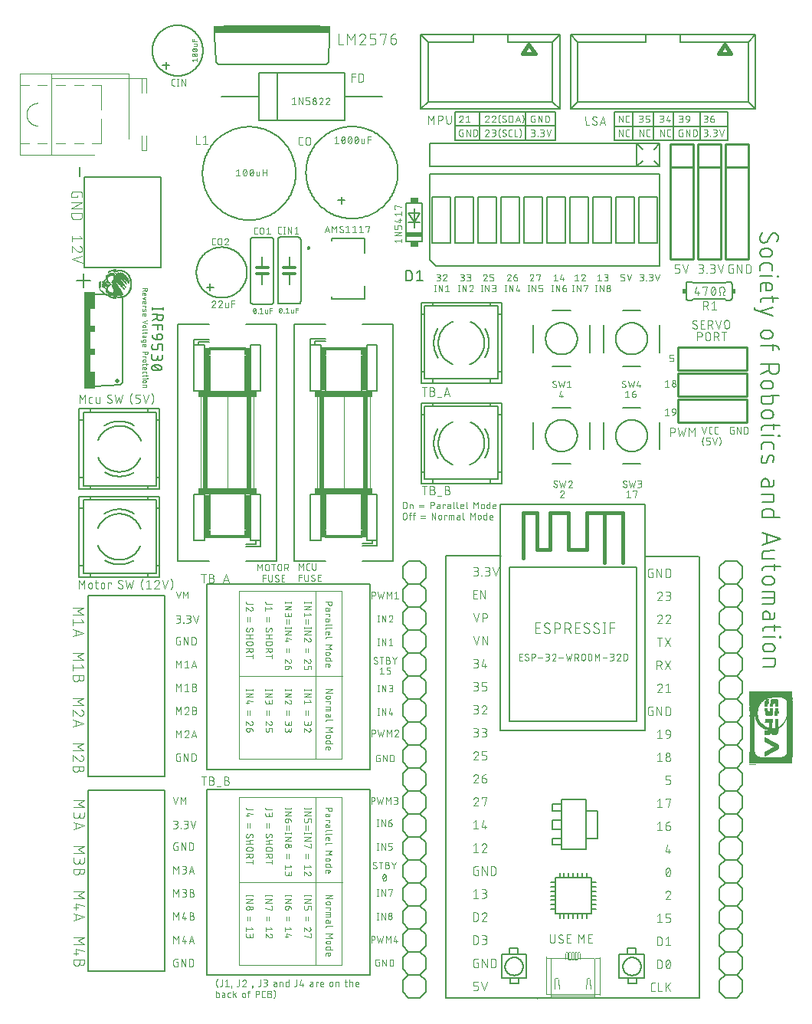
<source format=gbr>
G04 EAGLE Gerber RS-274X export*
G75*
%MOMM*%
%FSLAX34Y34*%
%LPD*%
%INSilkscreen Top*%
%IPPOS*%
%AMOC8*
5,1,8,0,0,1.08239X$1,22.5*%
G01*
%ADD10C,0.076200*%
%ADD11C,0.177800*%
%ADD12R,4.762500X0.006350*%
%ADD13R,1.206500X0.006350*%
%ADD14R,1.219200X0.006350*%
%ADD15R,1.149350X0.006350*%
%ADD16R,1.168400X0.006350*%
%ADD17R,1.117600X0.006350*%
%ADD18R,1.130300X0.006350*%
%ADD19R,1.085850X0.006350*%
%ADD20R,1.104900X0.006350*%
%ADD21R,1.066800X0.006350*%
%ADD22R,1.079500X0.006350*%
%ADD23R,1.047750X0.006350*%
%ADD24R,1.060450X0.006350*%
%ADD25R,1.028700X0.006350*%
%ADD26R,1.009650X0.006350*%
%ADD27R,0.996950X0.006350*%
%ADD28R,0.977900X0.006350*%
%ADD29R,0.965200X0.006350*%
%ADD30R,0.984250X0.006350*%
%ADD31R,0.952500X0.006350*%
%ADD32R,0.971550X0.006350*%
%ADD33R,0.939800X0.006350*%
%ADD34R,0.958850X0.006350*%
%ADD35R,0.927100X0.006350*%
%ADD36R,0.946150X0.006350*%
%ADD37R,0.920750X0.006350*%
%ADD38R,0.933450X0.006350*%
%ADD39R,0.908050X0.006350*%
%ADD40R,0.895350X0.006350*%
%ADD41R,0.914400X0.006350*%
%ADD42R,0.889000X0.006350*%
%ADD43R,0.012700X0.006350*%
%ADD44R,0.876300X0.006350*%
%ADD45R,0.025400X0.006350*%
%ADD46R,0.869950X0.006350*%
%ADD47R,0.031750X0.006350*%
%ADD48R,0.857250X0.006350*%
%ADD49R,0.044450X0.006350*%
%ADD50R,0.850900X0.006350*%
%ADD51R,0.057150X0.006350*%
%ADD52R,0.844550X0.006350*%
%ADD53R,0.069850X0.006350*%
%ADD54R,0.863600X0.006350*%
%ADD55R,0.831850X0.006350*%
%ADD56R,0.076200X0.006350*%
%ADD57R,0.825500X0.006350*%
%ADD58R,0.088900X0.006350*%
%ADD59R,0.819150X0.006350*%
%ADD60R,0.101600X0.006350*%
%ADD61R,0.838200X0.006350*%
%ADD62R,0.812800X0.006350*%
%ADD63R,0.114300X0.006350*%
%ADD64R,0.806450X0.006350*%
%ADD65R,0.120650X0.006350*%
%ADD66R,0.800100X0.006350*%
%ADD67R,0.133350X0.006350*%
%ADD68R,0.793750X0.006350*%
%ADD69R,0.146050X0.006350*%
%ADD70R,0.787400X0.006350*%
%ADD71R,0.158750X0.006350*%
%ADD72R,0.781050X0.006350*%
%ADD73R,0.165100X0.006350*%
%ADD74R,0.774700X0.006350*%
%ADD75R,0.177800X0.006350*%
%ADD76R,0.768350X0.006350*%
%ADD77R,0.190500X0.006350*%
%ADD78R,0.762000X0.006350*%
%ADD79R,0.203200X0.006350*%
%ADD80R,0.755650X0.006350*%
%ADD81R,0.215900X0.006350*%
%ADD82R,0.749300X0.006350*%
%ADD83R,0.222250X0.006350*%
%ADD84R,0.742950X0.006350*%
%ADD85R,0.234950X0.006350*%
%ADD86R,0.736600X0.006350*%
%ADD87R,0.247650X0.006350*%
%ADD88R,0.730250X0.006350*%
%ADD89R,0.260350X0.006350*%
%ADD90R,0.266700X0.006350*%
%ADD91R,0.723900X0.006350*%
%ADD92R,0.279400X0.006350*%
%ADD93R,0.717550X0.006350*%
%ADD94R,0.292100X0.006350*%
%ADD95R,0.711200X0.006350*%
%ADD96R,0.304800X0.006350*%
%ADD97R,0.311150X0.006350*%
%ADD98R,0.704850X0.006350*%
%ADD99R,0.323850X0.006350*%
%ADD100R,0.698500X0.006350*%
%ADD101R,0.336550X0.006350*%
%ADD102R,0.349250X0.006350*%
%ADD103R,0.692150X0.006350*%
%ADD104R,0.355600X0.006350*%
%ADD105R,0.685800X0.006350*%
%ADD106R,0.368300X0.006350*%
%ADD107R,0.381000X0.006350*%
%ADD108R,0.679450X0.006350*%
%ADD109R,0.393700X0.006350*%
%ADD110R,0.673100X0.006350*%
%ADD111R,0.406400X0.006350*%
%ADD112R,0.412750X0.006350*%
%ADD113R,0.666750X0.006350*%
%ADD114R,0.425450X0.006350*%
%ADD115R,0.438150X0.006350*%
%ADD116R,0.660400X0.006350*%
%ADD117R,0.450850X0.006350*%
%ADD118R,0.457200X0.006350*%
%ADD119R,0.654050X0.006350*%
%ADD120R,0.469900X0.006350*%
%ADD121R,0.482600X0.006350*%
%ADD122R,0.647700X0.006350*%
%ADD123R,0.488950X0.006350*%
%ADD124R,0.501650X0.006350*%
%ADD125R,0.641350X0.006350*%
%ADD126R,0.514350X0.006350*%
%ADD127R,0.527050X0.006350*%
%ADD128R,0.635000X0.006350*%
%ADD129R,0.539750X0.006350*%
%ADD130R,0.546100X0.006350*%
%ADD131R,0.628650X0.006350*%
%ADD132R,0.558800X0.006350*%
%ADD133R,0.571500X0.006350*%
%ADD134R,0.584200X0.006350*%
%ADD135R,0.622300X0.006350*%
%ADD136R,0.590550X0.006350*%
%ADD137R,0.603250X0.006350*%
%ADD138R,0.615950X0.006350*%
%ADD139R,0.609600X0.006350*%
%ADD140R,0.596900X0.006350*%
%ADD141R,0.495300X0.006350*%
%ADD142R,0.463550X0.006350*%
%ADD143R,0.508000X0.006350*%
%ADD144R,0.552450X0.006350*%
%ADD145R,0.577850X0.006350*%
%ADD146R,0.533400X0.006350*%
%ADD147R,0.476250X0.006350*%
%ADD148R,0.444500X0.006350*%
%ADD149R,0.400050X0.006350*%
%ADD150R,0.387350X0.006350*%
%ADD151R,0.342900X0.006350*%
%ADD152R,0.298450X0.006350*%
%ADD153R,0.254000X0.006350*%
%ADD154R,0.209550X0.006350*%
%ADD155R,0.196850X0.006350*%
%ADD156R,0.152400X0.006350*%
%ADD157R,0.107950X0.006350*%
%ADD158R,0.063500X0.006350*%
%ADD159R,0.019050X0.006350*%
%ADD160R,0.565150X0.006350*%
%ADD161R,1.428750X0.006350*%
%ADD162R,1.435100X0.006350*%
%ADD163R,1.441450X0.006350*%
%ADD164R,1.447800X0.006350*%
%ADD165R,1.454150X0.006350*%
%ADD166R,1.460500X0.006350*%
%ADD167R,1.466850X0.006350*%
%ADD168R,1.473200X0.006350*%
%ADD169R,1.479550X0.006350*%
%ADD170R,1.485900X0.006350*%
%ADD171R,1.492250X0.006350*%
%ADD172R,0.419100X0.006350*%
%ADD173R,0.374650X0.006350*%
%ADD174R,0.361950X0.006350*%
%ADD175R,1.308100X0.006350*%
%ADD176R,1.333500X0.006350*%
%ADD177R,1.352550X0.006350*%
%ADD178R,1.377950X0.006350*%
%ADD179R,1.397000X0.006350*%
%ADD180R,1.416050X0.006350*%
%ADD181R,1.504950X0.006350*%
%ADD182R,1.517650X0.006350*%
%ADD183R,1.536700X0.006350*%
%ADD184R,1.549400X0.006350*%
%ADD185R,1.568450X0.006350*%
%ADD186R,1.581150X0.006350*%
%ADD187R,1.593850X0.006350*%
%ADD188R,1.606550X0.006350*%
%ADD189R,1.619250X0.006350*%
%ADD190R,0.990600X0.006350*%
%ADD191R,1.003300X0.006350*%
%ADD192R,1.016000X0.006350*%
%ADD193R,1.041400X0.006350*%
%ADD194R,1.054100X0.006350*%
%ADD195R,0.431800X0.006350*%
%ADD196R,0.184150X0.006350*%
%ADD197R,0.520700X0.006350*%
%ADD198R,0.171450X0.006350*%
%ADD199R,0.139700X0.006350*%
%ADD200R,0.127000X0.006350*%
%ADD201R,0.095250X0.006350*%
%ADD202R,0.082550X0.006350*%
%ADD203R,0.006350X0.006350*%
%ADD204R,0.050800X0.006350*%
%ADD205R,0.038100X0.006350*%
%ADD206R,0.228600X0.006350*%
%ADD207R,0.273050X0.006350*%
%ADD208R,0.285750X0.006350*%
%ADD209R,0.330200X0.006350*%
%ADD210R,0.882650X0.006350*%
%ADD211R,0.901700X0.006350*%
%ADD212R,0.317500X0.006350*%
%ADD213R,1.022350X0.006350*%
%ADD214R,1.035050X0.006350*%
%ADD215R,1.073150X0.006350*%
%ADD216R,1.092200X0.006350*%
%ADD217R,1.098550X0.006350*%
%ADD218R,1.111250X0.006350*%
%ADD219R,1.123950X0.006350*%
%ADD220R,1.136650X0.006350*%
%ADD221R,1.143000X0.006350*%
%ADD222R,1.155700X0.006350*%
%ADD223R,1.162050X0.006350*%
%ADD224R,1.174750X0.006350*%
%ADD225R,1.181100X0.006350*%
%ADD226R,1.187450X0.006350*%
%ADD227R,1.193800X0.006350*%
%ADD228R,1.200150X0.006350*%
%ADD229R,1.212850X0.006350*%
%ADD230R,1.225550X0.006350*%
%ADD231R,1.231900X0.006350*%
%ADD232R,1.238250X0.006350*%
%ADD233R,1.244600X0.006350*%
%ADD234R,1.250950X0.006350*%
%ADD235R,1.257300X0.006350*%
%ADD236R,1.263650X0.006350*%
%ADD237R,1.270000X0.006350*%
%ADD238R,1.276350X0.006350*%
%ADD239R,1.282700X0.006350*%
%ADD240R,1.289050X0.006350*%
%ADD241R,1.295400X0.006350*%
%ADD242R,1.301750X0.006350*%
%ADD243R,1.314450X0.006350*%
%ADD244R,1.320800X0.006350*%
%ADD245R,1.327150X0.006350*%
%ADD246R,1.339850X0.006350*%
%ADD247R,1.346200X0.006350*%
%ADD248R,1.358900X0.006350*%
%ADD249R,1.365250X0.006350*%
%ADD250R,1.371600X0.006350*%
%ADD251R,1.384300X0.006350*%
%ADD252R,1.390650X0.006350*%
%ADD253R,1.403350X0.006350*%
%ADD254R,1.409700X0.006350*%
%ADD255R,1.422400X0.006350*%
%ADD256R,1.498600X0.006350*%
%ADD257R,1.511300X0.006350*%
%ADD258R,1.524000X0.006350*%
%ADD259R,1.530350X0.006350*%
%ADD260R,1.555750X0.006350*%
%ADD261R,1.562100X0.006350*%
%ADD262R,1.587500X0.006350*%
%ADD263R,1.612900X0.006350*%
%ADD264R,1.631950X0.006350*%
%ADD265R,1.638300X0.006350*%
%ADD266R,1.651000X0.006350*%
%ADD267R,1.657350X0.006350*%
%ADD268R,1.670050X0.006350*%
%ADD269R,1.676400X0.006350*%
%ADD270R,1.689100X0.006350*%
%ADD271R,1.695450X0.006350*%
%ADD272R,1.708150X0.006350*%
%ADD273R,1.714500X0.006350*%
%ADD274R,1.727200X0.006350*%
%ADD275R,1.739900X0.006350*%
%ADD276R,1.752600X0.006350*%
%ADD277R,1.758950X0.006350*%
%ADD278R,1.771650X0.006350*%
%ADD279R,1.784350X0.006350*%
%ADD280R,1.797050X0.006350*%
%ADD281R,1.803400X0.006350*%
%ADD282R,1.816100X0.006350*%
%ADD283R,1.828800X0.006350*%
%ADD284R,1.841500X0.006350*%
%ADD285R,1.854200X0.006350*%
%ADD286R,1.866900X0.006350*%
%ADD287R,1.879600X0.006350*%
%ADD288R,1.898650X0.006350*%
%ADD289R,1.911350X0.006350*%
%ADD290R,1.924050X0.006350*%
%ADD291R,1.943100X0.006350*%
%ADD292R,1.955800X0.006350*%
%ADD293R,1.968500X0.006350*%
%ADD294R,1.987550X0.006350*%
%ADD295R,2.006600X0.006350*%
%ADD296R,2.025650X0.006350*%
%ADD297R,2.038350X0.006350*%
%ADD298R,2.057400X0.006350*%
%ADD299R,2.082800X0.006350*%
%ADD300R,2.101850X0.006350*%
%ADD301R,2.120900X0.006350*%
%ADD302R,2.152650X0.006350*%
%ADD303R,2.184400X0.006350*%
%ADD304R,2.203450X0.006350*%
%ADD305R,2.222500X0.006350*%
%ADD306R,2.254250X0.006350*%
%ADD307R,2.292350X0.006350*%
%ADD308R,2.324100X0.006350*%
%ADD309R,2.374900X0.006350*%
%ADD310R,2.451100X0.006350*%
%ADD311R,2.527300X0.006350*%
%ADD312R,2.584450X0.006350*%
%ADD313C,0.000000*%
%ADD314C,0.101600*%
%ADD315C,0.050800*%
%ADD316C,0.203200*%
%ADD317C,0.127000*%
%ADD318C,0.152400*%
%ADD319R,0.019050X0.533400*%
%ADD320R,0.019050X0.571500*%
%ADD321R,0.019050X0.609600*%
%ADD322R,0.019050X0.838200*%
%ADD323R,0.019050X0.876300*%
%ADD324R,0.019050X0.895350*%
%ADD325R,0.019050X0.933450*%
%ADD326R,0.019050X0.971550*%
%ADD327R,0.019050X0.647700*%
%ADD328R,0.019050X0.114300*%
%ADD329R,0.019050X0.628650*%
%ADD330R,0.019050X0.095250*%
%ADD331R,0.019050X0.190500*%
%ADD332R,0.019050X0.133350*%
%ADD333R,0.019050X0.152400*%
%ADD334R,0.019050X0.209550*%
%ADD335R,0.019050X0.171450*%
%ADD336R,0.019050X0.228600*%
%ADD337R,0.019050X0.247650*%
%ADD338R,0.019050X0.266700*%
%ADD339R,0.019050X0.723900*%
%ADD340R,0.019050X0.742950*%
%ADD341R,0.019050X0.762000*%
%ADD342R,0.019050X0.781050*%
%ADD343R,0.019050X0.819150*%
%ADD344R,0.019050X0.438150*%
%ADD345R,0.019050X0.457200*%
%ADD346R,0.019050X0.476250*%
%ADD347R,0.019050X0.495300*%
%ADD348R,0.019050X0.076200*%
%ADD349R,0.019050X0.514350*%
%ADD350R,0.019050X0.552450*%
%ADD351R,0.019050X0.304800*%
%ADD352R,0.019050X0.323850*%
%ADD353R,0.019050X0.342900*%
%ADD354R,0.019050X0.800100*%
%ADD355R,0.019050X0.019050*%
%ADD356R,0.019050X0.857250*%
%ADD357R,0.019050X0.914400*%
%ADD358R,0.019050X0.381000*%
%ADD359R,0.019050X0.419100*%
%ADD360R,0.019050X0.285750*%
%ADD361R,0.019050X0.400050*%
%ADD362R,0.019050X0.361950*%
%ADD363R,0.019050X0.038100*%
%ADD364R,0.019050X0.057150*%
%ADD365R,0.019050X1.123950*%
%ADD366R,0.019050X1.104900*%
%ADD367R,0.019050X1.085850*%
%ADD368R,0.019050X2.171700*%
%ADD369R,0.019050X2.152650*%
%ADD370R,0.019050X2.114550*%
%ADD371R,0.019050X2.076450*%
%ADD372R,0.019050X2.038350*%
%ADD373R,0.019050X2.000250*%
%ADD374R,0.019050X1.981200*%
%ADD375R,0.019050X1.219200*%
%ADD376R,0.019050X1.181100*%
%ADD377R,0.019050X1.162050*%
%ADD378R,0.019050X1.066800*%
%ADD379R,0.019050X1.028700*%
%ADD380R,0.019050X1.009650*%
%ADD381R,0.019050X1.143000*%
%ADD382R,0.019050X1.200150*%
%ADD383R,0.019050X1.238250*%
%ADD384R,0.019050X0.990600*%
%ADD385R,0.019050X1.257300*%
%ADD386R,0.019050X1.276350*%
%ADD387R,0.019050X1.295400*%
%ADD388R,0.019050X1.314450*%
%ADD389R,0.019050X1.333500*%
%ADD390R,0.019050X1.352550*%
%ADD391R,0.019050X1.371600*%
%ADD392R,0.019050X1.390650*%
%ADD393R,0.019050X1.409700*%
%ADD394R,0.019050X0.704850*%
%ADD395R,0.019050X1.428750*%
%ADD396R,0.019050X0.666750*%
%ADD397R,0.019050X1.447800*%
%ADD398R,0.019050X1.466850*%
%ADD399R,0.019050X0.590550*%
%ADD400R,0.019050X1.485900*%
%ADD401R,0.019050X0.685800*%
%ADD402C,0.100000*%
%ADD403C,0.200000*%
%ADD404R,0.076200X0.076200*%
%ADD405R,0.076200X4.191000*%
%ADD406R,0.076200X0.457200*%
%ADD407R,0.076200X0.685800*%
%ADD408R,0.076200X0.609600*%
%ADD409R,0.076200X0.762000*%
%ADD410R,0.076200X0.152400*%
%ADD411R,0.076200X3.886200*%
%ADD412C,0.406400*%
%ADD413R,4.064000X0.381000*%
%ADD414R,0.127000X0.889000*%
%ADD415R,1.143000X0.635000*%
%ADD416R,4.064000X0.635000*%
%ADD417R,0.508000X10.160000*%
%ADD418R,0.127000X3.937000*%
%ADD419R,0.508000X4.826000*%
%ADD420C,0.254000*%
%ADD421C,0.304800*%
%ADD422R,1.870000X0.508000*%
%ADD423R,0.850000X0.635000*%
%ADD424R,0.381000X0.508000*%
%ADD425R,10.668000X0.762000*%
%ADD426C,0.508000*%
%ADD427R,0.762000X10.668000*%
%ADD428R,0.508000X1.905000*%
%ADD429R,0.508000X0.762000*%


D10*
X540268Y90821D02*
X540268Y84034D01*
X540270Y83933D01*
X540276Y83832D01*
X540286Y83731D01*
X540299Y83631D01*
X540317Y83531D01*
X540338Y83432D01*
X540364Y83334D01*
X540393Y83237D01*
X540425Y83141D01*
X540462Y83047D01*
X540502Y82954D01*
X540546Y82862D01*
X540593Y82773D01*
X540644Y82685D01*
X540698Y82599D01*
X540755Y82516D01*
X540815Y82434D01*
X540879Y82356D01*
X540945Y82279D01*
X541015Y82206D01*
X541087Y82135D01*
X541162Y82067D01*
X541240Y82002D01*
X541320Y81940D01*
X541402Y81881D01*
X541487Y81825D01*
X541574Y81773D01*
X541662Y81724D01*
X541753Y81678D01*
X541845Y81637D01*
X541939Y81598D01*
X542034Y81564D01*
X542130Y81533D01*
X542228Y81506D01*
X542326Y81482D01*
X542426Y81463D01*
X542526Y81447D01*
X542626Y81435D01*
X542727Y81427D01*
X542828Y81423D01*
X542930Y81423D01*
X543031Y81427D01*
X543132Y81435D01*
X543232Y81447D01*
X543332Y81463D01*
X543432Y81482D01*
X543530Y81506D01*
X543628Y81533D01*
X543724Y81564D01*
X543819Y81598D01*
X543913Y81637D01*
X544005Y81678D01*
X544096Y81724D01*
X544185Y81773D01*
X544271Y81825D01*
X544356Y81881D01*
X544438Y81940D01*
X544518Y82002D01*
X544596Y82067D01*
X544671Y82135D01*
X544743Y82206D01*
X544813Y82279D01*
X544879Y82356D01*
X544943Y82434D01*
X545003Y82516D01*
X545060Y82599D01*
X545114Y82685D01*
X545165Y82773D01*
X545212Y82862D01*
X545256Y82954D01*
X545296Y83047D01*
X545333Y83141D01*
X545365Y83237D01*
X545394Y83334D01*
X545420Y83432D01*
X545441Y83531D01*
X545459Y83631D01*
X545472Y83731D01*
X545482Y83832D01*
X545488Y83933D01*
X545490Y84034D01*
X545489Y84034D02*
X545489Y90821D01*
X554633Y83512D02*
X554631Y83423D01*
X554625Y83335D01*
X554616Y83247D01*
X554603Y83159D01*
X554586Y83072D01*
X554566Y82986D01*
X554541Y82901D01*
X554514Y82816D01*
X554482Y82733D01*
X554448Y82652D01*
X554409Y82572D01*
X554368Y82494D01*
X554323Y82417D01*
X554275Y82343D01*
X554224Y82270D01*
X554170Y82200D01*
X554112Y82133D01*
X554052Y82067D01*
X553990Y82005D01*
X553924Y81945D01*
X553857Y81887D01*
X553787Y81833D01*
X553714Y81782D01*
X553640Y81734D01*
X553563Y81689D01*
X553485Y81648D01*
X553405Y81609D01*
X553324Y81575D01*
X553241Y81543D01*
X553156Y81516D01*
X553071Y81491D01*
X552985Y81471D01*
X552898Y81454D01*
X552810Y81441D01*
X552722Y81432D01*
X552634Y81426D01*
X552545Y81424D01*
X552545Y81423D02*
X552416Y81425D01*
X552287Y81431D01*
X552158Y81440D01*
X552030Y81453D01*
X551902Y81470D01*
X551775Y81491D01*
X551648Y81515D01*
X551522Y81543D01*
X551397Y81575D01*
X551273Y81610D01*
X551150Y81649D01*
X551028Y81692D01*
X550908Y81738D01*
X550789Y81788D01*
X550671Y81841D01*
X550555Y81897D01*
X550441Y81957D01*
X550328Y82020D01*
X550218Y82087D01*
X550109Y82156D01*
X550003Y82229D01*
X549898Y82305D01*
X549796Y82384D01*
X549697Y82466D01*
X549599Y82550D01*
X549504Y82638D01*
X549412Y82728D01*
X549674Y88733D02*
X549676Y88822D01*
X549682Y88910D01*
X549691Y88998D01*
X549704Y89086D01*
X549721Y89173D01*
X549741Y89259D01*
X549766Y89344D01*
X549793Y89429D01*
X549825Y89512D01*
X549859Y89593D01*
X549898Y89673D01*
X549939Y89751D01*
X549984Y89828D01*
X550032Y89902D01*
X550083Y89975D01*
X550137Y90045D01*
X550195Y90112D01*
X550255Y90178D01*
X550317Y90240D01*
X550383Y90300D01*
X550450Y90358D01*
X550520Y90412D01*
X550593Y90463D01*
X550667Y90511D01*
X550744Y90556D01*
X550822Y90597D01*
X550902Y90636D01*
X550983Y90670D01*
X551066Y90702D01*
X551151Y90729D01*
X551236Y90754D01*
X551322Y90774D01*
X551409Y90791D01*
X551497Y90804D01*
X551585Y90813D01*
X551673Y90819D01*
X551762Y90821D01*
X551882Y90819D01*
X552002Y90814D01*
X552122Y90804D01*
X552241Y90792D01*
X552360Y90775D01*
X552478Y90755D01*
X552596Y90731D01*
X552712Y90704D01*
X552828Y90673D01*
X552943Y90639D01*
X553057Y90601D01*
X553170Y90559D01*
X553281Y90514D01*
X553391Y90466D01*
X553499Y90415D01*
X553606Y90360D01*
X553711Y90302D01*
X553814Y90240D01*
X553915Y90176D01*
X554015Y90108D01*
X554112Y90038D01*
X550717Y86906D02*
X550639Y86954D01*
X550563Y87006D01*
X550490Y87060D01*
X550419Y87118D01*
X550350Y87179D01*
X550284Y87243D01*
X550221Y87310D01*
X550161Y87379D01*
X550104Y87451D01*
X550050Y87525D01*
X550000Y87602D01*
X549952Y87681D01*
X549909Y87761D01*
X549868Y87844D01*
X549832Y87928D01*
X549799Y88013D01*
X549770Y88100D01*
X549744Y88189D01*
X549722Y88278D01*
X549705Y88368D01*
X549691Y88458D01*
X549681Y88550D01*
X549675Y88641D01*
X549673Y88733D01*
X553589Y85339D02*
X553667Y85291D01*
X553743Y85239D01*
X553816Y85185D01*
X553887Y85127D01*
X553956Y85066D01*
X554022Y85002D01*
X554085Y84935D01*
X554145Y84866D01*
X554202Y84794D01*
X554256Y84720D01*
X554306Y84643D01*
X554354Y84564D01*
X554397Y84484D01*
X554438Y84401D01*
X554474Y84317D01*
X554507Y84232D01*
X554536Y84145D01*
X554562Y84056D01*
X554584Y83967D01*
X554601Y83877D01*
X554615Y83787D01*
X554625Y83695D01*
X554631Y83604D01*
X554633Y83512D01*
X553589Y85339D02*
X550717Y86905D01*
X558574Y81423D02*
X562750Y81423D01*
X558574Y81423D02*
X558574Y90821D01*
X562750Y90821D01*
X561706Y86644D02*
X558574Y86644D01*
X571445Y90821D02*
X571445Y81423D01*
X574578Y85600D02*
X571445Y90821D01*
X574578Y85600D02*
X577710Y90821D01*
X577710Y81423D01*
X582348Y81423D02*
X586525Y81423D01*
X582348Y81423D02*
X582348Y90821D01*
X586525Y90821D01*
X585480Y86644D02*
X582348Y86644D01*
D11*
X776790Y855068D02*
X776658Y855069D01*
X776526Y855074D01*
X776394Y855083D01*
X776263Y855096D01*
X776131Y855112D01*
X776001Y855133D01*
X775871Y855157D01*
X775742Y855186D01*
X775614Y855218D01*
X775487Y855253D01*
X775360Y855293D01*
X775236Y855336D01*
X775112Y855383D01*
X774990Y855434D01*
X774869Y855488D01*
X774751Y855546D01*
X774634Y855607D01*
X774518Y855672D01*
X774405Y855740D01*
X774294Y855811D01*
X774185Y855886D01*
X774078Y855964D01*
X773974Y856045D01*
X773872Y856129D01*
X773772Y856216D01*
X773675Y856306D01*
X773581Y856399D01*
X773490Y856494D01*
X773402Y856593D01*
X773316Y856693D01*
X773234Y856797D01*
X773154Y856902D01*
X773078Y857010D01*
X773005Y857120D01*
X772936Y857233D01*
X772869Y857347D01*
X772806Y857463D01*
X772747Y857581D01*
X772691Y857701D01*
X772639Y857822D01*
X772590Y857945D01*
X772545Y858069D01*
X772504Y858195D01*
X772466Y858322D01*
X772432Y858449D01*
X772402Y858578D01*
X772376Y858708D01*
X772354Y858838D01*
X772335Y858969D01*
X772320Y859100D01*
X772310Y859232D01*
X772303Y859364D01*
X772300Y859496D01*
X772301Y859722D01*
X772308Y859947D01*
X772320Y860172D01*
X772337Y860397D01*
X772360Y860621D01*
X772388Y860845D01*
X772421Y861067D01*
X772460Y861290D01*
X772504Y861511D01*
X772553Y861731D01*
X772607Y861949D01*
X772667Y862167D01*
X772732Y862382D01*
X772802Y862597D01*
X772877Y862809D01*
X772958Y863020D01*
X773043Y863228D01*
X773133Y863435D01*
X773228Y863639D01*
X773328Y863841D01*
X773433Y864041D01*
X773542Y864238D01*
X773657Y864432D01*
X773775Y864624D01*
X773899Y864812D01*
X774027Y864998D01*
X774159Y865180D01*
X774295Y865360D01*
X774436Y865536D01*
X774581Y865708D01*
X774730Y865877D01*
X774883Y866043D01*
X775040Y866204D01*
X787864Y865736D02*
X787996Y865735D01*
X788128Y865730D01*
X788260Y865721D01*
X788391Y865708D01*
X788522Y865692D01*
X788653Y865671D01*
X788783Y865647D01*
X788912Y865618D01*
X789040Y865586D01*
X789167Y865551D01*
X789293Y865511D01*
X789418Y865468D01*
X789542Y865421D01*
X789664Y865370D01*
X789784Y865316D01*
X789903Y865258D01*
X790020Y865197D01*
X790136Y865132D01*
X790249Y865064D01*
X790360Y864993D01*
X790469Y864918D01*
X790576Y864840D01*
X790680Y864759D01*
X790782Y864675D01*
X790882Y864588D01*
X790979Y864498D01*
X791073Y864405D01*
X791164Y864310D01*
X791252Y864211D01*
X791338Y864111D01*
X791420Y864007D01*
X791500Y863902D01*
X791576Y863794D01*
X791649Y863684D01*
X791718Y863571D01*
X791785Y863457D01*
X791848Y863341D01*
X791907Y863223D01*
X791963Y863103D01*
X792015Y862982D01*
X792064Y862859D01*
X792109Y862734D01*
X792150Y862609D01*
X792188Y862482D01*
X792222Y862355D01*
X792252Y862226D01*
X792278Y862096D01*
X792300Y861966D01*
X792319Y861835D01*
X792334Y861704D01*
X792344Y861572D01*
X792351Y861440D01*
X792354Y861308D01*
X792353Y861109D01*
X792347Y860910D01*
X792337Y860711D01*
X792321Y860512D01*
X792301Y860314D01*
X792277Y860116D01*
X792247Y859919D01*
X792213Y859723D01*
X792175Y859527D01*
X792131Y859333D01*
X792083Y859139D01*
X792031Y858947D01*
X791973Y858756D01*
X791912Y858567D01*
X791846Y858379D01*
X791775Y858193D01*
X791700Y858008D01*
X791620Y857825D01*
X791537Y857645D01*
X791449Y857466D01*
X791356Y857289D01*
X791260Y857115D01*
X791159Y856943D01*
X791055Y856773D01*
X790946Y856606D01*
X790833Y856442D01*
X790717Y856280D01*
X783977Y863480D02*
X784044Y863592D01*
X784115Y863702D01*
X784188Y863810D01*
X784265Y863916D01*
X784344Y864019D01*
X784427Y864121D01*
X784512Y864219D01*
X784601Y864316D01*
X784692Y864410D01*
X784785Y864501D01*
X784881Y864589D01*
X784980Y864674D01*
X785081Y864757D01*
X785185Y864837D01*
X785291Y864913D01*
X785399Y864987D01*
X785509Y865057D01*
X785621Y865124D01*
X785734Y865188D01*
X785850Y865249D01*
X785968Y865306D01*
X786087Y865360D01*
X786207Y865411D01*
X786329Y865458D01*
X786452Y865501D01*
X786577Y865541D01*
X786702Y865577D01*
X786828Y865610D01*
X786956Y865639D01*
X787084Y865664D01*
X787213Y865685D01*
X787342Y865703D01*
X787472Y865717D01*
X787602Y865728D01*
X787733Y865734D01*
X787863Y865737D01*
X780677Y857325D02*
X780610Y857213D01*
X780539Y857103D01*
X780466Y856995D01*
X780389Y856889D01*
X780310Y856785D01*
X780227Y856684D01*
X780142Y856585D01*
X780053Y856489D01*
X779962Y856395D01*
X779869Y856304D01*
X779773Y856216D01*
X779674Y856131D01*
X779573Y856048D01*
X779469Y855968D01*
X779363Y855892D01*
X779255Y855818D01*
X779145Y855748D01*
X779033Y855681D01*
X778920Y855617D01*
X778804Y855556D01*
X778686Y855499D01*
X778567Y855445D01*
X778447Y855394D01*
X778325Y855347D01*
X778202Y855304D01*
X778077Y855264D01*
X777952Y855228D01*
X777825Y855195D01*
X777698Y855166D01*
X777570Y855141D01*
X777441Y855120D01*
X777312Y855102D01*
X777182Y855088D01*
X777052Y855077D01*
X776921Y855071D01*
X776791Y855068D01*
X780676Y857325D02*
X783978Y863480D01*
X781296Y848448D02*
X776837Y848417D01*
X781296Y848448D02*
X781428Y848447D01*
X781560Y848442D01*
X781692Y848433D01*
X781823Y848420D01*
X781955Y848404D01*
X782085Y848383D01*
X782215Y848359D01*
X782344Y848330D01*
X782472Y848298D01*
X782599Y848263D01*
X782726Y848223D01*
X782850Y848180D01*
X782974Y848133D01*
X783096Y848082D01*
X783217Y848028D01*
X783335Y847970D01*
X783452Y847909D01*
X783568Y847844D01*
X783681Y847776D01*
X783792Y847705D01*
X783901Y847630D01*
X784008Y847552D01*
X784112Y847471D01*
X784214Y847387D01*
X784314Y847300D01*
X784411Y847210D01*
X784505Y847117D01*
X784596Y847022D01*
X784684Y846923D01*
X784770Y846823D01*
X784852Y846719D01*
X784932Y846614D01*
X785008Y846506D01*
X785081Y846396D01*
X785150Y846283D01*
X785217Y846169D01*
X785280Y846053D01*
X785339Y845935D01*
X785395Y845815D01*
X785447Y845694D01*
X785496Y845571D01*
X785541Y845447D01*
X785582Y845321D01*
X785620Y845194D01*
X785654Y845067D01*
X785684Y844938D01*
X785710Y844808D01*
X785732Y844678D01*
X785751Y844547D01*
X785766Y844416D01*
X785776Y844284D01*
X785783Y844152D01*
X785786Y844020D01*
X785785Y843888D01*
X785780Y843756D01*
X785771Y843624D01*
X785758Y843493D01*
X785742Y843361D01*
X785721Y843231D01*
X785697Y843101D01*
X785668Y842972D01*
X785636Y842844D01*
X785601Y842717D01*
X785561Y842590D01*
X785518Y842466D01*
X785471Y842342D01*
X785420Y842220D01*
X785366Y842099D01*
X785308Y841981D01*
X785247Y841864D01*
X785182Y841748D01*
X785114Y841635D01*
X785043Y841524D01*
X784968Y841415D01*
X784890Y841308D01*
X784809Y841204D01*
X784725Y841102D01*
X784638Y841002D01*
X784548Y840905D01*
X784455Y840811D01*
X784360Y840720D01*
X784261Y840632D01*
X784161Y840546D01*
X784057Y840464D01*
X783952Y840384D01*
X783844Y840308D01*
X783734Y840235D01*
X783621Y840166D01*
X783507Y840099D01*
X783391Y840036D01*
X783273Y839977D01*
X783153Y839921D01*
X783032Y839869D01*
X782909Y839820D01*
X782785Y839775D01*
X782659Y839734D01*
X782532Y839696D01*
X782405Y839662D01*
X782276Y839632D01*
X782146Y839606D01*
X782016Y839584D01*
X781885Y839565D01*
X781754Y839550D01*
X781622Y839540D01*
X781490Y839533D01*
X781358Y839530D01*
X776899Y839499D01*
X776767Y839500D01*
X776635Y839505D01*
X776503Y839514D01*
X776372Y839527D01*
X776240Y839543D01*
X776110Y839564D01*
X775980Y839588D01*
X775851Y839617D01*
X775723Y839649D01*
X775596Y839684D01*
X775469Y839724D01*
X775345Y839767D01*
X775221Y839814D01*
X775099Y839865D01*
X774978Y839919D01*
X774860Y839977D01*
X774743Y840038D01*
X774627Y840103D01*
X774514Y840171D01*
X774403Y840242D01*
X774294Y840317D01*
X774187Y840395D01*
X774083Y840476D01*
X773981Y840560D01*
X773881Y840647D01*
X773784Y840737D01*
X773690Y840830D01*
X773599Y840925D01*
X773511Y841024D01*
X773425Y841124D01*
X773343Y841228D01*
X773263Y841333D01*
X773187Y841441D01*
X773114Y841551D01*
X773045Y841664D01*
X772978Y841778D01*
X772915Y841894D01*
X772856Y842012D01*
X772800Y842132D01*
X772748Y842253D01*
X772699Y842376D01*
X772654Y842500D01*
X772613Y842626D01*
X772575Y842753D01*
X772541Y842880D01*
X772511Y843009D01*
X772485Y843139D01*
X772463Y843269D01*
X772444Y843400D01*
X772429Y843531D01*
X772419Y843663D01*
X772412Y843795D01*
X772409Y843927D01*
X772410Y844059D01*
X772415Y844191D01*
X772424Y844323D01*
X772437Y844454D01*
X772453Y844586D01*
X772474Y844716D01*
X772498Y844846D01*
X772527Y844975D01*
X772559Y845103D01*
X772594Y845230D01*
X772634Y845357D01*
X772677Y845481D01*
X772724Y845605D01*
X772775Y845727D01*
X772829Y845848D01*
X772887Y845966D01*
X772948Y846083D01*
X773013Y846199D01*
X773081Y846312D01*
X773152Y846423D01*
X773227Y846532D01*
X773305Y846639D01*
X773386Y846743D01*
X773470Y846845D01*
X773557Y846945D01*
X773647Y847042D01*
X773740Y847136D01*
X773835Y847227D01*
X773934Y847315D01*
X774034Y847401D01*
X774138Y847483D01*
X774243Y847563D01*
X774351Y847639D01*
X774461Y847712D01*
X774574Y847781D01*
X774688Y847848D01*
X774804Y847911D01*
X774922Y847970D01*
X775042Y848026D01*
X775163Y848078D01*
X775286Y848127D01*
X775410Y848172D01*
X775536Y848213D01*
X775663Y848251D01*
X775790Y848285D01*
X775919Y848315D01*
X776049Y848341D01*
X776179Y848363D01*
X776310Y848382D01*
X776441Y848397D01*
X776573Y848407D01*
X776705Y848414D01*
X776837Y848417D01*
X772513Y828958D02*
X772544Y824499D01*
X772513Y828959D02*
X772514Y829073D01*
X772519Y829187D01*
X772528Y829301D01*
X772541Y829414D01*
X772558Y829527D01*
X772578Y829639D01*
X772603Y829751D01*
X772631Y829862D01*
X772663Y829971D01*
X772698Y830080D01*
X772738Y830187D01*
X772781Y830293D01*
X772827Y830397D01*
X772877Y830500D01*
X772931Y830601D01*
X772988Y830699D01*
X773048Y830796D01*
X773112Y830891D01*
X773178Y830984D01*
X773248Y831074D01*
X773321Y831162D01*
X773397Y831247D01*
X773476Y831330D01*
X773558Y831410D01*
X773642Y831487D01*
X773729Y831561D01*
X773818Y831632D01*
X773910Y831700D01*
X774003Y831765D01*
X774100Y831827D01*
X774198Y831885D01*
X774298Y831940D01*
X774400Y831992D01*
X774503Y832040D01*
X774609Y832084D01*
X774715Y832125D01*
X774823Y832162D01*
X774932Y832196D01*
X775043Y832225D01*
X775154Y832251D01*
X775266Y832273D01*
X775379Y832292D01*
X775492Y832306D01*
X775605Y832317D01*
X775719Y832323D01*
X775834Y832326D01*
X782523Y832373D01*
X782637Y832372D01*
X782751Y832367D01*
X782865Y832358D01*
X782978Y832345D01*
X783091Y832328D01*
X783203Y832308D01*
X783315Y832283D01*
X783426Y832255D01*
X783535Y832223D01*
X783644Y832188D01*
X783751Y832148D01*
X783857Y832105D01*
X783961Y832059D01*
X784064Y832009D01*
X784165Y831955D01*
X784264Y831898D01*
X784360Y831838D01*
X784455Y831774D01*
X784548Y831708D01*
X784638Y831638D01*
X784726Y831565D01*
X784811Y831489D01*
X784894Y831410D01*
X784974Y831328D01*
X785051Y831244D01*
X785125Y831157D01*
X785196Y831068D01*
X785264Y830976D01*
X785329Y830882D01*
X785391Y830786D01*
X785449Y830688D01*
X785504Y830588D01*
X785556Y830486D01*
X785604Y830383D01*
X785648Y830277D01*
X785689Y830171D01*
X785726Y830063D01*
X785760Y829954D01*
X785789Y829843D01*
X785815Y829732D01*
X785837Y829620D01*
X785856Y829507D01*
X785870Y829394D01*
X785881Y829280D01*
X785887Y829166D01*
X785890Y829052D01*
X785921Y824593D01*
X785967Y818067D02*
X772590Y817974D01*
X791537Y818663D02*
X792651Y818671D01*
X792659Y817557D01*
X791544Y817549D01*
X791537Y818663D01*
X772664Y807348D02*
X772703Y801774D01*
X772664Y807348D02*
X772665Y807462D01*
X772670Y807576D01*
X772679Y807690D01*
X772692Y807803D01*
X772709Y807916D01*
X772729Y808028D01*
X772754Y808140D01*
X772782Y808251D01*
X772814Y808360D01*
X772849Y808469D01*
X772889Y808576D01*
X772932Y808682D01*
X772978Y808786D01*
X773028Y808889D01*
X773082Y808990D01*
X773139Y809088D01*
X773199Y809185D01*
X773263Y809280D01*
X773329Y809373D01*
X773399Y809463D01*
X773472Y809551D01*
X773548Y809636D01*
X773627Y809719D01*
X773709Y809799D01*
X773793Y809876D01*
X773880Y809950D01*
X773969Y810021D01*
X774061Y810089D01*
X774154Y810154D01*
X774251Y810216D01*
X774349Y810274D01*
X774449Y810329D01*
X774551Y810381D01*
X774654Y810429D01*
X774760Y810473D01*
X774866Y810514D01*
X774974Y810551D01*
X775083Y810585D01*
X775194Y810614D01*
X775305Y810640D01*
X775417Y810662D01*
X775530Y810681D01*
X775643Y810695D01*
X775756Y810706D01*
X775870Y810712D01*
X775985Y810715D01*
X775985Y810716D02*
X781559Y810754D01*
X781691Y810753D01*
X781823Y810748D01*
X781955Y810739D01*
X782086Y810726D01*
X782218Y810710D01*
X782348Y810689D01*
X782478Y810665D01*
X782607Y810636D01*
X782735Y810604D01*
X782862Y810569D01*
X782989Y810529D01*
X783113Y810486D01*
X783237Y810439D01*
X783359Y810388D01*
X783480Y810334D01*
X783598Y810276D01*
X783715Y810215D01*
X783831Y810150D01*
X783944Y810082D01*
X784055Y810011D01*
X784164Y809936D01*
X784271Y809858D01*
X784375Y809777D01*
X784477Y809693D01*
X784577Y809606D01*
X784674Y809516D01*
X784768Y809423D01*
X784859Y809328D01*
X784947Y809229D01*
X785033Y809129D01*
X785115Y809025D01*
X785195Y808920D01*
X785271Y808812D01*
X785344Y808702D01*
X785413Y808589D01*
X785480Y808475D01*
X785543Y808359D01*
X785602Y808241D01*
X785658Y808121D01*
X785710Y808000D01*
X785759Y807877D01*
X785804Y807753D01*
X785845Y807627D01*
X785883Y807500D01*
X785917Y807373D01*
X785947Y807244D01*
X785973Y807114D01*
X785995Y806984D01*
X786014Y806853D01*
X786029Y806722D01*
X786039Y806590D01*
X786046Y806458D01*
X786049Y806326D01*
X786048Y806194D01*
X786043Y806062D01*
X786034Y805930D01*
X786021Y805799D01*
X786005Y805667D01*
X785984Y805537D01*
X785960Y805407D01*
X785931Y805278D01*
X785899Y805150D01*
X785864Y805023D01*
X785824Y804896D01*
X785781Y804772D01*
X785734Y804648D01*
X785683Y804526D01*
X785629Y804405D01*
X785571Y804287D01*
X785510Y804170D01*
X785445Y804054D01*
X785377Y803941D01*
X785306Y803830D01*
X785231Y803721D01*
X785153Y803614D01*
X785072Y803510D01*
X784988Y803408D01*
X784901Y803308D01*
X784811Y803211D01*
X784718Y803117D01*
X784623Y803026D01*
X784524Y802938D01*
X784424Y802852D01*
X784320Y802770D01*
X784215Y802690D01*
X784107Y802614D01*
X783997Y802541D01*
X783884Y802472D01*
X783770Y802405D01*
X783654Y802342D01*
X783536Y802283D01*
X783416Y802227D01*
X783295Y802175D01*
X783172Y802126D01*
X783048Y802081D01*
X782922Y802040D01*
X782795Y802002D01*
X782668Y801968D01*
X782539Y801938D01*
X782409Y801912D01*
X782279Y801890D01*
X782148Y801871D01*
X782017Y801856D01*
X781885Y801846D01*
X781753Y801839D01*
X781621Y801836D01*
X779391Y801821D01*
X779329Y810739D01*
X786120Y796181D02*
X786166Y789493D01*
X792824Y793998D02*
X776102Y793882D01*
X776103Y793881D02*
X775989Y793878D01*
X775875Y793872D01*
X775761Y793861D01*
X775648Y793847D01*
X775535Y793828D01*
X775423Y793806D01*
X775312Y793780D01*
X775201Y793751D01*
X775092Y793717D01*
X774984Y793680D01*
X774878Y793639D01*
X774772Y793595D01*
X774669Y793547D01*
X774567Y793495D01*
X774467Y793440D01*
X774369Y793382D01*
X774273Y793320D01*
X774179Y793255D01*
X774087Y793187D01*
X773998Y793116D01*
X773911Y793042D01*
X773827Y792965D01*
X773745Y792885D01*
X773666Y792802D01*
X773590Y792717D01*
X773517Y792629D01*
X773447Y792539D01*
X773381Y792446D01*
X773317Y792351D01*
X773257Y792255D01*
X773200Y792156D01*
X773146Y792055D01*
X773096Y791952D01*
X773050Y791848D01*
X773007Y791742D01*
X772967Y791635D01*
X772932Y791526D01*
X772900Y791417D01*
X772872Y791306D01*
X772847Y791194D01*
X772827Y791082D01*
X772810Y790969D01*
X772797Y790856D01*
X772788Y790742D01*
X772783Y790628D01*
X772782Y790514D01*
X772781Y790514D02*
X772789Y789399D01*
X766142Y783457D02*
X766157Y781227D01*
X786270Y774679D01*
X786207Y783597D02*
X772862Y779044D01*
X777466Y758199D02*
X781925Y758230D01*
X782057Y758229D01*
X782189Y758224D01*
X782321Y758215D01*
X782452Y758202D01*
X782584Y758186D01*
X782714Y758165D01*
X782844Y758141D01*
X782973Y758112D01*
X783101Y758080D01*
X783228Y758045D01*
X783355Y758005D01*
X783479Y757962D01*
X783603Y757915D01*
X783725Y757864D01*
X783846Y757810D01*
X783964Y757752D01*
X784081Y757691D01*
X784197Y757626D01*
X784310Y757558D01*
X784421Y757487D01*
X784530Y757412D01*
X784637Y757334D01*
X784741Y757253D01*
X784843Y757169D01*
X784943Y757082D01*
X785040Y756992D01*
X785134Y756899D01*
X785225Y756804D01*
X785313Y756705D01*
X785399Y756605D01*
X785481Y756501D01*
X785561Y756396D01*
X785637Y756288D01*
X785710Y756178D01*
X785779Y756065D01*
X785846Y755951D01*
X785909Y755835D01*
X785968Y755717D01*
X786024Y755597D01*
X786076Y755476D01*
X786125Y755353D01*
X786170Y755229D01*
X786211Y755103D01*
X786249Y754976D01*
X786283Y754849D01*
X786313Y754720D01*
X786339Y754590D01*
X786361Y754460D01*
X786380Y754329D01*
X786395Y754198D01*
X786405Y754066D01*
X786412Y753934D01*
X786415Y753802D01*
X786414Y753670D01*
X786409Y753538D01*
X786400Y753406D01*
X786387Y753275D01*
X786371Y753143D01*
X786350Y753013D01*
X786326Y752883D01*
X786297Y752754D01*
X786265Y752626D01*
X786230Y752499D01*
X786190Y752372D01*
X786147Y752248D01*
X786100Y752124D01*
X786049Y752002D01*
X785995Y751881D01*
X785937Y751763D01*
X785876Y751646D01*
X785811Y751530D01*
X785743Y751417D01*
X785672Y751306D01*
X785597Y751197D01*
X785519Y751090D01*
X785438Y750986D01*
X785354Y750884D01*
X785267Y750784D01*
X785177Y750687D01*
X785084Y750593D01*
X784989Y750502D01*
X784890Y750414D01*
X784790Y750328D01*
X784686Y750246D01*
X784581Y750166D01*
X784473Y750090D01*
X784363Y750017D01*
X784250Y749948D01*
X784136Y749881D01*
X784020Y749818D01*
X783902Y749759D01*
X783782Y749703D01*
X783661Y749651D01*
X783538Y749602D01*
X783414Y749557D01*
X783288Y749516D01*
X783161Y749478D01*
X783034Y749444D01*
X782905Y749414D01*
X782775Y749388D01*
X782645Y749366D01*
X782514Y749347D01*
X782383Y749332D01*
X782251Y749322D01*
X782119Y749315D01*
X781987Y749312D01*
X777528Y749281D01*
X777396Y749282D01*
X777264Y749287D01*
X777132Y749296D01*
X777001Y749309D01*
X776869Y749325D01*
X776739Y749346D01*
X776609Y749370D01*
X776480Y749399D01*
X776352Y749431D01*
X776225Y749466D01*
X776098Y749506D01*
X775974Y749549D01*
X775850Y749596D01*
X775728Y749647D01*
X775607Y749701D01*
X775489Y749759D01*
X775372Y749820D01*
X775256Y749885D01*
X775143Y749953D01*
X775032Y750024D01*
X774923Y750099D01*
X774816Y750177D01*
X774712Y750258D01*
X774610Y750342D01*
X774510Y750429D01*
X774413Y750519D01*
X774319Y750612D01*
X774228Y750707D01*
X774140Y750806D01*
X774054Y750906D01*
X773972Y751010D01*
X773892Y751115D01*
X773816Y751223D01*
X773743Y751333D01*
X773674Y751446D01*
X773607Y751560D01*
X773544Y751676D01*
X773485Y751794D01*
X773429Y751914D01*
X773377Y752035D01*
X773328Y752158D01*
X773283Y752282D01*
X773242Y752408D01*
X773204Y752535D01*
X773170Y752662D01*
X773140Y752791D01*
X773114Y752921D01*
X773092Y753051D01*
X773073Y753182D01*
X773058Y753313D01*
X773048Y753445D01*
X773041Y753577D01*
X773038Y753709D01*
X773039Y753841D01*
X773044Y753973D01*
X773053Y754105D01*
X773066Y754236D01*
X773082Y754368D01*
X773103Y754498D01*
X773127Y754628D01*
X773156Y754757D01*
X773188Y754885D01*
X773223Y755012D01*
X773263Y755139D01*
X773306Y755263D01*
X773353Y755387D01*
X773404Y755509D01*
X773458Y755630D01*
X773516Y755748D01*
X773577Y755865D01*
X773642Y755981D01*
X773710Y756094D01*
X773781Y756205D01*
X773856Y756314D01*
X773934Y756421D01*
X774015Y756525D01*
X774099Y756627D01*
X774186Y756727D01*
X774276Y756824D01*
X774369Y756918D01*
X774464Y757009D01*
X774563Y757097D01*
X774663Y757183D01*
X774767Y757265D01*
X774872Y757345D01*
X774980Y757421D01*
X775090Y757494D01*
X775203Y757563D01*
X775317Y757630D01*
X775433Y757693D01*
X775551Y757752D01*
X775671Y757808D01*
X775792Y757860D01*
X775915Y757909D01*
X776039Y757954D01*
X776165Y757995D01*
X776292Y758033D01*
X776419Y758067D01*
X776548Y758097D01*
X776678Y758123D01*
X776808Y758145D01*
X776939Y758164D01*
X777070Y758179D01*
X777202Y758189D01*
X777334Y758196D01*
X777466Y758199D01*
X773127Y740981D02*
X789848Y741098D01*
X789849Y741098D02*
X789963Y741097D01*
X790077Y741092D01*
X790191Y741083D01*
X790304Y741070D01*
X790417Y741053D01*
X790529Y741033D01*
X790641Y741008D01*
X790752Y740980D01*
X790861Y740948D01*
X790970Y740913D01*
X791077Y740873D01*
X791183Y740830D01*
X791287Y740784D01*
X791390Y740734D01*
X791491Y740680D01*
X791590Y740623D01*
X791686Y740563D01*
X791781Y740499D01*
X791874Y740433D01*
X791964Y740363D01*
X792052Y740290D01*
X792137Y740214D01*
X792220Y740135D01*
X792300Y740053D01*
X792377Y739969D01*
X792451Y739882D01*
X792522Y739793D01*
X792590Y739701D01*
X792655Y739607D01*
X792717Y739511D01*
X792775Y739413D01*
X792830Y739313D01*
X792882Y739211D01*
X792930Y739108D01*
X792974Y739002D01*
X793015Y738896D01*
X793052Y738788D01*
X793086Y738679D01*
X793115Y738568D01*
X793141Y738457D01*
X793163Y738345D01*
X793182Y738232D01*
X793196Y738119D01*
X793207Y738005D01*
X793213Y737891D01*
X793216Y737777D01*
X793224Y736662D01*
X786535Y736616D02*
X786489Y743304D01*
X793333Y721030D02*
X773267Y720890D01*
X793333Y721030D02*
X793372Y715456D01*
X793371Y715308D01*
X793366Y715159D01*
X793357Y715011D01*
X793344Y714863D01*
X793328Y714716D01*
X793307Y714569D01*
X793283Y714422D01*
X793254Y714277D01*
X793222Y714132D01*
X793186Y713988D01*
X793146Y713845D01*
X793102Y713703D01*
X793055Y713563D01*
X793003Y713423D01*
X792948Y713286D01*
X792890Y713149D01*
X792828Y713015D01*
X792762Y712881D01*
X792693Y712750D01*
X792620Y712621D01*
X792544Y712493D01*
X792464Y712368D01*
X792381Y712245D01*
X792295Y712124D01*
X792206Y712006D01*
X792114Y711889D01*
X792018Y711776D01*
X791920Y711665D01*
X791819Y711556D01*
X791714Y711451D01*
X791607Y711348D01*
X791498Y711248D01*
X791385Y711151D01*
X791271Y711057D01*
X791153Y710966D01*
X791034Y710878D01*
X790912Y710794D01*
X790787Y710712D01*
X790661Y710635D01*
X790533Y710560D01*
X790403Y710489D01*
X790270Y710421D01*
X790137Y710357D01*
X790001Y710297D01*
X789864Y710240D01*
X789725Y710187D01*
X789586Y710137D01*
X789444Y710092D01*
X789302Y710050D01*
X789159Y710012D01*
X789014Y709977D01*
X788869Y709947D01*
X788723Y709920D01*
X788576Y709898D01*
X788429Y709879D01*
X788282Y709864D01*
X788134Y709853D01*
X787985Y709846D01*
X787837Y709843D01*
X787689Y709844D01*
X787540Y709849D01*
X787392Y709858D01*
X787244Y709871D01*
X787097Y709887D01*
X786950Y709908D01*
X786803Y709932D01*
X786658Y709961D01*
X786513Y709993D01*
X786369Y710029D01*
X786226Y710069D01*
X786084Y710113D01*
X785944Y710160D01*
X785804Y710212D01*
X785667Y710267D01*
X785530Y710325D01*
X785396Y710387D01*
X785262Y710453D01*
X785131Y710522D01*
X785002Y710595D01*
X784875Y710671D01*
X784749Y710751D01*
X784626Y710834D01*
X784505Y710920D01*
X784387Y711009D01*
X784270Y711101D01*
X784157Y711197D01*
X784046Y711295D01*
X783937Y711396D01*
X783832Y711501D01*
X783729Y711608D01*
X783629Y711717D01*
X783532Y711830D01*
X783438Y711944D01*
X783347Y712062D01*
X783259Y712181D01*
X783175Y712303D01*
X783093Y712428D01*
X783016Y712554D01*
X782941Y712682D01*
X782870Y712812D01*
X782802Y712944D01*
X782738Y713078D01*
X782678Y713214D01*
X782621Y713351D01*
X782568Y713490D01*
X782518Y713629D01*
X782473Y713771D01*
X782431Y713913D01*
X782393Y714056D01*
X782358Y714201D01*
X782328Y714346D01*
X782301Y714492D01*
X782279Y714639D01*
X782260Y714786D01*
X782245Y714933D01*
X782234Y715081D01*
X782227Y715230D01*
X782224Y715378D01*
X782224Y715379D02*
X782185Y720952D01*
X782232Y714264D02*
X773345Y709743D01*
X777854Y702586D02*
X782313Y702617D01*
X782445Y702616D01*
X782577Y702611D01*
X782709Y702602D01*
X782840Y702589D01*
X782972Y702573D01*
X783102Y702552D01*
X783232Y702528D01*
X783361Y702499D01*
X783489Y702467D01*
X783616Y702432D01*
X783743Y702392D01*
X783867Y702349D01*
X783991Y702302D01*
X784113Y702251D01*
X784234Y702197D01*
X784352Y702139D01*
X784469Y702078D01*
X784585Y702013D01*
X784698Y701945D01*
X784809Y701874D01*
X784918Y701799D01*
X785025Y701721D01*
X785129Y701640D01*
X785231Y701556D01*
X785331Y701469D01*
X785428Y701379D01*
X785522Y701286D01*
X785613Y701191D01*
X785701Y701092D01*
X785787Y700992D01*
X785869Y700888D01*
X785949Y700783D01*
X786025Y700675D01*
X786098Y700565D01*
X786167Y700452D01*
X786234Y700338D01*
X786297Y700222D01*
X786356Y700104D01*
X786412Y699984D01*
X786464Y699863D01*
X786513Y699740D01*
X786558Y699616D01*
X786599Y699490D01*
X786637Y699363D01*
X786671Y699236D01*
X786701Y699107D01*
X786727Y698977D01*
X786749Y698847D01*
X786768Y698716D01*
X786783Y698585D01*
X786793Y698453D01*
X786800Y698321D01*
X786803Y698189D01*
X786802Y698057D01*
X786797Y697925D01*
X786788Y697793D01*
X786775Y697662D01*
X786759Y697530D01*
X786738Y697400D01*
X786714Y697270D01*
X786685Y697141D01*
X786653Y697013D01*
X786618Y696886D01*
X786578Y696759D01*
X786535Y696635D01*
X786488Y696511D01*
X786437Y696389D01*
X786383Y696268D01*
X786325Y696150D01*
X786264Y696033D01*
X786199Y695917D01*
X786131Y695804D01*
X786060Y695693D01*
X785985Y695584D01*
X785907Y695477D01*
X785826Y695373D01*
X785742Y695271D01*
X785655Y695171D01*
X785565Y695074D01*
X785472Y694980D01*
X785377Y694889D01*
X785278Y694801D01*
X785178Y694715D01*
X785074Y694633D01*
X784969Y694553D01*
X784861Y694477D01*
X784751Y694404D01*
X784638Y694335D01*
X784524Y694268D01*
X784408Y694205D01*
X784290Y694146D01*
X784170Y694090D01*
X784049Y694038D01*
X783926Y693989D01*
X783802Y693944D01*
X783676Y693903D01*
X783549Y693865D01*
X783422Y693831D01*
X783293Y693801D01*
X783163Y693775D01*
X783033Y693753D01*
X782902Y693734D01*
X782771Y693719D01*
X782639Y693709D01*
X782507Y693702D01*
X782375Y693699D01*
X782376Y693699D02*
X777917Y693668D01*
X777916Y693668D02*
X777784Y693669D01*
X777652Y693674D01*
X777520Y693683D01*
X777389Y693696D01*
X777257Y693712D01*
X777127Y693733D01*
X776997Y693757D01*
X776868Y693786D01*
X776740Y693818D01*
X776613Y693853D01*
X776486Y693893D01*
X776362Y693936D01*
X776238Y693983D01*
X776116Y694034D01*
X775995Y694088D01*
X775877Y694146D01*
X775760Y694207D01*
X775644Y694272D01*
X775531Y694340D01*
X775420Y694411D01*
X775311Y694486D01*
X775204Y694564D01*
X775100Y694645D01*
X774998Y694729D01*
X774898Y694816D01*
X774801Y694906D01*
X774707Y694999D01*
X774616Y695094D01*
X774528Y695193D01*
X774442Y695293D01*
X774360Y695397D01*
X774280Y695502D01*
X774204Y695610D01*
X774131Y695720D01*
X774062Y695833D01*
X773995Y695947D01*
X773932Y696063D01*
X773873Y696181D01*
X773817Y696301D01*
X773765Y696422D01*
X773716Y696545D01*
X773671Y696669D01*
X773630Y696795D01*
X773592Y696922D01*
X773558Y697049D01*
X773528Y697178D01*
X773502Y697308D01*
X773480Y697438D01*
X773461Y697569D01*
X773446Y697700D01*
X773436Y697832D01*
X773429Y697964D01*
X773426Y698096D01*
X773427Y698228D01*
X773432Y698360D01*
X773441Y698492D01*
X773454Y698623D01*
X773470Y698755D01*
X773491Y698885D01*
X773515Y699015D01*
X773544Y699144D01*
X773576Y699272D01*
X773611Y699399D01*
X773651Y699526D01*
X773694Y699650D01*
X773741Y699774D01*
X773792Y699896D01*
X773846Y700017D01*
X773904Y700135D01*
X773965Y700252D01*
X774030Y700368D01*
X774098Y700481D01*
X774169Y700592D01*
X774244Y700701D01*
X774322Y700808D01*
X774403Y700912D01*
X774487Y701014D01*
X774574Y701114D01*
X774664Y701211D01*
X774757Y701305D01*
X774852Y701396D01*
X774951Y701484D01*
X775051Y701570D01*
X775155Y701652D01*
X775260Y701732D01*
X775368Y701808D01*
X775478Y701881D01*
X775591Y701950D01*
X775705Y702017D01*
X775821Y702080D01*
X775939Y702139D01*
X776059Y702195D01*
X776180Y702247D01*
X776303Y702296D01*
X776427Y702341D01*
X776553Y702382D01*
X776680Y702420D01*
X776807Y702454D01*
X776936Y702484D01*
X777066Y702510D01*
X777196Y702532D01*
X777327Y702551D01*
X777458Y702566D01*
X777590Y702576D01*
X777722Y702583D01*
X777854Y702586D01*
X773512Y685805D02*
X793578Y685945D01*
X773512Y685805D02*
X773551Y680232D01*
X773554Y680118D01*
X773560Y680004D01*
X773571Y679890D01*
X773585Y679777D01*
X773604Y679664D01*
X773626Y679552D01*
X773652Y679441D01*
X773681Y679330D01*
X773715Y679221D01*
X773752Y679113D01*
X773793Y679007D01*
X773837Y678901D01*
X773885Y678798D01*
X773937Y678696D01*
X773992Y678596D01*
X774050Y678498D01*
X774112Y678402D01*
X774177Y678308D01*
X774245Y678216D01*
X774316Y678127D01*
X774390Y678040D01*
X774467Y677956D01*
X774547Y677874D01*
X774630Y677795D01*
X774715Y677719D01*
X774803Y677646D01*
X774893Y677576D01*
X774986Y677510D01*
X775081Y677446D01*
X775177Y677386D01*
X775276Y677329D01*
X775377Y677275D01*
X775480Y677225D01*
X775584Y677179D01*
X775690Y677136D01*
X775797Y677096D01*
X775906Y677061D01*
X776015Y677029D01*
X776126Y677001D01*
X776237Y676976D01*
X776350Y676956D01*
X776463Y676939D01*
X776576Y676926D01*
X776690Y676917D01*
X776804Y676912D01*
X776918Y676911D01*
X776919Y676911D02*
X783607Y676957D01*
X783607Y676958D02*
X783721Y676961D01*
X783835Y676967D01*
X783949Y676978D01*
X784062Y676992D01*
X784175Y677011D01*
X784287Y677033D01*
X784398Y677059D01*
X784509Y677088D01*
X784618Y677122D01*
X784726Y677159D01*
X784832Y677200D01*
X784938Y677244D01*
X785041Y677292D01*
X785143Y677344D01*
X785243Y677399D01*
X785341Y677457D01*
X785438Y677519D01*
X785531Y677584D01*
X785623Y677652D01*
X785712Y677723D01*
X785799Y677797D01*
X785883Y677874D01*
X785965Y677954D01*
X786044Y678037D01*
X786120Y678122D01*
X786193Y678210D01*
X786263Y678300D01*
X786329Y678393D01*
X786393Y678488D01*
X786453Y678585D01*
X786510Y678683D01*
X786564Y678784D01*
X786614Y678887D01*
X786660Y678991D01*
X786703Y679097D01*
X786743Y679204D01*
X786778Y679313D01*
X786810Y679422D01*
X786838Y679533D01*
X786863Y679645D01*
X786883Y679757D01*
X786900Y679870D01*
X786913Y679983D01*
X786922Y680097D01*
X786927Y680211D01*
X786928Y680325D01*
X786889Y685899D01*
X782542Y669866D02*
X778083Y669835D01*
X782542Y669866D02*
X782674Y669865D01*
X782806Y669860D01*
X782938Y669851D01*
X783069Y669838D01*
X783201Y669822D01*
X783331Y669801D01*
X783461Y669777D01*
X783590Y669748D01*
X783718Y669716D01*
X783845Y669681D01*
X783972Y669641D01*
X784096Y669598D01*
X784220Y669551D01*
X784342Y669500D01*
X784463Y669446D01*
X784581Y669388D01*
X784698Y669327D01*
X784814Y669262D01*
X784927Y669194D01*
X785038Y669123D01*
X785147Y669048D01*
X785254Y668970D01*
X785358Y668889D01*
X785460Y668805D01*
X785560Y668718D01*
X785657Y668628D01*
X785751Y668535D01*
X785842Y668440D01*
X785930Y668341D01*
X786016Y668241D01*
X786098Y668137D01*
X786178Y668032D01*
X786254Y667924D01*
X786327Y667814D01*
X786396Y667701D01*
X786463Y667587D01*
X786526Y667471D01*
X786585Y667353D01*
X786641Y667233D01*
X786693Y667112D01*
X786742Y666989D01*
X786787Y666865D01*
X786828Y666739D01*
X786866Y666612D01*
X786900Y666485D01*
X786930Y666356D01*
X786956Y666226D01*
X786978Y666096D01*
X786997Y665965D01*
X787012Y665834D01*
X787022Y665702D01*
X787029Y665570D01*
X787032Y665438D01*
X787031Y665306D01*
X787026Y665174D01*
X787017Y665042D01*
X787004Y664911D01*
X786988Y664779D01*
X786967Y664649D01*
X786943Y664519D01*
X786914Y664390D01*
X786882Y664262D01*
X786847Y664135D01*
X786807Y664008D01*
X786764Y663884D01*
X786717Y663760D01*
X786666Y663638D01*
X786612Y663517D01*
X786554Y663399D01*
X786493Y663282D01*
X786428Y663166D01*
X786360Y663053D01*
X786289Y662942D01*
X786214Y662833D01*
X786136Y662726D01*
X786055Y662622D01*
X785971Y662520D01*
X785884Y662420D01*
X785794Y662323D01*
X785701Y662229D01*
X785606Y662138D01*
X785507Y662050D01*
X785407Y661964D01*
X785303Y661882D01*
X785198Y661802D01*
X785090Y661726D01*
X784980Y661653D01*
X784867Y661584D01*
X784753Y661517D01*
X784637Y661454D01*
X784519Y661395D01*
X784399Y661339D01*
X784278Y661287D01*
X784155Y661238D01*
X784031Y661193D01*
X783905Y661152D01*
X783778Y661114D01*
X783651Y661080D01*
X783522Y661050D01*
X783392Y661024D01*
X783262Y661002D01*
X783131Y660983D01*
X783000Y660968D01*
X782868Y660958D01*
X782736Y660951D01*
X782604Y660948D01*
X778145Y660917D01*
X778013Y660918D01*
X777881Y660923D01*
X777749Y660932D01*
X777618Y660945D01*
X777486Y660961D01*
X777356Y660982D01*
X777226Y661006D01*
X777097Y661035D01*
X776969Y661067D01*
X776842Y661102D01*
X776715Y661142D01*
X776591Y661185D01*
X776467Y661232D01*
X776345Y661283D01*
X776224Y661337D01*
X776106Y661395D01*
X775989Y661456D01*
X775873Y661521D01*
X775760Y661589D01*
X775649Y661660D01*
X775540Y661735D01*
X775433Y661813D01*
X775329Y661894D01*
X775227Y661978D01*
X775127Y662065D01*
X775030Y662155D01*
X774936Y662248D01*
X774845Y662343D01*
X774757Y662442D01*
X774671Y662542D01*
X774589Y662646D01*
X774509Y662751D01*
X774433Y662859D01*
X774360Y662969D01*
X774291Y663082D01*
X774224Y663196D01*
X774161Y663312D01*
X774102Y663430D01*
X774046Y663550D01*
X773994Y663671D01*
X773945Y663794D01*
X773900Y663918D01*
X773859Y664044D01*
X773821Y664171D01*
X773787Y664298D01*
X773757Y664427D01*
X773731Y664557D01*
X773709Y664687D01*
X773690Y664818D01*
X773675Y664949D01*
X773665Y665081D01*
X773658Y665213D01*
X773655Y665345D01*
X773656Y665477D01*
X773661Y665609D01*
X773670Y665741D01*
X773683Y665872D01*
X773699Y666004D01*
X773720Y666134D01*
X773744Y666264D01*
X773773Y666393D01*
X773805Y666521D01*
X773840Y666648D01*
X773880Y666775D01*
X773923Y666899D01*
X773970Y667023D01*
X774021Y667145D01*
X774075Y667266D01*
X774133Y667384D01*
X774194Y667501D01*
X774259Y667617D01*
X774327Y667730D01*
X774398Y667841D01*
X774473Y667950D01*
X774551Y668057D01*
X774632Y668161D01*
X774716Y668263D01*
X774803Y668363D01*
X774893Y668460D01*
X774986Y668554D01*
X775081Y668645D01*
X775180Y668733D01*
X775280Y668819D01*
X775384Y668901D01*
X775489Y668981D01*
X775597Y669057D01*
X775707Y669130D01*
X775820Y669199D01*
X775934Y669266D01*
X776050Y669329D01*
X776168Y669388D01*
X776288Y669444D01*
X776409Y669496D01*
X776532Y669545D01*
X776656Y669590D01*
X776782Y669631D01*
X776909Y669669D01*
X777036Y669703D01*
X777165Y669733D01*
X777295Y669759D01*
X777425Y669781D01*
X777556Y669800D01*
X777687Y669815D01*
X777819Y669825D01*
X777951Y669832D01*
X778083Y669835D01*
X787103Y655293D02*
X787149Y648605D01*
X793807Y653110D02*
X777086Y652994D01*
X777086Y652993D02*
X776972Y652990D01*
X776858Y652984D01*
X776744Y652973D01*
X776631Y652959D01*
X776518Y652940D01*
X776406Y652918D01*
X776295Y652892D01*
X776184Y652863D01*
X776075Y652829D01*
X775967Y652792D01*
X775861Y652751D01*
X775755Y652707D01*
X775652Y652659D01*
X775550Y652607D01*
X775450Y652552D01*
X775352Y652494D01*
X775256Y652432D01*
X775162Y652367D01*
X775070Y652299D01*
X774981Y652228D01*
X774894Y652154D01*
X774810Y652077D01*
X774728Y651997D01*
X774649Y651914D01*
X774573Y651829D01*
X774500Y651741D01*
X774430Y651651D01*
X774364Y651558D01*
X774300Y651463D01*
X774240Y651367D01*
X774183Y651268D01*
X774129Y651167D01*
X774079Y651064D01*
X774033Y650960D01*
X773990Y650854D01*
X773950Y650747D01*
X773915Y650638D01*
X773883Y650529D01*
X773855Y650418D01*
X773830Y650306D01*
X773810Y650194D01*
X773793Y650081D01*
X773780Y649968D01*
X773771Y649854D01*
X773766Y649740D01*
X773765Y649626D01*
X773773Y648511D01*
X773819Y641864D02*
X787196Y641957D01*
X792766Y642553D02*
X793881Y642561D01*
X793888Y641446D01*
X792774Y641439D01*
X792766Y642553D01*
X773893Y631221D02*
X773924Y626762D01*
X773893Y631221D02*
X773894Y631335D01*
X773899Y631449D01*
X773908Y631563D01*
X773921Y631676D01*
X773938Y631789D01*
X773958Y631901D01*
X773983Y632013D01*
X774011Y632124D01*
X774043Y632233D01*
X774078Y632342D01*
X774118Y632449D01*
X774161Y632555D01*
X774207Y632659D01*
X774257Y632762D01*
X774311Y632863D01*
X774368Y632961D01*
X774428Y633058D01*
X774492Y633153D01*
X774558Y633246D01*
X774628Y633336D01*
X774701Y633424D01*
X774777Y633509D01*
X774856Y633592D01*
X774938Y633672D01*
X775022Y633749D01*
X775109Y633823D01*
X775198Y633894D01*
X775290Y633962D01*
X775383Y634027D01*
X775480Y634089D01*
X775578Y634147D01*
X775678Y634202D01*
X775780Y634254D01*
X775883Y634302D01*
X775989Y634346D01*
X776095Y634387D01*
X776203Y634424D01*
X776312Y634458D01*
X776423Y634487D01*
X776534Y634513D01*
X776646Y634535D01*
X776759Y634554D01*
X776872Y634568D01*
X776985Y634579D01*
X777099Y634585D01*
X777214Y634588D01*
X783903Y634635D01*
X784017Y634634D01*
X784131Y634629D01*
X784245Y634620D01*
X784358Y634607D01*
X784471Y634590D01*
X784583Y634570D01*
X784695Y634545D01*
X784806Y634517D01*
X784915Y634485D01*
X785024Y634450D01*
X785131Y634410D01*
X785237Y634367D01*
X785341Y634321D01*
X785444Y634271D01*
X785545Y634217D01*
X785644Y634160D01*
X785740Y634100D01*
X785835Y634036D01*
X785928Y633970D01*
X786018Y633900D01*
X786106Y633827D01*
X786191Y633751D01*
X786274Y633672D01*
X786354Y633590D01*
X786431Y633506D01*
X786505Y633419D01*
X786576Y633330D01*
X786644Y633238D01*
X786709Y633144D01*
X786771Y633048D01*
X786829Y632950D01*
X786884Y632850D01*
X786936Y632748D01*
X786984Y632645D01*
X787028Y632539D01*
X787069Y632433D01*
X787106Y632325D01*
X787140Y632216D01*
X787169Y632105D01*
X787195Y631994D01*
X787217Y631882D01*
X787236Y631769D01*
X787250Y631656D01*
X787261Y631542D01*
X787267Y631428D01*
X787270Y631314D01*
X787301Y626855D01*
X781784Y618752D02*
X779593Y613163D01*
X781784Y618752D02*
X781825Y618850D01*
X781870Y618948D01*
X781918Y619043D01*
X781969Y619137D01*
X782024Y619229D01*
X782083Y619318D01*
X782144Y619406D01*
X782209Y619491D01*
X782277Y619573D01*
X782348Y619653D01*
X782422Y619731D01*
X782498Y619805D01*
X782578Y619877D01*
X782660Y619946D01*
X782744Y620011D01*
X782831Y620074D01*
X782920Y620133D01*
X783011Y620189D01*
X783104Y620241D01*
X783199Y620290D01*
X783296Y620336D01*
X783395Y620377D01*
X783494Y620416D01*
X783596Y620450D01*
X783698Y620481D01*
X783802Y620507D01*
X783906Y620530D01*
X784011Y620550D01*
X784117Y620565D01*
X784224Y620576D01*
X784330Y620583D01*
X784437Y620587D01*
X784544Y620586D01*
X784651Y620582D01*
X784757Y620573D01*
X784864Y620561D01*
X784969Y620544D01*
X785074Y620524D01*
X785179Y620500D01*
X785282Y620472D01*
X785384Y620440D01*
X785485Y620405D01*
X785584Y620366D01*
X785682Y620323D01*
X785779Y620276D01*
X785873Y620226D01*
X785966Y620173D01*
X786056Y620116D01*
X786145Y620056D01*
X786231Y619992D01*
X786315Y619926D01*
X786396Y619856D01*
X786474Y619784D01*
X786550Y619708D01*
X786623Y619630D01*
X786693Y619549D01*
X786760Y619466D01*
X786824Y619380D01*
X786885Y619292D01*
X786942Y619202D01*
X786996Y619110D01*
X787047Y619016D01*
X787094Y618919D01*
X787137Y618822D01*
X787177Y618722D01*
X787213Y618622D01*
X787245Y618520D01*
X787274Y618417D01*
X787299Y618313D01*
X787319Y618208D01*
X787336Y618102D01*
X787349Y617996D01*
X787359Y617890D01*
X787364Y617783D01*
X787365Y617676D01*
X787366Y617676D02*
X787360Y617372D01*
X787347Y617068D01*
X787326Y616764D01*
X787298Y616461D01*
X787263Y616159D01*
X787221Y615857D01*
X787171Y615557D01*
X787114Y615258D01*
X787051Y614960D01*
X786979Y614664D01*
X786901Y614370D01*
X786816Y614078D01*
X786724Y613788D01*
X786625Y613500D01*
X786519Y613215D01*
X786406Y612932D01*
X786286Y612652D01*
X779593Y613162D02*
X779552Y613064D01*
X779507Y612966D01*
X779459Y612871D01*
X779408Y612777D01*
X779353Y612685D01*
X779294Y612596D01*
X779233Y612508D01*
X779168Y612423D01*
X779100Y612341D01*
X779029Y612261D01*
X778955Y612183D01*
X778879Y612109D01*
X778799Y612037D01*
X778717Y611968D01*
X778633Y611903D01*
X778546Y611840D01*
X778457Y611781D01*
X778366Y611725D01*
X778273Y611673D01*
X778178Y611624D01*
X778081Y611578D01*
X777982Y611537D01*
X777883Y611498D01*
X777781Y611464D01*
X777679Y611433D01*
X777575Y611407D01*
X777471Y611384D01*
X777366Y611364D01*
X777260Y611349D01*
X777153Y611338D01*
X777047Y611331D01*
X776940Y611327D01*
X776833Y611328D01*
X776726Y611332D01*
X776620Y611341D01*
X776513Y611353D01*
X776408Y611370D01*
X776303Y611390D01*
X776198Y611414D01*
X776095Y611442D01*
X775993Y611474D01*
X775892Y611509D01*
X775793Y611548D01*
X775695Y611591D01*
X775598Y611638D01*
X775504Y611688D01*
X775411Y611741D01*
X775321Y611798D01*
X775232Y611858D01*
X775146Y611922D01*
X775062Y611988D01*
X774981Y612058D01*
X774903Y612130D01*
X774827Y612206D01*
X774754Y612284D01*
X774684Y612365D01*
X774617Y612448D01*
X774553Y612534D01*
X774492Y612622D01*
X774435Y612712D01*
X774381Y612804D01*
X774330Y612898D01*
X774283Y612995D01*
X774240Y613092D01*
X774200Y613192D01*
X774164Y613292D01*
X774132Y613394D01*
X774103Y613497D01*
X774078Y613601D01*
X774058Y613706D01*
X774041Y613812D01*
X774028Y613918D01*
X774018Y614024D01*
X774013Y614131D01*
X774012Y614238D01*
X774020Y614685D01*
X774039Y615132D01*
X774069Y615578D01*
X774109Y616024D01*
X774160Y616468D01*
X774221Y616911D01*
X774293Y617352D01*
X774375Y617792D01*
X774467Y618229D01*
X774570Y618664D01*
X774683Y619097D01*
X774807Y619527D01*
X774940Y619954D01*
X775083Y620377D01*
X781980Y590634D02*
X782015Y585618D01*
X781980Y590634D02*
X781977Y590758D01*
X781970Y590882D01*
X781960Y591005D01*
X781945Y591128D01*
X781927Y591250D01*
X781904Y591372D01*
X781878Y591493D01*
X781848Y591613D01*
X781814Y591732D01*
X781777Y591850D01*
X781735Y591967D01*
X781690Y592082D01*
X781642Y592196D01*
X781589Y592309D01*
X781534Y592419D01*
X781474Y592528D01*
X781412Y592635D01*
X781346Y592739D01*
X781276Y592842D01*
X781204Y592942D01*
X781128Y593040D01*
X781050Y593136D01*
X780968Y593229D01*
X780883Y593319D01*
X780796Y593407D01*
X780705Y593492D01*
X780613Y593574D01*
X780517Y593653D01*
X780419Y593728D01*
X780319Y593801D01*
X780217Y593871D01*
X780112Y593937D01*
X780005Y594000D01*
X779897Y594059D01*
X779786Y594115D01*
X779674Y594168D01*
X779560Y594216D01*
X779445Y594262D01*
X779328Y594303D01*
X779211Y594341D01*
X779092Y594375D01*
X778971Y594405D01*
X778850Y594432D01*
X778729Y594454D01*
X778606Y594473D01*
X778483Y594488D01*
X778360Y594499D01*
X778236Y594506D01*
X778113Y594509D01*
X777989Y594508D01*
X777865Y594503D01*
X777742Y594494D01*
X777618Y594482D01*
X777496Y594465D01*
X777374Y594445D01*
X777252Y594421D01*
X777132Y594392D01*
X777012Y594361D01*
X776893Y594325D01*
X776776Y594285D01*
X776660Y594242D01*
X776545Y594195D01*
X776432Y594145D01*
X776321Y594091D01*
X776211Y594033D01*
X776103Y593973D01*
X775998Y593908D01*
X775894Y593841D01*
X775792Y593770D01*
X775693Y593695D01*
X775597Y593618D01*
X775502Y593538D01*
X775411Y593455D01*
X775322Y593369D01*
X775235Y593280D01*
X775152Y593188D01*
X775071Y593094D01*
X774994Y592998D01*
X774920Y592899D01*
X774849Y592797D01*
X774781Y592694D01*
X774716Y592588D01*
X774655Y592480D01*
X774597Y592371D01*
X774543Y592259D01*
X774493Y592146D01*
X774445Y592032D01*
X774402Y591916D01*
X774362Y591799D01*
X774326Y591680D01*
X774294Y591561D01*
X774266Y591440D01*
X774241Y591319D01*
X774221Y591197D01*
X774204Y591074D01*
X774191Y590951D01*
X774182Y590827D01*
X774177Y590704D01*
X774176Y590580D01*
X774177Y590580D02*
X774212Y585563D01*
X784245Y585634D01*
X784244Y585634D02*
X784358Y585637D01*
X784472Y585643D01*
X784586Y585654D01*
X784699Y585668D01*
X784812Y585687D01*
X784924Y585709D01*
X785035Y585735D01*
X785146Y585764D01*
X785255Y585798D01*
X785363Y585835D01*
X785469Y585876D01*
X785575Y585920D01*
X785678Y585968D01*
X785780Y586020D01*
X785880Y586075D01*
X785978Y586133D01*
X786075Y586195D01*
X786168Y586260D01*
X786260Y586328D01*
X786349Y586399D01*
X786436Y586473D01*
X786520Y586550D01*
X786602Y586630D01*
X786681Y586713D01*
X786757Y586798D01*
X786830Y586886D01*
X786900Y586976D01*
X786966Y587069D01*
X787030Y587164D01*
X787090Y587261D01*
X787147Y587359D01*
X787201Y587460D01*
X787251Y587563D01*
X787297Y587667D01*
X787340Y587773D01*
X787380Y587880D01*
X787415Y587989D01*
X787447Y588098D01*
X787475Y588209D01*
X787500Y588321D01*
X787520Y588433D01*
X787537Y588546D01*
X787550Y588659D01*
X787559Y588773D01*
X787564Y588887D01*
X787565Y589001D01*
X787534Y593460D01*
X787648Y577208D02*
X774271Y577115D01*
X787648Y577208D02*
X787687Y571634D01*
X787686Y571634D02*
X787685Y571520D01*
X787680Y571406D01*
X787671Y571292D01*
X787658Y571179D01*
X787641Y571066D01*
X787621Y570954D01*
X787596Y570842D01*
X787568Y570731D01*
X787536Y570622D01*
X787501Y570513D01*
X787461Y570406D01*
X787418Y570300D01*
X787372Y570196D01*
X787322Y570093D01*
X787268Y569992D01*
X787211Y569894D01*
X787151Y569797D01*
X787087Y569702D01*
X787021Y569609D01*
X786951Y569519D01*
X786878Y569431D01*
X786802Y569346D01*
X786723Y569263D01*
X786641Y569183D01*
X786557Y569106D01*
X786470Y569032D01*
X786381Y568961D01*
X786289Y568893D01*
X786196Y568828D01*
X786099Y568766D01*
X786001Y568708D01*
X785901Y568653D01*
X785799Y568601D01*
X785696Y568553D01*
X785590Y568509D01*
X785484Y568468D01*
X785376Y568431D01*
X785267Y568397D01*
X785156Y568368D01*
X785045Y568342D01*
X784933Y568320D01*
X784821Y568301D01*
X784707Y568287D01*
X784594Y568276D01*
X784480Y568270D01*
X784365Y568267D01*
X784366Y568267D02*
X774333Y568197D01*
X774449Y551577D02*
X794514Y551717D01*
X774449Y551577D02*
X774410Y557151D01*
X774411Y557265D01*
X774416Y557379D01*
X774425Y557493D01*
X774438Y557606D01*
X774455Y557719D01*
X774475Y557831D01*
X774500Y557943D01*
X774528Y558054D01*
X774560Y558163D01*
X774595Y558272D01*
X774635Y558379D01*
X774678Y558485D01*
X774724Y558589D01*
X774774Y558692D01*
X774828Y558793D01*
X774885Y558891D01*
X774945Y558988D01*
X775009Y559083D01*
X775075Y559176D01*
X775145Y559266D01*
X775218Y559354D01*
X775294Y559439D01*
X775373Y559522D01*
X775455Y559602D01*
X775539Y559679D01*
X775626Y559753D01*
X775715Y559824D01*
X775807Y559892D01*
X775900Y559957D01*
X775997Y560019D01*
X776095Y560077D01*
X776195Y560132D01*
X776297Y560184D01*
X776400Y560232D01*
X776506Y560276D01*
X776612Y560317D01*
X776720Y560354D01*
X776829Y560388D01*
X776940Y560417D01*
X777051Y560443D01*
X777163Y560465D01*
X777276Y560484D01*
X777389Y560498D01*
X777502Y560509D01*
X777616Y560515D01*
X777731Y560518D01*
X777731Y560519D02*
X784419Y560565D01*
X784420Y560565D02*
X784534Y560564D01*
X784648Y560559D01*
X784762Y560550D01*
X784875Y560537D01*
X784988Y560520D01*
X785100Y560500D01*
X785212Y560475D01*
X785323Y560447D01*
X785432Y560415D01*
X785541Y560380D01*
X785648Y560340D01*
X785754Y560297D01*
X785858Y560251D01*
X785961Y560201D01*
X786062Y560147D01*
X786161Y560090D01*
X786257Y560030D01*
X786352Y559966D01*
X786445Y559900D01*
X786535Y559830D01*
X786623Y559757D01*
X786708Y559681D01*
X786791Y559602D01*
X786871Y559520D01*
X786948Y559436D01*
X787022Y559349D01*
X787093Y559260D01*
X787161Y559168D01*
X787226Y559074D01*
X787288Y558978D01*
X787346Y558880D01*
X787401Y558780D01*
X787453Y558678D01*
X787501Y558575D01*
X787545Y558469D01*
X787586Y558363D01*
X787623Y558255D01*
X787657Y558146D01*
X787686Y558035D01*
X787712Y557924D01*
X787734Y557812D01*
X787753Y557699D01*
X787767Y557586D01*
X787778Y557472D01*
X787784Y557358D01*
X787787Y557244D01*
X787826Y551671D01*
X774566Y534853D02*
X794678Y528305D01*
X774659Y521476D01*
X779664Y523183D02*
X779594Y533216D01*
X778051Y514727D02*
X788083Y514797D01*
X778051Y514727D02*
X777937Y514724D01*
X777823Y514718D01*
X777709Y514707D01*
X777596Y514693D01*
X777483Y514674D01*
X777371Y514652D01*
X777260Y514626D01*
X777149Y514597D01*
X777040Y514563D01*
X776932Y514526D01*
X776826Y514485D01*
X776720Y514441D01*
X776617Y514393D01*
X776515Y514341D01*
X776415Y514286D01*
X776317Y514228D01*
X776221Y514166D01*
X776127Y514101D01*
X776035Y514033D01*
X775946Y513962D01*
X775859Y513888D01*
X775775Y513811D01*
X775693Y513731D01*
X775614Y513648D01*
X775538Y513563D01*
X775465Y513475D01*
X775395Y513385D01*
X775329Y513292D01*
X775265Y513197D01*
X775205Y513101D01*
X775148Y513002D01*
X775094Y512901D01*
X775044Y512798D01*
X774998Y512694D01*
X774955Y512588D01*
X774915Y512481D01*
X774880Y512372D01*
X774848Y512263D01*
X774820Y512152D01*
X774795Y512040D01*
X774775Y511928D01*
X774758Y511815D01*
X774745Y511702D01*
X774736Y511588D01*
X774731Y511474D01*
X774730Y511360D01*
X774730Y511359D02*
X774769Y505786D01*
X788146Y505879D01*
X788190Y499575D02*
X788236Y492886D01*
X794894Y497392D02*
X778172Y497275D01*
X778173Y497275D02*
X778059Y497272D01*
X777945Y497266D01*
X777831Y497255D01*
X777718Y497241D01*
X777605Y497222D01*
X777493Y497200D01*
X777382Y497174D01*
X777271Y497145D01*
X777162Y497111D01*
X777054Y497074D01*
X776948Y497033D01*
X776842Y496989D01*
X776739Y496941D01*
X776637Y496889D01*
X776537Y496834D01*
X776439Y496776D01*
X776343Y496714D01*
X776249Y496649D01*
X776157Y496581D01*
X776068Y496510D01*
X775981Y496436D01*
X775897Y496359D01*
X775815Y496279D01*
X775736Y496196D01*
X775660Y496111D01*
X775587Y496023D01*
X775517Y495933D01*
X775451Y495840D01*
X775387Y495745D01*
X775327Y495649D01*
X775270Y495550D01*
X775216Y495449D01*
X775166Y495346D01*
X775120Y495242D01*
X775077Y495136D01*
X775037Y495029D01*
X775002Y494920D01*
X774970Y494811D01*
X774942Y494700D01*
X774917Y494588D01*
X774897Y494476D01*
X774880Y494363D01*
X774867Y494250D01*
X774858Y494136D01*
X774853Y494022D01*
X774852Y493908D01*
X774851Y493908D02*
X774859Y492793D01*
X779364Y486310D02*
X783823Y486341D01*
X783955Y486340D01*
X784087Y486335D01*
X784219Y486326D01*
X784350Y486313D01*
X784482Y486297D01*
X784612Y486276D01*
X784742Y486252D01*
X784871Y486223D01*
X784999Y486191D01*
X785126Y486156D01*
X785253Y486116D01*
X785377Y486073D01*
X785501Y486026D01*
X785623Y485975D01*
X785744Y485921D01*
X785862Y485863D01*
X785979Y485802D01*
X786095Y485737D01*
X786208Y485669D01*
X786319Y485598D01*
X786428Y485523D01*
X786535Y485445D01*
X786639Y485364D01*
X786741Y485280D01*
X786841Y485193D01*
X786938Y485103D01*
X787032Y485010D01*
X787123Y484915D01*
X787211Y484816D01*
X787297Y484716D01*
X787379Y484612D01*
X787459Y484507D01*
X787535Y484399D01*
X787608Y484289D01*
X787677Y484176D01*
X787744Y484062D01*
X787807Y483946D01*
X787866Y483828D01*
X787922Y483708D01*
X787974Y483587D01*
X788023Y483464D01*
X788068Y483340D01*
X788109Y483214D01*
X788147Y483087D01*
X788181Y482960D01*
X788211Y482831D01*
X788237Y482701D01*
X788259Y482571D01*
X788278Y482440D01*
X788293Y482309D01*
X788303Y482177D01*
X788310Y482045D01*
X788313Y481913D01*
X788312Y481781D01*
X788307Y481649D01*
X788298Y481517D01*
X788285Y481386D01*
X788269Y481254D01*
X788248Y481124D01*
X788224Y480994D01*
X788195Y480865D01*
X788163Y480737D01*
X788128Y480610D01*
X788088Y480483D01*
X788045Y480359D01*
X787998Y480235D01*
X787947Y480113D01*
X787893Y479992D01*
X787835Y479874D01*
X787774Y479757D01*
X787709Y479641D01*
X787641Y479528D01*
X787570Y479417D01*
X787495Y479308D01*
X787417Y479201D01*
X787336Y479097D01*
X787252Y478995D01*
X787165Y478895D01*
X787075Y478798D01*
X786982Y478704D01*
X786887Y478613D01*
X786788Y478525D01*
X786688Y478439D01*
X786584Y478357D01*
X786479Y478277D01*
X786371Y478201D01*
X786261Y478128D01*
X786148Y478059D01*
X786034Y477992D01*
X785918Y477929D01*
X785800Y477870D01*
X785680Y477814D01*
X785559Y477762D01*
X785436Y477713D01*
X785312Y477668D01*
X785186Y477627D01*
X785059Y477589D01*
X784932Y477555D01*
X784803Y477525D01*
X784673Y477499D01*
X784543Y477477D01*
X784412Y477458D01*
X784281Y477443D01*
X784149Y477433D01*
X784017Y477426D01*
X783885Y477423D01*
X779426Y477392D01*
X779294Y477393D01*
X779162Y477398D01*
X779030Y477407D01*
X778899Y477420D01*
X778767Y477436D01*
X778637Y477457D01*
X778507Y477481D01*
X778378Y477510D01*
X778250Y477542D01*
X778123Y477577D01*
X777996Y477617D01*
X777872Y477660D01*
X777748Y477707D01*
X777626Y477758D01*
X777505Y477812D01*
X777387Y477870D01*
X777270Y477931D01*
X777154Y477996D01*
X777041Y478064D01*
X776930Y478135D01*
X776821Y478210D01*
X776714Y478288D01*
X776610Y478369D01*
X776508Y478453D01*
X776408Y478540D01*
X776311Y478630D01*
X776217Y478723D01*
X776126Y478818D01*
X776038Y478917D01*
X775952Y479017D01*
X775870Y479121D01*
X775790Y479226D01*
X775714Y479334D01*
X775641Y479444D01*
X775572Y479557D01*
X775505Y479671D01*
X775442Y479787D01*
X775383Y479905D01*
X775327Y480025D01*
X775275Y480146D01*
X775226Y480269D01*
X775181Y480393D01*
X775140Y480519D01*
X775102Y480646D01*
X775068Y480773D01*
X775038Y480902D01*
X775012Y481032D01*
X774990Y481162D01*
X774971Y481293D01*
X774956Y481424D01*
X774946Y481556D01*
X774939Y481688D01*
X774936Y481820D01*
X774937Y481952D01*
X774942Y482084D01*
X774951Y482216D01*
X774964Y482347D01*
X774980Y482479D01*
X775001Y482609D01*
X775025Y482739D01*
X775054Y482868D01*
X775086Y482996D01*
X775121Y483123D01*
X775161Y483250D01*
X775204Y483374D01*
X775251Y483498D01*
X775302Y483620D01*
X775356Y483741D01*
X775414Y483859D01*
X775475Y483976D01*
X775540Y484092D01*
X775608Y484205D01*
X775679Y484316D01*
X775754Y484425D01*
X775832Y484532D01*
X775913Y484636D01*
X775997Y484738D01*
X776084Y484838D01*
X776174Y484935D01*
X776267Y485029D01*
X776362Y485120D01*
X776461Y485208D01*
X776561Y485294D01*
X776665Y485376D01*
X776770Y485456D01*
X776878Y485532D01*
X776988Y485605D01*
X777101Y485674D01*
X777215Y485741D01*
X777331Y485804D01*
X777449Y485863D01*
X777569Y485919D01*
X777690Y485971D01*
X777813Y486020D01*
X777937Y486065D01*
X778063Y486106D01*
X778190Y486144D01*
X778317Y486178D01*
X778446Y486208D01*
X778576Y486234D01*
X778706Y486256D01*
X778837Y486275D01*
X778968Y486290D01*
X779100Y486300D01*
X779232Y486307D01*
X779364Y486310D01*
X775023Y469352D02*
X788400Y469446D01*
X788470Y459413D01*
X788469Y459299D01*
X788464Y459185D01*
X788455Y459071D01*
X788442Y458958D01*
X788425Y458845D01*
X788405Y458733D01*
X788380Y458621D01*
X788352Y458510D01*
X788320Y458401D01*
X788285Y458292D01*
X788245Y458185D01*
X788202Y458079D01*
X788156Y457975D01*
X788106Y457872D01*
X788052Y457771D01*
X787995Y457673D01*
X787935Y457576D01*
X787871Y457481D01*
X787805Y457388D01*
X787735Y457298D01*
X787662Y457210D01*
X787586Y457125D01*
X787507Y457042D01*
X787425Y456962D01*
X787341Y456885D01*
X787254Y456811D01*
X787165Y456740D01*
X787073Y456672D01*
X786980Y456607D01*
X786883Y456545D01*
X786785Y456487D01*
X786685Y456432D01*
X786583Y456380D01*
X786480Y456332D01*
X786374Y456288D01*
X786268Y456247D01*
X786160Y456210D01*
X786051Y456176D01*
X785940Y456147D01*
X785829Y456121D01*
X785717Y456099D01*
X785605Y456080D01*
X785491Y456066D01*
X785378Y456055D01*
X785264Y456049D01*
X785149Y456046D01*
X785149Y456045D02*
X775116Y455975D01*
X775070Y462664D02*
X788446Y462757D01*
X783002Y444185D02*
X783037Y439168D01*
X783002Y444185D02*
X782999Y444309D01*
X782992Y444433D01*
X782982Y444556D01*
X782967Y444679D01*
X782949Y444801D01*
X782926Y444923D01*
X782900Y445044D01*
X782870Y445164D01*
X782836Y445283D01*
X782799Y445401D01*
X782757Y445518D01*
X782712Y445633D01*
X782664Y445747D01*
X782611Y445860D01*
X782556Y445970D01*
X782496Y446079D01*
X782434Y446186D01*
X782368Y446290D01*
X782298Y446393D01*
X782226Y446493D01*
X782150Y446591D01*
X782072Y446687D01*
X781990Y446780D01*
X781905Y446870D01*
X781818Y446958D01*
X781727Y447043D01*
X781635Y447125D01*
X781539Y447204D01*
X781441Y447279D01*
X781341Y447352D01*
X781239Y447422D01*
X781134Y447488D01*
X781027Y447551D01*
X780919Y447610D01*
X780808Y447666D01*
X780696Y447719D01*
X780582Y447767D01*
X780467Y447813D01*
X780350Y447854D01*
X780233Y447892D01*
X780114Y447926D01*
X779993Y447956D01*
X779872Y447983D01*
X779751Y448005D01*
X779628Y448024D01*
X779505Y448039D01*
X779382Y448050D01*
X779258Y448057D01*
X779135Y448060D01*
X779011Y448059D01*
X778887Y448054D01*
X778764Y448045D01*
X778640Y448033D01*
X778518Y448016D01*
X778396Y447996D01*
X778274Y447972D01*
X778154Y447943D01*
X778034Y447912D01*
X777915Y447876D01*
X777798Y447836D01*
X777682Y447793D01*
X777567Y447746D01*
X777454Y447696D01*
X777343Y447642D01*
X777233Y447584D01*
X777125Y447524D01*
X777020Y447459D01*
X776916Y447392D01*
X776814Y447321D01*
X776715Y447246D01*
X776619Y447169D01*
X776524Y447089D01*
X776433Y447006D01*
X776344Y446920D01*
X776257Y446831D01*
X776174Y446739D01*
X776093Y446645D01*
X776016Y446549D01*
X775942Y446450D01*
X775871Y446348D01*
X775803Y446245D01*
X775738Y446139D01*
X775677Y446031D01*
X775619Y445922D01*
X775565Y445810D01*
X775515Y445697D01*
X775467Y445583D01*
X775424Y445467D01*
X775384Y445350D01*
X775348Y445231D01*
X775316Y445112D01*
X775288Y444991D01*
X775263Y444870D01*
X775243Y444748D01*
X775226Y444625D01*
X775213Y444502D01*
X775204Y444378D01*
X775199Y444255D01*
X775198Y444131D01*
X775199Y444130D02*
X775234Y439114D01*
X785267Y439184D01*
X785266Y439184D02*
X785380Y439187D01*
X785494Y439193D01*
X785608Y439204D01*
X785721Y439218D01*
X785834Y439237D01*
X785946Y439259D01*
X786057Y439285D01*
X786168Y439314D01*
X786277Y439348D01*
X786385Y439385D01*
X786491Y439426D01*
X786597Y439470D01*
X786700Y439518D01*
X786802Y439570D01*
X786902Y439625D01*
X787000Y439683D01*
X787097Y439745D01*
X787190Y439810D01*
X787282Y439878D01*
X787371Y439949D01*
X787458Y440023D01*
X787542Y440100D01*
X787624Y440180D01*
X787703Y440263D01*
X787779Y440348D01*
X787852Y440436D01*
X787922Y440526D01*
X787988Y440619D01*
X788052Y440714D01*
X788112Y440811D01*
X788169Y440909D01*
X788223Y441010D01*
X788273Y441113D01*
X788319Y441217D01*
X788362Y441323D01*
X788402Y441430D01*
X788437Y441539D01*
X788469Y441648D01*
X788497Y441759D01*
X788522Y441871D01*
X788542Y441983D01*
X788559Y442096D01*
X788572Y442209D01*
X788581Y442323D01*
X788586Y442437D01*
X788587Y442551D01*
X788588Y442552D02*
X788556Y447011D01*
X788655Y432838D02*
X788702Y426150D01*
X795359Y430655D02*
X778638Y430539D01*
X778638Y430538D02*
X778524Y430535D01*
X778410Y430529D01*
X778296Y430518D01*
X778183Y430504D01*
X778070Y430485D01*
X777958Y430463D01*
X777847Y430437D01*
X777736Y430408D01*
X777627Y430374D01*
X777519Y430337D01*
X777413Y430296D01*
X777307Y430252D01*
X777204Y430204D01*
X777102Y430152D01*
X777002Y430097D01*
X776904Y430039D01*
X776808Y429977D01*
X776714Y429912D01*
X776622Y429844D01*
X776533Y429773D01*
X776446Y429699D01*
X776362Y429622D01*
X776280Y429542D01*
X776201Y429459D01*
X776125Y429374D01*
X776052Y429286D01*
X775982Y429196D01*
X775916Y429103D01*
X775852Y429008D01*
X775792Y428912D01*
X775735Y428813D01*
X775681Y428712D01*
X775631Y428609D01*
X775585Y428505D01*
X775542Y428399D01*
X775502Y428292D01*
X775467Y428183D01*
X775435Y428074D01*
X775407Y427963D01*
X775382Y427851D01*
X775362Y427739D01*
X775345Y427626D01*
X775332Y427513D01*
X775323Y427399D01*
X775318Y427285D01*
X775317Y427171D01*
X775325Y426056D01*
X775371Y419409D02*
X788748Y419502D01*
X794318Y420098D02*
X795433Y420106D01*
X795441Y418992D01*
X794326Y418984D01*
X794318Y420098D01*
X784340Y412189D02*
X779881Y412158D01*
X784340Y412189D02*
X784472Y412188D01*
X784604Y412183D01*
X784736Y412174D01*
X784867Y412161D01*
X784999Y412145D01*
X785129Y412124D01*
X785259Y412100D01*
X785388Y412071D01*
X785516Y412039D01*
X785643Y412004D01*
X785770Y411964D01*
X785894Y411921D01*
X786018Y411874D01*
X786140Y411823D01*
X786261Y411769D01*
X786379Y411711D01*
X786496Y411650D01*
X786612Y411585D01*
X786725Y411517D01*
X786836Y411446D01*
X786945Y411371D01*
X787052Y411293D01*
X787156Y411212D01*
X787258Y411128D01*
X787358Y411041D01*
X787455Y410951D01*
X787549Y410858D01*
X787640Y410763D01*
X787728Y410664D01*
X787814Y410564D01*
X787896Y410460D01*
X787976Y410355D01*
X788052Y410247D01*
X788125Y410137D01*
X788194Y410024D01*
X788261Y409910D01*
X788324Y409794D01*
X788383Y409676D01*
X788439Y409556D01*
X788491Y409435D01*
X788540Y409312D01*
X788585Y409188D01*
X788626Y409062D01*
X788664Y408935D01*
X788698Y408808D01*
X788728Y408679D01*
X788754Y408549D01*
X788776Y408419D01*
X788795Y408288D01*
X788810Y408157D01*
X788820Y408025D01*
X788827Y407893D01*
X788830Y407761D01*
X788829Y407629D01*
X788824Y407497D01*
X788815Y407365D01*
X788802Y407234D01*
X788786Y407102D01*
X788765Y406972D01*
X788741Y406842D01*
X788712Y406713D01*
X788680Y406585D01*
X788645Y406458D01*
X788605Y406331D01*
X788562Y406207D01*
X788515Y406083D01*
X788464Y405961D01*
X788410Y405840D01*
X788352Y405722D01*
X788291Y405605D01*
X788226Y405489D01*
X788158Y405376D01*
X788087Y405265D01*
X788012Y405156D01*
X787934Y405049D01*
X787853Y404945D01*
X787769Y404843D01*
X787682Y404743D01*
X787592Y404646D01*
X787499Y404552D01*
X787404Y404461D01*
X787305Y404373D01*
X787205Y404287D01*
X787101Y404205D01*
X786996Y404125D01*
X786888Y404049D01*
X786778Y403976D01*
X786665Y403907D01*
X786551Y403840D01*
X786435Y403777D01*
X786317Y403718D01*
X786197Y403662D01*
X786076Y403610D01*
X785953Y403561D01*
X785829Y403516D01*
X785703Y403475D01*
X785576Y403437D01*
X785449Y403403D01*
X785320Y403373D01*
X785190Y403347D01*
X785060Y403325D01*
X784929Y403306D01*
X784798Y403291D01*
X784666Y403281D01*
X784534Y403274D01*
X784402Y403271D01*
X779943Y403240D01*
X779811Y403241D01*
X779679Y403246D01*
X779547Y403255D01*
X779416Y403268D01*
X779284Y403284D01*
X779154Y403305D01*
X779024Y403329D01*
X778895Y403358D01*
X778767Y403390D01*
X778640Y403425D01*
X778513Y403465D01*
X778389Y403508D01*
X778265Y403555D01*
X778143Y403606D01*
X778022Y403660D01*
X777904Y403718D01*
X777787Y403779D01*
X777671Y403844D01*
X777558Y403912D01*
X777447Y403983D01*
X777338Y404058D01*
X777231Y404136D01*
X777127Y404217D01*
X777025Y404301D01*
X776925Y404388D01*
X776828Y404478D01*
X776734Y404571D01*
X776643Y404666D01*
X776555Y404765D01*
X776469Y404865D01*
X776387Y404969D01*
X776307Y405074D01*
X776231Y405182D01*
X776158Y405292D01*
X776089Y405405D01*
X776022Y405519D01*
X775959Y405635D01*
X775900Y405753D01*
X775844Y405873D01*
X775792Y405994D01*
X775743Y406117D01*
X775698Y406241D01*
X775657Y406367D01*
X775619Y406494D01*
X775585Y406621D01*
X775555Y406750D01*
X775529Y406880D01*
X775507Y407010D01*
X775488Y407141D01*
X775473Y407272D01*
X775463Y407404D01*
X775456Y407536D01*
X775453Y407668D01*
X775454Y407800D01*
X775459Y407932D01*
X775468Y408064D01*
X775481Y408195D01*
X775497Y408327D01*
X775518Y408457D01*
X775542Y408587D01*
X775571Y408716D01*
X775603Y408844D01*
X775638Y408971D01*
X775678Y409098D01*
X775721Y409222D01*
X775768Y409346D01*
X775819Y409468D01*
X775873Y409589D01*
X775931Y409707D01*
X775992Y409824D01*
X776057Y409940D01*
X776125Y410053D01*
X776196Y410164D01*
X776271Y410273D01*
X776349Y410380D01*
X776430Y410484D01*
X776514Y410586D01*
X776601Y410686D01*
X776691Y410783D01*
X776784Y410877D01*
X776879Y410968D01*
X776978Y411056D01*
X777078Y411142D01*
X777182Y411224D01*
X777287Y411304D01*
X777395Y411380D01*
X777505Y411453D01*
X777618Y411522D01*
X777732Y411589D01*
X777848Y411652D01*
X777966Y411711D01*
X778086Y411767D01*
X778207Y411819D01*
X778330Y411868D01*
X778454Y411913D01*
X778580Y411954D01*
X778707Y411992D01*
X778834Y412026D01*
X778963Y412056D01*
X779093Y412082D01*
X779223Y412104D01*
X779354Y412123D01*
X779485Y412138D01*
X779617Y412148D01*
X779749Y412155D01*
X779881Y412158D01*
X775539Y395443D02*
X788916Y395536D01*
X788955Y389963D01*
X788954Y389962D02*
X788953Y389848D01*
X788948Y389734D01*
X788939Y389620D01*
X788926Y389507D01*
X788909Y389394D01*
X788889Y389282D01*
X788864Y389170D01*
X788836Y389059D01*
X788804Y388950D01*
X788769Y388841D01*
X788729Y388734D01*
X788686Y388628D01*
X788640Y388524D01*
X788590Y388421D01*
X788536Y388320D01*
X788479Y388222D01*
X788419Y388125D01*
X788355Y388030D01*
X788289Y387937D01*
X788219Y387847D01*
X788146Y387759D01*
X788070Y387674D01*
X787991Y387591D01*
X787909Y387511D01*
X787825Y387434D01*
X787738Y387360D01*
X787649Y387289D01*
X787557Y387221D01*
X787464Y387156D01*
X787367Y387094D01*
X787269Y387036D01*
X787169Y386981D01*
X787067Y386929D01*
X786964Y386881D01*
X786858Y386837D01*
X786752Y386796D01*
X786644Y386759D01*
X786535Y386725D01*
X786424Y386696D01*
X786313Y386670D01*
X786201Y386648D01*
X786089Y386629D01*
X785975Y386615D01*
X785862Y386604D01*
X785748Y386598D01*
X785633Y386595D01*
X785634Y386595D02*
X775601Y386525D01*
D12*
X784416Y279535D03*
X784416Y279598D03*
X784416Y279662D03*
X784416Y279725D03*
X784416Y279789D03*
X784416Y279852D03*
X784416Y279916D03*
X784416Y279979D03*
X784416Y280043D03*
X784416Y280106D03*
X784416Y280170D03*
X784416Y280233D03*
X784416Y280297D03*
X784416Y280360D03*
X784416Y280424D03*
X784416Y280487D03*
X784416Y280551D03*
X784416Y280614D03*
X784416Y280678D03*
X784416Y280741D03*
X784416Y280805D03*
X784416Y280868D03*
X784416Y280932D03*
X784416Y280995D03*
X784416Y281059D03*
X784416Y281122D03*
X784416Y281186D03*
X784416Y281249D03*
X784416Y281313D03*
X784416Y281376D03*
X784416Y281440D03*
X784416Y281503D03*
X784416Y281567D03*
X784416Y281630D03*
X784416Y281694D03*
X784416Y281757D03*
X784416Y281821D03*
X784416Y281884D03*
X784416Y281948D03*
X784416Y282011D03*
X784416Y282075D03*
X784416Y282138D03*
X784416Y282202D03*
X784416Y282265D03*
X784416Y282329D03*
X784416Y282392D03*
X784416Y282456D03*
X784416Y282519D03*
X784416Y282583D03*
X784416Y282646D03*
X784416Y282710D03*
X784416Y282773D03*
X784416Y282837D03*
X784416Y282900D03*
X784416Y282964D03*
X784416Y283027D03*
X784416Y283091D03*
X784416Y283154D03*
X784416Y283218D03*
X784416Y283281D03*
X784416Y283345D03*
X784416Y283408D03*
X784416Y283472D03*
X784416Y283535D03*
X784416Y283599D03*
X784416Y283662D03*
X784416Y283726D03*
X784416Y283789D03*
X784416Y283853D03*
X784416Y283916D03*
X784416Y283980D03*
X784416Y284043D03*
X784416Y284107D03*
X784416Y284170D03*
X784416Y284234D03*
X784416Y284297D03*
X784416Y284361D03*
X784416Y284424D03*
X784416Y284488D03*
X784416Y284551D03*
X784416Y284615D03*
X784416Y284678D03*
X784416Y284742D03*
X784416Y284805D03*
X784416Y284869D03*
X784416Y284932D03*
X784416Y284996D03*
X784416Y285059D03*
X784416Y285123D03*
X784416Y285186D03*
X784416Y285250D03*
X784416Y285313D03*
X784416Y285377D03*
X784416Y285440D03*
X784416Y285504D03*
X784416Y285567D03*
X784416Y285631D03*
X784416Y285694D03*
X784416Y285758D03*
X784416Y285821D03*
X784416Y285885D03*
X784416Y285948D03*
X784416Y286012D03*
X784416Y286075D03*
D13*
X766636Y286139D03*
D14*
X802132Y286139D03*
D15*
X766350Y286202D03*
D16*
X802386Y286202D03*
D17*
X766191Y286266D03*
D18*
X802577Y286266D03*
D19*
X766033Y286329D03*
D20*
X802704Y286329D03*
D21*
X765937Y286393D03*
D22*
X802831Y286393D03*
D23*
X765842Y286456D03*
D24*
X802926Y286456D03*
D25*
X765747Y286520D03*
D23*
X802990Y286520D03*
D26*
X765652Y286583D03*
D25*
X803085Y286583D03*
D27*
X765588Y286647D03*
D26*
X803180Y286647D03*
D28*
X765493Y286710D03*
D27*
X803244Y286710D03*
D29*
X765429Y286774D03*
D30*
X803307Y286774D03*
D31*
X765366Y286837D03*
D32*
X803371Y286837D03*
D33*
X765302Y286901D03*
D34*
X803434Y286901D03*
D35*
X765239Y286964D03*
D36*
X803498Y286964D03*
D37*
X765207Y287028D03*
D38*
X803561Y287028D03*
D39*
X765144Y287091D03*
D35*
X803593Y287091D03*
D40*
X765080Y287155D03*
D41*
X803656Y287155D03*
D42*
X765048Y287218D03*
D43*
X778002Y287218D03*
D39*
X803688Y287218D03*
D44*
X764985Y287282D03*
D45*
X778066Y287282D03*
D40*
X803752Y287282D03*
D46*
X764953Y287345D03*
D47*
X778098Y287345D03*
D42*
X803783Y287345D03*
D48*
X764890Y287409D03*
D49*
X778161Y287409D03*
D44*
X803847Y287409D03*
D50*
X764858Y287472D03*
D51*
X778225Y287472D03*
D46*
X803879Y287472D03*
D52*
X764826Y287536D03*
D53*
X778288Y287536D03*
D54*
X803910Y287536D03*
D55*
X764763Y287599D03*
D56*
X778320Y287599D03*
D50*
X803974Y287599D03*
D57*
X764731Y287663D03*
D58*
X778383Y287663D03*
D52*
X804006Y287663D03*
D59*
X764699Y287726D03*
D60*
X778447Y287726D03*
D61*
X804037Y287726D03*
D62*
X764667Y287790D03*
D63*
X778510Y287790D03*
D55*
X804069Y287790D03*
D64*
X764636Y287853D03*
D65*
X778542Y287853D03*
D57*
X804101Y287853D03*
D66*
X764604Y287917D03*
D67*
X778606Y287917D03*
D62*
X804164Y287917D03*
D68*
X764572Y287980D03*
D69*
X778669Y287980D03*
D64*
X804196Y287980D03*
D70*
X764540Y288044D03*
D71*
X778733Y288044D03*
D66*
X804228Y288044D03*
D72*
X764509Y288107D03*
D73*
X778764Y288107D03*
D68*
X804260Y288107D03*
D74*
X764477Y288171D03*
D75*
X778828Y288171D03*
D70*
X804291Y288171D03*
D76*
X764445Y288234D03*
D77*
X778891Y288234D03*
D72*
X804323Y288234D03*
D78*
X764413Y288298D03*
D79*
X778955Y288298D03*
D74*
X804355Y288298D03*
D80*
X764382Y288361D03*
D81*
X779018Y288361D03*
D74*
X804355Y288361D03*
D82*
X764350Y288425D03*
D83*
X779050Y288425D03*
D76*
X804387Y288425D03*
D84*
X764318Y288488D03*
D85*
X779114Y288488D03*
D78*
X804418Y288488D03*
D86*
X764286Y288552D03*
D87*
X779177Y288552D03*
D80*
X804450Y288552D03*
D88*
X764255Y288615D03*
D89*
X779241Y288615D03*
D82*
X804482Y288615D03*
D88*
X764255Y288679D03*
D90*
X779272Y288679D03*
D84*
X804514Y288679D03*
D91*
X764223Y288742D03*
D92*
X779336Y288742D03*
D84*
X804514Y288742D03*
D93*
X764191Y288806D03*
D94*
X779399Y288806D03*
D86*
X804545Y288806D03*
D95*
X764159Y288869D03*
D96*
X779463Y288869D03*
D88*
X804577Y288869D03*
D95*
X764159Y288933D03*
D97*
X779495Y288933D03*
D91*
X804609Y288933D03*
D98*
X764128Y288996D03*
D99*
X779558Y288996D03*
D91*
X804609Y288996D03*
D100*
X764096Y289060D03*
D101*
X779622Y289060D03*
D93*
X804641Y289060D03*
D100*
X764096Y289123D03*
D102*
X779685Y289123D03*
D95*
X804672Y289123D03*
D103*
X764064Y289187D03*
D104*
X779717Y289187D03*
D95*
X804672Y289187D03*
D105*
X764032Y289250D03*
D106*
X779780Y289250D03*
D98*
X804704Y289250D03*
D105*
X764032Y289314D03*
D107*
X779844Y289314D03*
D100*
X804736Y289314D03*
D108*
X764001Y289377D03*
D109*
X779907Y289377D03*
D100*
X804736Y289377D03*
D110*
X763969Y289441D03*
D111*
X779971Y289441D03*
D103*
X804768Y289441D03*
D110*
X763969Y289504D03*
D112*
X780003Y289504D03*
D103*
X804768Y289504D03*
D113*
X763937Y289568D03*
D114*
X780066Y289568D03*
D105*
X804799Y289568D03*
D113*
X763937Y289631D03*
D115*
X780130Y289631D03*
D108*
X804831Y289631D03*
D116*
X763905Y289695D03*
D117*
X780193Y289695D03*
D108*
X804831Y289695D03*
D116*
X763905Y289758D03*
D118*
X780225Y289758D03*
D110*
X804863Y289758D03*
D119*
X763874Y289822D03*
D120*
X780288Y289822D03*
D110*
X804863Y289822D03*
D119*
X763874Y289885D03*
D121*
X780352Y289885D03*
D113*
X804895Y289885D03*
D122*
X763842Y289949D03*
D123*
X780384Y289949D03*
D113*
X804895Y289949D03*
D122*
X763842Y290012D03*
D124*
X780447Y290012D03*
D116*
X804926Y290012D03*
D125*
X763810Y290076D03*
D126*
X780511Y290076D03*
D116*
X804926Y290076D03*
D125*
X763810Y290139D03*
D127*
X780574Y290139D03*
D116*
X804926Y290139D03*
D128*
X763778Y290203D03*
D129*
X780638Y290203D03*
D119*
X804958Y290203D03*
D128*
X763778Y290266D03*
D130*
X780669Y290266D03*
D119*
X804958Y290266D03*
D131*
X763747Y290330D03*
D132*
X780733Y290330D03*
D122*
X804990Y290330D03*
D131*
X763747Y290393D03*
D133*
X780796Y290393D03*
D122*
X804990Y290393D03*
D131*
X763747Y290457D03*
D134*
X780860Y290457D03*
D122*
X804990Y290457D03*
D135*
X763715Y290520D03*
D136*
X780892Y290520D03*
D125*
X805022Y290520D03*
D135*
X763715Y290584D03*
D137*
X780955Y290584D03*
D125*
X805022Y290584D03*
D135*
X763715Y290647D03*
D138*
X781019Y290647D03*
D128*
X805053Y290647D03*
D138*
X763683Y290711D03*
D131*
X781082Y290711D03*
D128*
X805053Y290711D03*
D138*
X763683Y290774D03*
D125*
X781146Y290774D03*
D128*
X805053Y290774D03*
D138*
X763683Y290838D03*
D122*
X781177Y290838D03*
D131*
X805085Y290838D03*
D139*
X763651Y290901D03*
D116*
X781241Y290901D03*
D131*
X805085Y290901D03*
D139*
X763651Y290965D03*
D110*
X781304Y290965D03*
D131*
X805085Y290965D03*
D139*
X763651Y291028D03*
D105*
X781368Y291028D03*
D131*
X805085Y291028D03*
D139*
X763651Y291092D03*
D103*
X781400Y291092D03*
D135*
X805117Y291092D03*
D137*
X763620Y291155D03*
D98*
X781463Y291155D03*
D135*
X805117Y291155D03*
D137*
X763620Y291219D03*
D93*
X781527Y291219D03*
D135*
X805117Y291219D03*
D137*
X763620Y291282D03*
D88*
X781590Y291282D03*
D135*
X805117Y291282D03*
D137*
X763620Y291346D03*
D86*
X781622Y291346D03*
D138*
X805149Y291346D03*
D140*
X763588Y291409D03*
D82*
X781685Y291409D03*
D138*
X805149Y291409D03*
D140*
X763588Y291473D03*
D78*
X781749Y291473D03*
D138*
X805149Y291473D03*
D140*
X763588Y291536D03*
D74*
X781812Y291536D03*
D138*
X805149Y291536D03*
D140*
X763588Y291600D03*
D72*
X781844Y291600D03*
D138*
X805149Y291600D03*
D140*
X763588Y291663D03*
D68*
X781908Y291663D03*
D139*
X805180Y291663D03*
D136*
X763556Y291727D03*
D64*
X781971Y291727D03*
D139*
X805180Y291727D03*
D136*
X763556Y291790D03*
D59*
X782035Y291790D03*
D139*
X805180Y291790D03*
D136*
X763556Y291854D03*
D55*
X782098Y291854D03*
D139*
X805180Y291854D03*
D136*
X763556Y291917D03*
D57*
X782193Y291917D03*
D139*
X805180Y291917D03*
D136*
X763556Y291981D03*
D57*
X782320Y291981D03*
D139*
X805180Y291981D03*
D136*
X763556Y292044D03*
D55*
X782416Y292044D03*
D139*
X805180Y292044D03*
D136*
X763556Y292108D03*
D55*
X782543Y292108D03*
D137*
X805212Y292108D03*
D136*
X763556Y292171D03*
D57*
X782638Y292171D03*
D137*
X805212Y292171D03*
D134*
X763524Y292235D03*
D57*
X782765Y292235D03*
D137*
X805212Y292235D03*
D134*
X763524Y292298D03*
D57*
X782892Y292298D03*
D137*
X805212Y292298D03*
D134*
X763524Y292362D03*
D55*
X782987Y292362D03*
D137*
X805212Y292362D03*
D134*
X763524Y292425D03*
D57*
X783082Y292425D03*
D137*
X805212Y292425D03*
D134*
X763524Y292489D03*
D57*
X783209Y292489D03*
D137*
X805212Y292489D03*
D134*
X763524Y292552D03*
D57*
X783336Y292552D03*
D137*
X805212Y292552D03*
D134*
X763524Y292616D03*
D55*
X783432Y292616D03*
D137*
X805212Y292616D03*
D134*
X763524Y292679D03*
D57*
X783527Y292679D03*
D137*
X805212Y292679D03*
D134*
X763524Y292743D03*
D57*
X783654Y292743D03*
D137*
X805212Y292743D03*
D134*
X763524Y292806D03*
D57*
X783781Y292806D03*
D137*
X805212Y292806D03*
D134*
X763524Y292870D03*
D55*
X783876Y292870D03*
D137*
X805212Y292870D03*
D134*
X763524Y292933D03*
D55*
X784003Y292933D03*
D137*
X805212Y292933D03*
D134*
X763524Y292997D03*
D57*
X784098Y292997D03*
D137*
X805212Y292997D03*
D134*
X763524Y293060D03*
D57*
X784225Y293060D03*
D137*
X805212Y293060D03*
D134*
X763524Y293124D03*
D55*
X784321Y293124D03*
D137*
X805212Y293124D03*
D134*
X763524Y293187D03*
D55*
X784448Y293187D03*
D137*
X805212Y293187D03*
D134*
X763524Y293251D03*
D57*
X784543Y293251D03*
D137*
X805212Y293251D03*
D134*
X763524Y293314D03*
D57*
X784670Y293314D03*
D137*
X805212Y293314D03*
D134*
X763524Y293378D03*
D57*
X784797Y293378D03*
D137*
X805212Y293378D03*
D134*
X763524Y293441D03*
D55*
X784892Y293441D03*
D137*
X805212Y293441D03*
D134*
X763524Y293505D03*
D57*
X784987Y293505D03*
D137*
X805212Y293505D03*
D134*
X763524Y293568D03*
D57*
X785114Y293568D03*
D137*
X805212Y293568D03*
D134*
X763524Y293632D03*
D57*
X785241Y293632D03*
D137*
X805212Y293632D03*
D134*
X763524Y293695D03*
D55*
X785337Y293695D03*
D137*
X805212Y293695D03*
D134*
X763524Y293759D03*
D57*
X785432Y293759D03*
D137*
X805212Y293759D03*
D134*
X763524Y293822D03*
D57*
X785559Y293822D03*
D137*
X805212Y293822D03*
D134*
X763524Y293886D03*
D57*
X785686Y293886D03*
D137*
X805212Y293886D03*
D134*
X763524Y293949D03*
D55*
X785781Y293949D03*
D137*
X805212Y293949D03*
D134*
X763524Y294013D03*
D57*
X785876Y294013D03*
D137*
X805212Y294013D03*
D134*
X763524Y294076D03*
D57*
X786003Y294076D03*
D137*
X805212Y294076D03*
D134*
X763524Y294140D03*
D57*
X786130Y294140D03*
D137*
X805212Y294140D03*
D134*
X763524Y294203D03*
D57*
X786257Y294203D03*
D137*
X805212Y294203D03*
D134*
X763524Y294267D03*
D57*
X786321Y294267D03*
D137*
X805212Y294267D03*
D134*
X763524Y294330D03*
D57*
X786448Y294330D03*
D137*
X805212Y294330D03*
D134*
X763524Y294394D03*
D57*
X786575Y294394D03*
D137*
X805212Y294394D03*
D134*
X763524Y294457D03*
D57*
X786702Y294457D03*
D137*
X805212Y294457D03*
D134*
X763524Y294521D03*
D55*
X786797Y294521D03*
D137*
X805212Y294521D03*
D134*
X763524Y294584D03*
D57*
X786892Y294584D03*
D137*
X805212Y294584D03*
D134*
X763524Y294648D03*
D57*
X787019Y294648D03*
D137*
X805212Y294648D03*
D134*
X763524Y294711D03*
D57*
X787146Y294711D03*
D137*
X805212Y294711D03*
D134*
X763524Y294775D03*
D55*
X787242Y294775D03*
D137*
X805212Y294775D03*
D134*
X763524Y294838D03*
D57*
X787337Y294838D03*
D137*
X805212Y294838D03*
D134*
X763524Y294902D03*
D57*
X787464Y294902D03*
D137*
X805212Y294902D03*
D134*
X763524Y294965D03*
D57*
X787591Y294965D03*
D137*
X805212Y294965D03*
D134*
X763524Y295029D03*
D55*
X787686Y295029D03*
D137*
X805212Y295029D03*
D134*
X763524Y295092D03*
D55*
X787813Y295092D03*
D137*
X805212Y295092D03*
D134*
X763524Y295156D03*
D57*
X787908Y295156D03*
D137*
X805212Y295156D03*
D134*
X763524Y295219D03*
D57*
X788035Y295219D03*
D137*
X805212Y295219D03*
D134*
X763524Y295283D03*
D55*
X788131Y295283D03*
D137*
X805212Y295283D03*
D134*
X763524Y295346D03*
D57*
X788226Y295346D03*
D137*
X805212Y295346D03*
D134*
X763524Y295410D03*
D57*
X788353Y295410D03*
D137*
X805212Y295410D03*
D134*
X763524Y295473D03*
D57*
X788480Y295473D03*
D137*
X805212Y295473D03*
D134*
X763524Y295537D03*
D57*
X788607Y295537D03*
D137*
X805212Y295537D03*
D134*
X763524Y295600D03*
D59*
X788639Y295600D03*
D137*
X805212Y295600D03*
D134*
X763524Y295664D03*
D64*
X788702Y295664D03*
D137*
X805212Y295664D03*
D134*
X763524Y295727D03*
D68*
X788766Y295727D03*
D137*
X805212Y295727D03*
D134*
X763524Y295791D03*
D70*
X788797Y295791D03*
D137*
X805212Y295791D03*
D134*
X763524Y295854D03*
D74*
X788861Y295854D03*
D137*
X805212Y295854D03*
D134*
X763524Y295918D03*
D78*
X788924Y295918D03*
D137*
X805212Y295918D03*
D134*
X763524Y295981D03*
D82*
X788988Y295981D03*
D137*
X805212Y295981D03*
D134*
X763524Y296045D03*
D86*
X789051Y296045D03*
D137*
X805212Y296045D03*
D134*
X763524Y296108D03*
D88*
X789083Y296108D03*
D137*
X805212Y296108D03*
D134*
X763524Y296172D03*
D93*
X789147Y296172D03*
D137*
X805212Y296172D03*
D134*
X763524Y296235D03*
D98*
X789210Y296235D03*
D137*
X805212Y296235D03*
D134*
X763524Y296299D03*
D103*
X789274Y296299D03*
D137*
X805212Y296299D03*
D134*
X763524Y296362D03*
D105*
X789305Y296362D03*
D137*
X805212Y296362D03*
D134*
X763524Y296426D03*
D110*
X789369Y296426D03*
D137*
X805212Y296426D03*
D134*
X763524Y296489D03*
D116*
X789432Y296489D03*
D137*
X805212Y296489D03*
D134*
X763524Y296553D03*
D122*
X789496Y296553D03*
D137*
X805212Y296553D03*
D134*
X763524Y296616D03*
D128*
X789559Y296616D03*
D137*
X805212Y296616D03*
D134*
X763524Y296680D03*
D131*
X789591Y296680D03*
D137*
X805212Y296680D03*
D134*
X763524Y296743D03*
D138*
X789655Y296743D03*
D137*
X805212Y296743D03*
D134*
X763524Y296807D03*
D137*
X789718Y296807D03*
X805212Y296807D03*
D134*
X763524Y296870D03*
D140*
X789750Y296870D03*
D137*
X805212Y296870D03*
D134*
X763524Y296934D03*
X789813Y296934D03*
D137*
X805212Y296934D03*
D134*
X763524Y296997D03*
D133*
X789877Y296997D03*
D137*
X805212Y296997D03*
D134*
X763524Y297061D03*
D132*
X789940Y297061D03*
D137*
X805212Y297061D03*
D134*
X763524Y297124D03*
D130*
X790004Y297124D03*
D137*
X805212Y297124D03*
D134*
X763524Y297188D03*
D129*
X790036Y297188D03*
D137*
X805212Y297188D03*
D134*
X763524Y297251D03*
D127*
X790099Y297251D03*
D137*
X805212Y297251D03*
D134*
X763524Y297315D03*
D126*
X790163Y297315D03*
D137*
X805212Y297315D03*
D134*
X763524Y297378D03*
D124*
X790226Y297378D03*
D137*
X805212Y297378D03*
D134*
X763524Y297442D03*
D141*
X790258Y297442D03*
D137*
X805212Y297442D03*
D134*
X763524Y297505D03*
D121*
X790321Y297505D03*
D137*
X805212Y297505D03*
D134*
X763524Y297569D03*
D120*
X790385Y297569D03*
D137*
X805212Y297569D03*
D134*
X763524Y297632D03*
D142*
X790417Y297632D03*
D137*
X805212Y297632D03*
D134*
X763524Y297696D03*
D120*
X790385Y297696D03*
D137*
X805212Y297696D03*
D134*
X763524Y297759D03*
D121*
X790321Y297759D03*
D137*
X805212Y297759D03*
D134*
X763524Y297823D03*
D141*
X790258Y297823D03*
D137*
X805212Y297823D03*
D134*
X763524Y297886D03*
D143*
X790194Y297886D03*
D137*
X805212Y297886D03*
D134*
X763524Y297950D03*
D126*
X790163Y297950D03*
D137*
X805212Y297950D03*
D134*
X763524Y298013D03*
D127*
X790099Y298013D03*
D137*
X805212Y298013D03*
D134*
X763524Y298077D03*
D129*
X790036Y298077D03*
D137*
X805212Y298077D03*
D134*
X763524Y298140D03*
D144*
X789972Y298140D03*
D137*
X805212Y298140D03*
D134*
X763524Y298204D03*
D132*
X789940Y298204D03*
D137*
X805212Y298204D03*
D134*
X763524Y298267D03*
D133*
X789877Y298267D03*
D137*
X805212Y298267D03*
D134*
X763524Y298331D03*
X789813Y298331D03*
D137*
X805212Y298331D03*
D134*
X763524Y298394D03*
D140*
X789750Y298394D03*
D137*
X805212Y298394D03*
D134*
X763524Y298458D03*
D139*
X789686Y298458D03*
D137*
X805212Y298458D03*
D134*
X763524Y298521D03*
D138*
X789655Y298521D03*
D137*
X805212Y298521D03*
D134*
X763524Y298585D03*
D131*
X789591Y298585D03*
D137*
X805212Y298585D03*
D134*
X763524Y298648D03*
D125*
X789528Y298648D03*
D137*
X805212Y298648D03*
D134*
X763524Y298712D03*
D119*
X789464Y298712D03*
D137*
X805212Y298712D03*
D134*
X763524Y298775D03*
D116*
X789432Y298775D03*
D137*
X805212Y298775D03*
D134*
X763524Y298839D03*
D110*
X789369Y298839D03*
D137*
X805212Y298839D03*
D134*
X763524Y298902D03*
D105*
X789305Y298902D03*
D137*
X805212Y298902D03*
D134*
X763524Y298966D03*
D100*
X789242Y298966D03*
D137*
X805212Y298966D03*
D134*
X763524Y299029D03*
D98*
X789210Y299029D03*
D137*
X805212Y299029D03*
D134*
X763524Y299093D03*
D93*
X789147Y299093D03*
D137*
X805212Y299093D03*
D134*
X763524Y299156D03*
D88*
X789083Y299156D03*
D137*
X805212Y299156D03*
D134*
X763524Y299220D03*
D84*
X789020Y299220D03*
D137*
X805212Y299220D03*
D134*
X763524Y299283D03*
D82*
X788988Y299283D03*
D137*
X805212Y299283D03*
D134*
X763524Y299347D03*
D78*
X788924Y299347D03*
D137*
X805212Y299347D03*
D134*
X763524Y299410D03*
D74*
X788861Y299410D03*
D137*
X805212Y299410D03*
D134*
X763524Y299474D03*
D70*
X788797Y299474D03*
D137*
X805212Y299474D03*
D134*
X763524Y299537D03*
D66*
X788734Y299537D03*
D137*
X805212Y299537D03*
D134*
X763524Y299601D03*
D64*
X788702Y299601D03*
D137*
X805212Y299601D03*
D134*
X763524Y299664D03*
D59*
X788639Y299664D03*
D137*
X805212Y299664D03*
D134*
X763524Y299728D03*
D55*
X788575Y299728D03*
D137*
X805212Y299728D03*
D134*
X763524Y299791D03*
D55*
X788448Y299791D03*
D137*
X805212Y299791D03*
D134*
X763524Y299855D03*
D57*
X788353Y299855D03*
D137*
X805212Y299855D03*
D134*
X763524Y299918D03*
D57*
X788226Y299918D03*
D137*
X805212Y299918D03*
D134*
X763524Y299982D03*
D57*
X788099Y299982D03*
D137*
X805212Y299982D03*
D134*
X763524Y300045D03*
D55*
X788004Y300045D03*
D137*
X805212Y300045D03*
D134*
X763524Y300109D03*
D57*
X787908Y300109D03*
D137*
X805212Y300109D03*
D134*
X763524Y300172D03*
D57*
X787781Y300172D03*
D137*
X805212Y300172D03*
D134*
X763524Y300236D03*
D57*
X787654Y300236D03*
D137*
X805212Y300236D03*
D134*
X763524Y300299D03*
D55*
X787559Y300299D03*
D137*
X805212Y300299D03*
D134*
X763524Y300363D03*
D57*
X787464Y300363D03*
D137*
X805212Y300363D03*
D134*
X763524Y300426D03*
D57*
X787337Y300426D03*
D137*
X805212Y300426D03*
D134*
X763524Y300490D03*
D57*
X787210Y300490D03*
D137*
X805212Y300490D03*
D134*
X763524Y300553D03*
D55*
X787115Y300553D03*
D137*
X805212Y300553D03*
D134*
X763524Y300617D03*
D57*
X787019Y300617D03*
D137*
X805212Y300617D03*
D134*
X763524Y300680D03*
D57*
X786892Y300680D03*
D137*
X805212Y300680D03*
D134*
X763524Y300744D03*
D57*
X786765Y300744D03*
D137*
X805212Y300744D03*
D134*
X763524Y300807D03*
D55*
X786670Y300807D03*
D137*
X805212Y300807D03*
D134*
X763524Y300871D03*
D57*
X786575Y300871D03*
D137*
X805212Y300871D03*
D134*
X763524Y300934D03*
D57*
X786448Y300934D03*
D137*
X805212Y300934D03*
D134*
X763524Y300998D03*
D57*
X786321Y300998D03*
D137*
X805212Y300998D03*
D134*
X763524Y301061D03*
D57*
X786194Y301061D03*
D137*
X805212Y301061D03*
D134*
X763524Y301125D03*
D55*
X786099Y301125D03*
D137*
X805212Y301125D03*
D134*
X763524Y301188D03*
D57*
X786003Y301188D03*
D137*
X805212Y301188D03*
D134*
X763524Y301252D03*
D57*
X785876Y301252D03*
D137*
X805212Y301252D03*
D134*
X763524Y301315D03*
D57*
X785749Y301315D03*
D137*
X805212Y301315D03*
D134*
X763524Y301379D03*
D55*
X785654Y301379D03*
D137*
X805212Y301379D03*
D134*
X763524Y301442D03*
D57*
X785559Y301442D03*
D137*
X805212Y301442D03*
D134*
X763524Y301506D03*
D57*
X785432Y301506D03*
D137*
X805212Y301506D03*
D134*
X763524Y301569D03*
D57*
X785305Y301569D03*
D137*
X805212Y301569D03*
D134*
X763524Y301633D03*
D55*
X785210Y301633D03*
D137*
X805212Y301633D03*
D134*
X763524Y301696D03*
D57*
X785114Y301696D03*
D137*
X805212Y301696D03*
D134*
X763524Y301760D03*
D57*
X784987Y301760D03*
D137*
X805212Y301760D03*
D134*
X763524Y301823D03*
D57*
X784860Y301823D03*
D137*
X805212Y301823D03*
D134*
X763524Y301887D03*
D55*
X784765Y301887D03*
D137*
X805212Y301887D03*
D134*
X763524Y301950D03*
D57*
X784670Y301950D03*
D137*
X805212Y301950D03*
D134*
X763524Y302014D03*
D57*
X784543Y302014D03*
D137*
X805212Y302014D03*
D134*
X763524Y302077D03*
D57*
X784416Y302077D03*
D137*
X805212Y302077D03*
D134*
X763524Y302141D03*
D57*
X784289Y302141D03*
D137*
X805212Y302141D03*
D134*
X763524Y302204D03*
D57*
X784225Y302204D03*
D137*
X805212Y302204D03*
D134*
X763524Y302268D03*
D57*
X784098Y302268D03*
D137*
X805212Y302268D03*
D134*
X763524Y302331D03*
D57*
X783971Y302331D03*
D137*
X805212Y302331D03*
D134*
X763524Y302395D03*
D57*
X783844Y302395D03*
D137*
X805212Y302395D03*
D134*
X763524Y302458D03*
D55*
X783749Y302458D03*
D137*
X805212Y302458D03*
D134*
X763524Y302522D03*
D57*
X783654Y302522D03*
D137*
X805212Y302522D03*
D134*
X763524Y302585D03*
D57*
X783527Y302585D03*
D137*
X805212Y302585D03*
D134*
X763524Y302649D03*
D57*
X783400Y302649D03*
D137*
X805212Y302649D03*
D134*
X763524Y302712D03*
D55*
X783305Y302712D03*
D137*
X805212Y302712D03*
D134*
X763524Y302776D03*
D57*
X783209Y302776D03*
D137*
X805212Y302776D03*
D134*
X763524Y302839D03*
D57*
X783082Y302839D03*
D137*
X805212Y302839D03*
D134*
X763524Y302903D03*
D57*
X782955Y302903D03*
D137*
X805212Y302903D03*
D134*
X763524Y302966D03*
D55*
X782860Y302966D03*
D137*
X805212Y302966D03*
D134*
X763524Y303030D03*
D55*
X782733Y303030D03*
D137*
X805212Y303030D03*
D134*
X763524Y303093D03*
D57*
X782638Y303093D03*
D137*
X805212Y303093D03*
D134*
X763524Y303157D03*
D57*
X782511Y303157D03*
D137*
X805212Y303157D03*
D134*
X763524Y303220D03*
D57*
X782384Y303220D03*
D137*
X805212Y303220D03*
D134*
X763524Y303284D03*
D55*
X782289Y303284D03*
D137*
X805212Y303284D03*
D134*
X763524Y303347D03*
D57*
X782193Y303347D03*
D137*
X805212Y303347D03*
D134*
X763524Y303411D03*
D57*
X782066Y303411D03*
D137*
X805212Y303411D03*
D134*
X763524Y303474D03*
D59*
X782035Y303474D03*
D137*
X805212Y303474D03*
D134*
X763524Y303538D03*
D64*
X781971Y303538D03*
D137*
X805212Y303538D03*
D134*
X763524Y303601D03*
D68*
X781908Y303601D03*
D137*
X805212Y303601D03*
D134*
X763524Y303665D03*
D72*
X781844Y303665D03*
D137*
X805212Y303665D03*
D134*
X763524Y303728D03*
D76*
X781781Y303728D03*
D137*
X805212Y303728D03*
D134*
X763524Y303792D03*
D78*
X781749Y303792D03*
D137*
X805212Y303792D03*
D134*
X763524Y303855D03*
D82*
X781685Y303855D03*
D137*
X805212Y303855D03*
D134*
X763524Y303919D03*
D86*
X781622Y303919D03*
D137*
X805212Y303919D03*
D134*
X763524Y303982D03*
D91*
X781558Y303982D03*
D137*
X805212Y303982D03*
D134*
X763524Y304046D03*
D93*
X781527Y304046D03*
D137*
X805212Y304046D03*
D134*
X763524Y304109D03*
D98*
X781463Y304109D03*
D137*
X805212Y304109D03*
D134*
X763524Y304173D03*
D103*
X781400Y304173D03*
D137*
X805212Y304173D03*
D134*
X763524Y304236D03*
D108*
X781336Y304236D03*
D137*
X805212Y304236D03*
D134*
X763524Y304300D03*
D113*
X781273Y304300D03*
D137*
X805212Y304300D03*
D134*
X763524Y304363D03*
D116*
X781241Y304363D03*
D137*
X805212Y304363D03*
D134*
X763524Y304427D03*
D122*
X781177Y304427D03*
D137*
X805212Y304427D03*
D134*
X763524Y304490D03*
D128*
X781114Y304490D03*
D137*
X805212Y304490D03*
D134*
X763524Y304554D03*
D135*
X781050Y304554D03*
D137*
X805212Y304554D03*
D134*
X763524Y304617D03*
D138*
X781019Y304617D03*
D137*
X805212Y304617D03*
D134*
X763524Y304681D03*
D137*
X780955Y304681D03*
X805212Y304681D03*
D134*
X763524Y304744D03*
D136*
X780892Y304744D03*
D137*
X805212Y304744D03*
D134*
X763524Y304808D03*
D145*
X780828Y304808D03*
D137*
X805212Y304808D03*
D134*
X763524Y304871D03*
D133*
X780796Y304871D03*
D137*
X805212Y304871D03*
D134*
X763524Y304935D03*
D132*
X780733Y304935D03*
D137*
X805212Y304935D03*
D134*
X763524Y304998D03*
D130*
X780669Y304998D03*
D137*
X805212Y304998D03*
D134*
X763524Y305062D03*
D146*
X780606Y305062D03*
D137*
X805212Y305062D03*
D134*
X763524Y305125D03*
D127*
X780574Y305125D03*
D137*
X805212Y305125D03*
D134*
X763524Y305189D03*
D126*
X780511Y305189D03*
D137*
X805212Y305189D03*
D134*
X763524Y305252D03*
D124*
X780447Y305252D03*
D137*
X805212Y305252D03*
D134*
X763524Y305316D03*
D123*
X780384Y305316D03*
D137*
X805212Y305316D03*
D134*
X763524Y305379D03*
D147*
X780320Y305379D03*
D137*
X805212Y305379D03*
D134*
X763524Y305443D03*
D120*
X780288Y305443D03*
D137*
X805212Y305443D03*
D134*
X763524Y305506D03*
D118*
X780225Y305506D03*
D137*
X805212Y305506D03*
D134*
X763524Y305570D03*
D148*
X780161Y305570D03*
D137*
X805212Y305570D03*
D134*
X763524Y305633D03*
D115*
X780130Y305633D03*
D137*
X805212Y305633D03*
D134*
X763524Y305697D03*
D114*
X780066Y305697D03*
D137*
X805212Y305697D03*
D134*
X763524Y305760D03*
D112*
X780003Y305760D03*
D137*
X805212Y305760D03*
D134*
X763524Y305824D03*
D149*
X779939Y305824D03*
D137*
X805212Y305824D03*
D134*
X763524Y305887D03*
D150*
X779876Y305887D03*
D137*
X805212Y305887D03*
D134*
X763524Y305951D03*
D107*
X779844Y305951D03*
D137*
X805212Y305951D03*
D134*
X763524Y306014D03*
D106*
X779780Y306014D03*
D137*
X805212Y306014D03*
D134*
X763524Y306078D03*
D104*
X779717Y306078D03*
D137*
X805212Y306078D03*
D134*
X763524Y306141D03*
D151*
X779653Y306141D03*
D137*
X805212Y306141D03*
D134*
X763524Y306205D03*
D101*
X779622Y306205D03*
D137*
X805212Y306205D03*
D134*
X763524Y306268D03*
D99*
X779558Y306268D03*
D137*
X805212Y306268D03*
D134*
X763524Y306332D03*
D97*
X779495Y306332D03*
D137*
X805212Y306332D03*
D134*
X763524Y306395D03*
D152*
X779431Y306395D03*
D137*
X805212Y306395D03*
D134*
X763524Y306459D03*
D94*
X779399Y306459D03*
D137*
X805212Y306459D03*
D134*
X763524Y306522D03*
D92*
X779336Y306522D03*
D137*
X805212Y306522D03*
D134*
X763524Y306586D03*
D90*
X779272Y306586D03*
D137*
X805212Y306586D03*
D134*
X763524Y306649D03*
D153*
X779209Y306649D03*
D137*
X805212Y306649D03*
D134*
X763524Y306713D03*
D87*
X779177Y306713D03*
D137*
X805212Y306713D03*
D134*
X763524Y306776D03*
D85*
X779114Y306776D03*
D137*
X805212Y306776D03*
D134*
X763524Y306840D03*
D83*
X779050Y306840D03*
D137*
X805212Y306840D03*
D134*
X763524Y306903D03*
D154*
X778987Y306903D03*
D137*
X805212Y306903D03*
D134*
X763524Y306967D03*
D155*
X778923Y306967D03*
D137*
X805212Y306967D03*
D134*
X763524Y307030D03*
D77*
X778891Y307030D03*
D137*
X805212Y307030D03*
D134*
X763524Y307094D03*
D75*
X778828Y307094D03*
D137*
X805212Y307094D03*
D134*
X763524Y307157D03*
D73*
X778764Y307157D03*
D137*
X805212Y307157D03*
D134*
X763524Y307221D03*
D156*
X778701Y307221D03*
D137*
X805212Y307221D03*
D134*
X763524Y307284D03*
D69*
X778669Y307284D03*
D137*
X805212Y307284D03*
D134*
X763524Y307348D03*
D67*
X778606Y307348D03*
D137*
X805212Y307348D03*
D134*
X763524Y307411D03*
D65*
X778542Y307411D03*
D137*
X805212Y307411D03*
D134*
X763524Y307475D03*
D157*
X778479Y307475D03*
D137*
X805212Y307475D03*
D134*
X763524Y307538D03*
D60*
X778447Y307538D03*
D137*
X805212Y307538D03*
D134*
X763524Y307602D03*
D58*
X778383Y307602D03*
D137*
X805212Y307602D03*
D134*
X763524Y307665D03*
D56*
X778320Y307665D03*
D137*
X805212Y307665D03*
D134*
X763524Y307729D03*
D158*
X778256Y307729D03*
D137*
X805212Y307729D03*
D134*
X763524Y307792D03*
D51*
X778225Y307792D03*
D137*
X805212Y307792D03*
D134*
X763524Y307856D03*
D49*
X778161Y307856D03*
D137*
X805212Y307856D03*
D134*
X763524Y307919D03*
D47*
X778098Y307919D03*
D137*
X805212Y307919D03*
D134*
X763524Y307983D03*
D159*
X778034Y307983D03*
D137*
X805212Y307983D03*
D134*
X763524Y308046D03*
D43*
X778002Y308046D03*
D137*
X805212Y308046D03*
D134*
X763524Y308110D03*
D137*
X805212Y308110D03*
D134*
X763524Y308173D03*
D137*
X805212Y308173D03*
D134*
X763524Y308237D03*
D137*
X805212Y308237D03*
D134*
X763524Y308300D03*
D137*
X805212Y308300D03*
D134*
X763524Y308364D03*
D137*
X805212Y308364D03*
D134*
X763524Y308427D03*
D137*
X805212Y308427D03*
D134*
X763524Y308491D03*
D137*
X805212Y308491D03*
D134*
X763524Y308554D03*
D137*
X805212Y308554D03*
D134*
X763524Y308618D03*
D137*
X805212Y308618D03*
D134*
X763524Y308681D03*
D137*
X805212Y308681D03*
D134*
X763524Y308745D03*
D137*
X805212Y308745D03*
D134*
X763524Y308808D03*
D137*
X805212Y308808D03*
D134*
X763524Y308872D03*
D137*
X805212Y308872D03*
D134*
X763524Y308935D03*
D137*
X805212Y308935D03*
D134*
X763524Y308999D03*
D137*
X805212Y308999D03*
D134*
X763524Y309062D03*
D137*
X805212Y309062D03*
D134*
X763524Y309126D03*
D137*
X805212Y309126D03*
D134*
X763524Y309189D03*
D137*
X805212Y309189D03*
D134*
X763524Y309253D03*
D137*
X805212Y309253D03*
D134*
X763524Y309316D03*
D137*
X805212Y309316D03*
D134*
X763524Y309380D03*
D137*
X805212Y309380D03*
D134*
X763524Y309443D03*
D137*
X805212Y309443D03*
D134*
X763524Y309507D03*
D137*
X805212Y309507D03*
D134*
X763524Y309570D03*
D137*
X805212Y309570D03*
D134*
X763524Y309634D03*
D137*
X805212Y309634D03*
D134*
X763524Y309697D03*
D137*
X805212Y309697D03*
D134*
X763524Y309761D03*
D137*
X805212Y309761D03*
D134*
X763524Y309824D03*
D137*
X805212Y309824D03*
D134*
X763524Y309888D03*
D137*
X805212Y309888D03*
D134*
X763524Y309951D03*
D137*
X805212Y309951D03*
D134*
X763524Y310015D03*
D137*
X805212Y310015D03*
D134*
X763524Y310078D03*
D137*
X805212Y310078D03*
D134*
X763524Y310142D03*
D137*
X805212Y310142D03*
D134*
X763524Y310205D03*
D137*
X805212Y310205D03*
D134*
X763524Y310269D03*
D137*
X805212Y310269D03*
D134*
X763524Y310332D03*
D137*
X805212Y310332D03*
D134*
X763524Y310396D03*
D137*
X805212Y310396D03*
D134*
X763524Y310459D03*
D137*
X805212Y310459D03*
D134*
X763524Y310523D03*
D137*
X805212Y310523D03*
D134*
X763524Y310586D03*
D137*
X805212Y310586D03*
D134*
X763524Y310650D03*
D137*
X805212Y310650D03*
D134*
X763524Y310713D03*
D137*
X805212Y310713D03*
D134*
X763524Y310777D03*
D137*
X805212Y310777D03*
D134*
X763524Y310840D03*
D137*
X805212Y310840D03*
D134*
X763524Y310904D03*
D137*
X805212Y310904D03*
D134*
X763524Y310967D03*
D137*
X805212Y310967D03*
D134*
X763524Y311031D03*
D137*
X805212Y311031D03*
D134*
X763524Y311094D03*
D137*
X805212Y311094D03*
D134*
X763524Y311158D03*
D118*
X780098Y311158D03*
D150*
X788321Y311158D03*
D137*
X805212Y311158D03*
D134*
X763524Y311221D03*
D120*
X780161Y311221D03*
D112*
X788321Y311221D03*
D137*
X805212Y311221D03*
D134*
X763524Y311285D03*
D121*
X780225Y311285D03*
D114*
X788321Y311285D03*
D137*
X805212Y311285D03*
D134*
X763524Y311348D03*
D123*
X780257Y311348D03*
D117*
X788321Y311348D03*
D137*
X805212Y311348D03*
D134*
X763524Y311412D03*
D124*
X780320Y311412D03*
D147*
X788321Y311412D03*
D137*
X805212Y311412D03*
D134*
X763524Y311475D03*
D126*
X780384Y311475D03*
D124*
X788321Y311475D03*
D137*
X805212Y311475D03*
D134*
X763524Y311539D03*
D127*
X780447Y311539D03*
D126*
X788321Y311539D03*
D137*
X805212Y311539D03*
D134*
X763524Y311602D03*
D146*
X780479Y311602D03*
D129*
X788321Y311602D03*
D137*
X805212Y311602D03*
D134*
X763524Y311666D03*
D130*
X780542Y311666D03*
D160*
X788321Y311666D03*
D137*
X805212Y311666D03*
D134*
X763524Y311729D03*
D132*
X780606Y311729D03*
D136*
X788321Y311729D03*
D137*
X805212Y311729D03*
D134*
X763524Y311793D03*
D133*
X780669Y311793D03*
D139*
X788289Y311793D03*
D137*
X805212Y311793D03*
D134*
X763524Y311856D03*
D145*
X780701Y311856D03*
D131*
X788321Y311856D03*
D137*
X805212Y311856D03*
D134*
X763524Y311920D03*
X780733Y311920D03*
D125*
X788321Y311920D03*
D137*
X805212Y311920D03*
D134*
X763524Y311983D03*
D136*
X780765Y311983D03*
D119*
X788321Y311983D03*
D137*
X805212Y311983D03*
D134*
X763524Y312047D03*
D140*
X780796Y312047D03*
D113*
X788321Y312047D03*
D137*
X805212Y312047D03*
D134*
X763524Y312110D03*
D137*
X780828Y312110D03*
D113*
X788321Y312110D03*
D137*
X805212Y312110D03*
D134*
X763524Y312174D03*
D139*
X780860Y312174D03*
D108*
X788321Y312174D03*
D137*
X805212Y312174D03*
D134*
X763524Y312237D03*
D138*
X780892Y312237D03*
D103*
X788321Y312237D03*
D137*
X805212Y312237D03*
D134*
X763524Y312301D03*
D135*
X780923Y312301D03*
D98*
X788321Y312301D03*
D137*
X805212Y312301D03*
D134*
X763524Y312364D03*
D131*
X780955Y312364D03*
D93*
X788321Y312364D03*
D137*
X805212Y312364D03*
D134*
X763524Y312428D03*
D131*
X780955Y312428D03*
D88*
X788321Y312428D03*
D137*
X805212Y312428D03*
D134*
X763524Y312491D03*
D128*
X780987Y312491D03*
D84*
X788321Y312491D03*
D137*
X805212Y312491D03*
D134*
X763524Y312555D03*
D125*
X781019Y312555D03*
D82*
X788289Y312555D03*
D137*
X805212Y312555D03*
D134*
X763524Y312618D03*
D161*
X784956Y312618D03*
D137*
X805212Y312618D03*
D134*
X763524Y312682D03*
D161*
X784956Y312682D03*
D137*
X805212Y312682D03*
D134*
X763524Y312745D03*
D162*
X784987Y312745D03*
D137*
X805212Y312745D03*
D134*
X763524Y312809D03*
D162*
X784987Y312809D03*
D137*
X805212Y312809D03*
D134*
X763524Y312872D03*
D163*
X785019Y312872D03*
D137*
X805212Y312872D03*
D134*
X763524Y312936D03*
D163*
X785019Y312936D03*
D137*
X805212Y312936D03*
D134*
X763524Y312999D03*
D164*
X785051Y312999D03*
D137*
X805212Y312999D03*
D134*
X763524Y313063D03*
D164*
X785051Y313063D03*
D137*
X805212Y313063D03*
D134*
X763524Y313126D03*
D164*
X785051Y313126D03*
D137*
X805212Y313126D03*
D134*
X763524Y313190D03*
D165*
X785083Y313190D03*
D137*
X805212Y313190D03*
D134*
X763524Y313253D03*
D165*
X785083Y313253D03*
D137*
X805212Y313253D03*
D134*
X763524Y313317D03*
D166*
X785114Y313317D03*
D137*
X805212Y313317D03*
D134*
X763524Y313380D03*
D166*
X785114Y313380D03*
D137*
X805212Y313380D03*
D134*
X763524Y313444D03*
D167*
X785146Y313444D03*
D137*
X805212Y313444D03*
D134*
X763524Y313507D03*
D167*
X785146Y313507D03*
D137*
X805212Y313507D03*
D134*
X763524Y313571D03*
D168*
X785178Y313571D03*
D137*
X805212Y313571D03*
D134*
X763524Y313634D03*
D168*
X785178Y313634D03*
D137*
X805212Y313634D03*
D134*
X763524Y313698D03*
D169*
X785210Y313698D03*
D137*
X805212Y313698D03*
D134*
X763524Y313761D03*
D169*
X785210Y313761D03*
D137*
X805212Y313761D03*
D134*
X763524Y313825D03*
D169*
X785210Y313825D03*
D137*
X805212Y313825D03*
D134*
X763524Y313888D03*
D170*
X785241Y313888D03*
D137*
X805212Y313888D03*
D134*
X763524Y313952D03*
D170*
X785241Y313952D03*
D137*
X805212Y313952D03*
D134*
X763524Y314015D03*
D170*
X785241Y314015D03*
D137*
X805212Y314015D03*
D134*
X763524Y314079D03*
D171*
X785273Y314079D03*
D137*
X805212Y314079D03*
D134*
X763524Y314142D03*
D171*
X785273Y314142D03*
D137*
X805212Y314142D03*
D134*
X763524Y314206D03*
D171*
X785273Y314206D03*
D137*
X805212Y314206D03*
D134*
X763524Y314269D03*
D171*
X785273Y314269D03*
D137*
X805212Y314269D03*
D134*
X763524Y314333D03*
D171*
X785273Y314333D03*
D137*
X805212Y314333D03*
D134*
X763524Y314396D03*
D171*
X785273Y314396D03*
D137*
X805212Y314396D03*
D134*
X763524Y314460D03*
D171*
X785273Y314460D03*
D137*
X805212Y314460D03*
D134*
X763524Y314523D03*
D171*
X785273Y314523D03*
D137*
X805212Y314523D03*
D134*
X763524Y314587D03*
D171*
X785273Y314587D03*
D137*
X805212Y314587D03*
D134*
X763524Y314650D03*
D171*
X785273Y314650D03*
D137*
X805212Y314650D03*
D134*
X763524Y314714D03*
D171*
X785273Y314714D03*
D137*
X805212Y314714D03*
D134*
X763524Y314777D03*
D171*
X785273Y314777D03*
D137*
X805212Y314777D03*
D134*
X763524Y314841D03*
D171*
X785273Y314841D03*
D137*
X805212Y314841D03*
D134*
X763524Y314904D03*
D171*
X785273Y314904D03*
D137*
X805212Y314904D03*
D134*
X763524Y314968D03*
D171*
X785273Y314968D03*
D137*
X805212Y314968D03*
D134*
X763524Y315031D03*
D171*
X785273Y315031D03*
D137*
X805212Y315031D03*
D134*
X763524Y315095D03*
D171*
X785273Y315095D03*
D137*
X805212Y315095D03*
D134*
X763524Y315158D03*
D171*
X785273Y315158D03*
D137*
X805212Y315158D03*
D134*
X763524Y315222D03*
D171*
X785273Y315222D03*
D137*
X805212Y315222D03*
D134*
X763524Y315285D03*
D141*
X784416Y315285D03*
D114*
X790607Y315285D03*
D137*
X805212Y315285D03*
D134*
X763524Y315349D03*
D121*
X784416Y315349D03*
D172*
X790639Y315349D03*
D137*
X805212Y315349D03*
D134*
X763524Y315412D03*
D120*
X784416Y315412D03*
D112*
X790671Y315412D03*
D137*
X805212Y315412D03*
D134*
X763524Y315476D03*
D118*
X784416Y315476D03*
D111*
X790702Y315476D03*
D137*
X805212Y315476D03*
D134*
X763524Y315539D03*
D117*
X784384Y315539D03*
D149*
X790734Y315539D03*
D137*
X805212Y315539D03*
D134*
X763524Y315603D03*
D115*
X784384Y315603D03*
D149*
X790734Y315603D03*
D137*
X805212Y315603D03*
D134*
X763524Y315666D03*
D114*
X784384Y315666D03*
D109*
X790766Y315666D03*
D137*
X805212Y315666D03*
D134*
X763524Y315730D03*
D112*
X784384Y315730D03*
D150*
X790798Y315730D03*
D137*
X805212Y315730D03*
D134*
X763524Y315793D03*
D149*
X784384Y315793D03*
D107*
X790829Y315793D03*
D137*
X805212Y315793D03*
D134*
X763524Y315857D03*
D150*
X784384Y315857D03*
D173*
X790861Y315857D03*
D137*
X805212Y315857D03*
D134*
X763524Y315920D03*
D173*
X784384Y315920D03*
D106*
X790893Y315920D03*
D137*
X805212Y315920D03*
D134*
X763524Y315984D03*
D106*
X784416Y315984D03*
D174*
X790925Y315984D03*
D137*
X805212Y315984D03*
D134*
X763524Y316047D03*
D104*
X784416Y316047D03*
X790956Y316047D03*
D137*
X805212Y316047D03*
D134*
X763524Y316111D03*
D104*
X784416Y316111D03*
X790956Y316111D03*
D137*
X805212Y316111D03*
D134*
X763524Y316174D03*
D104*
X784416Y316174D03*
X790956Y316174D03*
D137*
X805212Y316174D03*
D134*
X763524Y316238D03*
D104*
X784416Y316238D03*
X790956Y316238D03*
D137*
X805212Y316238D03*
D134*
X763524Y316301D03*
D104*
X784416Y316301D03*
X790956Y316301D03*
D137*
X805212Y316301D03*
D134*
X763524Y316365D03*
D106*
X784479Y316365D03*
D104*
X790956Y316365D03*
D137*
X805212Y316365D03*
D134*
X763524Y316428D03*
D146*
X784479Y316428D03*
D104*
X790956Y316428D03*
D137*
X805212Y316428D03*
D134*
X763524Y316492D03*
D128*
X784479Y316492D03*
D104*
X790956Y316492D03*
D137*
X805212Y316492D03*
D134*
X763524Y316555D03*
D95*
X784479Y316555D03*
D104*
X790956Y316555D03*
D137*
X805212Y316555D03*
D134*
X763524Y316619D03*
D70*
X784479Y316619D03*
D104*
X790956Y316619D03*
D137*
X805212Y316619D03*
D134*
X763524Y316682D03*
D50*
X784479Y316682D03*
D104*
X790956Y316682D03*
D137*
X805212Y316682D03*
D134*
X763524Y316746D03*
D39*
X784511Y316746D03*
D104*
X790956Y316746D03*
D137*
X805212Y316746D03*
D134*
X763524Y316809D03*
D175*
X786194Y316809D03*
D137*
X805212Y316809D03*
D134*
X763524Y316873D03*
D176*
X786067Y316873D03*
D137*
X805212Y316873D03*
D134*
X763524Y316936D03*
D177*
X785972Y316936D03*
D137*
X805212Y316936D03*
D134*
X763524Y317000D03*
D178*
X785845Y317000D03*
D137*
X805212Y317000D03*
D134*
X763524Y317063D03*
D179*
X785749Y317063D03*
D137*
X805212Y317063D03*
D134*
X763524Y317127D03*
D180*
X785654Y317127D03*
D137*
X805212Y317127D03*
D134*
X763524Y317190D03*
D162*
X785559Y317190D03*
D137*
X805212Y317190D03*
D134*
X763524Y317254D03*
D165*
X785464Y317254D03*
D137*
X805212Y317254D03*
D134*
X763524Y317317D03*
D168*
X785368Y317317D03*
D137*
X805212Y317317D03*
D134*
X763524Y317381D03*
D170*
X785305Y317381D03*
D137*
X805212Y317381D03*
D134*
X763524Y317444D03*
D181*
X785210Y317444D03*
D137*
X805212Y317444D03*
D134*
X763524Y317508D03*
D182*
X785146Y317508D03*
D137*
X805212Y317508D03*
D134*
X763524Y317571D03*
D183*
X785051Y317571D03*
D137*
X805212Y317571D03*
D134*
X763524Y317635D03*
D184*
X784987Y317635D03*
D137*
X805212Y317635D03*
D134*
X763524Y317698D03*
D185*
X784892Y317698D03*
D137*
X805212Y317698D03*
D134*
X763524Y317762D03*
D186*
X784829Y317762D03*
D137*
X805212Y317762D03*
D134*
X763524Y317825D03*
D187*
X784765Y317825D03*
D137*
X805212Y317825D03*
D134*
X763524Y317889D03*
D188*
X784702Y317889D03*
D137*
X805212Y317889D03*
D134*
X763524Y317952D03*
D189*
X784638Y317952D03*
D137*
X805212Y317952D03*
D134*
X763524Y318016D03*
D28*
X781304Y318016D03*
D160*
X789909Y318016D03*
D137*
X805212Y318016D03*
D134*
X763524Y318079D03*
D190*
X781241Y318079D03*
D121*
X790321Y318079D03*
D137*
X805212Y318079D03*
D134*
X763524Y318143D03*
D191*
X781177Y318143D03*
D115*
X790607Y318143D03*
D137*
X805212Y318143D03*
D134*
X763524Y318206D03*
D192*
X781114Y318206D03*
D112*
X790861Y318206D03*
D137*
X805212Y318206D03*
D134*
X763524Y318270D03*
D25*
X781050Y318270D03*
D150*
X791115Y318270D03*
D137*
X805212Y318270D03*
D134*
X763524Y318333D03*
D193*
X780987Y318333D03*
D149*
X791179Y318333D03*
D137*
X805212Y318333D03*
D134*
X763524Y318397D03*
D194*
X780923Y318397D03*
D112*
X791242Y318397D03*
D137*
X805212Y318397D03*
D134*
X763524Y318460D03*
D108*
X778923Y318460D03*
D104*
X784416Y318460D03*
D114*
X791306Y318460D03*
D137*
X805212Y318460D03*
D134*
X763524Y318524D03*
D113*
X778796Y318524D03*
D104*
X784416Y318524D03*
D195*
X791337Y318524D03*
D137*
X805212Y318524D03*
D134*
X763524Y318587D03*
D119*
X778606Y318587D03*
D104*
X784416Y318587D03*
D148*
X791401Y318587D03*
D137*
X805212Y318587D03*
D134*
X763524Y318651D03*
D122*
X778447Y318651D03*
D104*
X784416Y318651D03*
D118*
X791464Y318651D03*
D137*
X805212Y318651D03*
D134*
X763524Y318714D03*
D131*
X778288Y318714D03*
D104*
X784416Y318714D03*
D142*
X791496Y318714D03*
D137*
X805212Y318714D03*
D134*
X763524Y318778D03*
D135*
X778129Y318778D03*
D104*
X784416Y318778D03*
D147*
X791560Y318778D03*
D137*
X805212Y318778D03*
D134*
X763524Y318841D03*
D139*
X778002Y318841D03*
D104*
X784416Y318841D03*
D123*
X791623Y318841D03*
D137*
X805212Y318841D03*
D134*
X763524Y318905D03*
D137*
X777844Y318905D03*
D104*
X784416Y318905D03*
D141*
X791655Y318905D03*
D137*
X805212Y318905D03*
D134*
X763524Y318968D03*
D136*
X777717Y318968D03*
D104*
X784416Y318968D03*
D143*
X791718Y318968D03*
D137*
X805212Y318968D03*
D134*
X763524Y319032D03*
D136*
X777590Y319032D03*
D104*
X784416Y319032D03*
D126*
X791750Y319032D03*
D137*
X805212Y319032D03*
D134*
X763524Y319095D03*
X777431Y319095D03*
D104*
X784416Y319095D03*
D127*
X791814Y319095D03*
D137*
X805212Y319095D03*
D134*
X763524Y319159D03*
D145*
X777336Y319159D03*
D104*
X784416Y319159D03*
D146*
X791845Y319159D03*
D137*
X805212Y319159D03*
D134*
X763524Y319222D03*
D160*
X777209Y319222D03*
D104*
X784416Y319222D03*
D130*
X791909Y319222D03*
D137*
X805212Y319222D03*
D134*
X763524Y319286D03*
D160*
X777082Y319286D03*
D104*
X784416Y319286D03*
D144*
X791941Y319286D03*
D137*
X805212Y319286D03*
D134*
X763524Y319349D03*
D132*
X776986Y319349D03*
D104*
X784416Y319349D03*
D160*
X792004Y319349D03*
D137*
X805212Y319349D03*
D134*
X763524Y319413D03*
D144*
X776828Y319413D03*
D104*
X784416Y319413D03*
X790956Y319413D03*
D154*
X793846Y319413D03*
D137*
X805212Y319413D03*
D134*
X763524Y319476D03*
D130*
X776732Y319476D03*
D104*
X784416Y319476D03*
X790956Y319476D03*
D79*
X793941Y319476D03*
D137*
X805212Y319476D03*
D134*
X763524Y319540D03*
D129*
X776637Y319540D03*
D104*
X784416Y319540D03*
X790956Y319540D03*
D79*
X794068Y319540D03*
D137*
X805212Y319540D03*
D134*
X763524Y319603D03*
D129*
X776510Y319603D03*
D104*
X784416Y319603D03*
X790956Y319603D03*
D77*
X794195Y319603D03*
D137*
X805212Y319603D03*
D134*
X763524Y319667D03*
D146*
X776415Y319667D03*
D104*
X784416Y319667D03*
X790956Y319667D03*
D77*
X794258Y319667D03*
D137*
X805212Y319667D03*
D134*
X763524Y319730D03*
D127*
X776320Y319730D03*
D104*
X784416Y319730D03*
X790956Y319730D03*
D196*
X794417Y319730D03*
D137*
X805212Y319730D03*
D134*
X763524Y319794D03*
D127*
X776193Y319794D03*
D104*
X784416Y319794D03*
X790956Y319794D03*
D196*
X794481Y319794D03*
D137*
X805212Y319794D03*
D134*
X763524Y319857D03*
D197*
X776097Y319857D03*
D104*
X784416Y319857D03*
X790956Y319857D03*
D75*
X794576Y319857D03*
D137*
X805212Y319857D03*
D134*
X763524Y319921D03*
D126*
X776002Y319921D03*
D104*
X784416Y319921D03*
X790956Y319921D03*
D198*
X794671Y319921D03*
D137*
X805212Y319921D03*
D134*
X763524Y319984D03*
D143*
X775907Y319984D03*
D104*
X784416Y319984D03*
X790956Y319984D03*
D73*
X794766Y319984D03*
D137*
X805212Y319984D03*
D134*
X763524Y320048D03*
D143*
X775780Y320048D03*
D104*
X784416Y320048D03*
X790956Y320048D03*
D73*
X794893Y320048D03*
D137*
X805212Y320048D03*
D134*
X763524Y320111D03*
D143*
X775716Y320111D03*
D104*
X784416Y320111D03*
X790956Y320111D03*
D71*
X794989Y320111D03*
D137*
X805212Y320111D03*
D134*
X763524Y320175D03*
D124*
X775621Y320175D03*
D104*
X784416Y320175D03*
X790956Y320175D03*
D71*
X795052Y320175D03*
D137*
X805212Y320175D03*
D134*
X763524Y320238D03*
D141*
X775526Y320238D03*
D104*
X784416Y320238D03*
X790956Y320238D03*
D156*
X795147Y320238D03*
D137*
X805212Y320238D03*
D134*
X763524Y320302D03*
D141*
X775462Y320302D03*
D104*
X784416Y320302D03*
X790956Y320302D03*
D156*
X795274Y320302D03*
D137*
X805212Y320302D03*
D134*
X763524Y320365D03*
D123*
X775367Y320365D03*
D104*
X784416Y320365D03*
X790956Y320365D03*
D156*
X795338Y320365D03*
D137*
X805212Y320365D03*
D134*
X763524Y320429D03*
D121*
X775272Y320429D03*
D104*
X784416Y320429D03*
X790956Y320429D03*
D69*
X795433Y320429D03*
D137*
X805212Y320429D03*
D134*
X763524Y320492D03*
D123*
X775177Y320492D03*
D104*
X784416Y320492D03*
X790956Y320492D03*
D199*
X795528Y320492D03*
D137*
X805212Y320492D03*
D134*
X763524Y320556D03*
D121*
X775081Y320556D03*
D104*
X784416Y320556D03*
X790956Y320556D03*
D199*
X795592Y320556D03*
D137*
X805212Y320556D03*
D134*
X763524Y320619D03*
D121*
X775018Y320619D03*
D104*
X784416Y320619D03*
X790956Y320619D03*
D67*
X795687Y320619D03*
D137*
X805212Y320619D03*
D134*
X763524Y320683D03*
D147*
X774923Y320683D03*
D104*
X784416Y320683D03*
X790956Y320683D03*
D67*
X795751Y320683D03*
D137*
X805212Y320683D03*
D134*
X763524Y320746D03*
D147*
X774859Y320746D03*
D104*
X784416Y320746D03*
X790956Y320746D03*
D200*
X795846Y320746D03*
D137*
X805212Y320746D03*
D134*
X763524Y320810D03*
D120*
X774764Y320810D03*
D104*
X784416Y320810D03*
X790956Y320810D03*
D200*
X795909Y320810D03*
D137*
X805212Y320810D03*
D134*
X763524Y320873D03*
D120*
X774700Y320873D03*
D104*
X784416Y320873D03*
X790956Y320873D03*
D65*
X796005Y320873D03*
D137*
X805212Y320873D03*
D134*
X763524Y320937D03*
D142*
X774605Y320937D03*
D104*
X784416Y320937D03*
X790956Y320937D03*
D65*
X796068Y320937D03*
D137*
X805212Y320937D03*
D134*
X763524Y321000D03*
D142*
X774542Y321000D03*
D104*
X784416Y321000D03*
X790956Y321000D03*
D65*
X796132Y321000D03*
D137*
X805212Y321000D03*
D134*
X763524Y321064D03*
D118*
X774446Y321064D03*
D104*
X784416Y321064D03*
X790956Y321064D03*
D63*
X796227Y321064D03*
D137*
X805212Y321064D03*
D134*
X763524Y321127D03*
D118*
X774383Y321127D03*
D104*
X784416Y321127D03*
X790956Y321127D03*
D63*
X796290Y321127D03*
D137*
X805212Y321127D03*
D134*
X763524Y321191D03*
D118*
X774319Y321191D03*
D104*
X784416Y321191D03*
X790956Y321191D03*
D157*
X796386Y321191D03*
D137*
X805212Y321191D03*
D134*
X763524Y321254D03*
D117*
X774224Y321254D03*
D104*
X784416Y321254D03*
X790956Y321254D03*
D157*
X796449Y321254D03*
D137*
X805212Y321254D03*
D134*
X763524Y321318D03*
D117*
X774161Y321318D03*
D102*
X784384Y321318D03*
D104*
X790956Y321318D03*
D157*
X796513Y321318D03*
D137*
X805212Y321318D03*
D134*
X763524Y321381D03*
D117*
X774097Y321381D03*
D102*
X784384Y321381D03*
D104*
X790956Y321381D03*
D60*
X796608Y321381D03*
D137*
X805212Y321381D03*
D134*
X763524Y321445D03*
D148*
X774002Y321445D03*
D102*
X784384Y321445D03*
D104*
X790956Y321445D03*
D60*
X796671Y321445D03*
D137*
X805212Y321445D03*
D134*
X763524Y321508D03*
D148*
X773938Y321508D03*
D102*
X784384Y321508D03*
D104*
X790956Y321508D03*
D60*
X796735Y321508D03*
D137*
X805212Y321508D03*
D134*
X763524Y321572D03*
D148*
X773875Y321572D03*
D102*
X784384Y321572D03*
D104*
X790956Y321572D03*
D60*
X796798Y321572D03*
D137*
X805212Y321572D03*
D134*
X763524Y321635D03*
D148*
X773811Y321635D03*
D102*
X784384Y321635D03*
D104*
X790956Y321635D03*
D201*
X796894Y321635D03*
D137*
X805212Y321635D03*
D134*
X763524Y321699D03*
D115*
X773716Y321699D03*
D102*
X784384Y321699D03*
D104*
X790956Y321699D03*
D201*
X796957Y321699D03*
D137*
X805212Y321699D03*
D134*
X763524Y321762D03*
D115*
X773653Y321762D03*
D102*
X784384Y321762D03*
D104*
X790956Y321762D03*
D201*
X797021Y321762D03*
D137*
X805212Y321762D03*
D134*
X763524Y321826D03*
D115*
X773589Y321826D03*
D102*
X784384Y321826D03*
D104*
X790956Y321826D03*
D201*
X797084Y321826D03*
D137*
X805212Y321826D03*
D134*
X763524Y321889D03*
D115*
X773526Y321889D03*
D102*
X784384Y321889D03*
D104*
X790956Y321889D03*
D201*
X797148Y321889D03*
D137*
X805212Y321889D03*
D134*
X763524Y321953D03*
D115*
X773462Y321953D03*
D102*
X784384Y321953D03*
D104*
X790956Y321953D03*
D58*
X797243Y321953D03*
D137*
X805212Y321953D03*
D134*
X763524Y322016D03*
D195*
X773367Y322016D03*
D102*
X784384Y322016D03*
D104*
X790956Y322016D03*
D58*
X797306Y322016D03*
D137*
X805212Y322016D03*
D134*
X763524Y322080D03*
D195*
X773303Y322080D03*
D102*
X784384Y322080D03*
D104*
X790956Y322080D03*
D58*
X797370Y322080D03*
D137*
X805212Y322080D03*
D134*
X763524Y322143D03*
D195*
X773240Y322143D03*
D102*
X784384Y322143D03*
D104*
X790956Y322143D03*
D58*
X797433Y322143D03*
D137*
X805212Y322143D03*
D134*
X763524Y322207D03*
D195*
X773176Y322207D03*
D102*
X784384Y322207D03*
D104*
X790956Y322207D03*
D58*
X797497Y322207D03*
D137*
X805212Y322207D03*
D134*
X763524Y322270D03*
D195*
X773113Y322270D03*
D102*
X784384Y322270D03*
D104*
X790956Y322270D03*
D58*
X797560Y322270D03*
D137*
X805212Y322270D03*
D134*
X763524Y322334D03*
D195*
X773049Y322334D03*
D102*
X784384Y322334D03*
D104*
X790956Y322334D03*
D58*
X797624Y322334D03*
D137*
X805212Y322334D03*
D134*
X763524Y322397D03*
D195*
X772986Y322397D03*
D102*
X784384Y322397D03*
D104*
X790956Y322397D03*
D58*
X797687Y322397D03*
D137*
X805212Y322397D03*
D134*
X763524Y322461D03*
D195*
X772922Y322461D03*
D102*
X784384Y322461D03*
D104*
X790956Y322461D03*
D202*
X797783Y322461D03*
D137*
X805212Y322461D03*
D134*
X763524Y322524D03*
D195*
X772859Y322524D03*
D102*
X784384Y322524D03*
D104*
X790956Y322524D03*
D202*
X797846Y322524D03*
D137*
X805212Y322524D03*
D134*
X763524Y322588D03*
D195*
X772795Y322588D03*
D102*
X784384Y322588D03*
D104*
X790956Y322588D03*
D202*
X797910Y322588D03*
D137*
X805212Y322588D03*
D134*
X763524Y322651D03*
D114*
X772764Y322651D03*
D102*
X784384Y322651D03*
D104*
X790956Y322651D03*
D202*
X797973Y322651D03*
D137*
X805212Y322651D03*
D134*
X763524Y322715D03*
D114*
X772700Y322715D03*
D102*
X784384Y322715D03*
D104*
X790956Y322715D03*
D202*
X798037Y322715D03*
D137*
X805212Y322715D03*
D134*
X763524Y322778D03*
D114*
X772637Y322778D03*
D102*
X784384Y322778D03*
D104*
X790956Y322778D03*
D202*
X798100Y322778D03*
D137*
X805212Y322778D03*
D134*
X763524Y322842D03*
D114*
X772573Y322842D03*
D102*
X784384Y322842D03*
D104*
X790956Y322842D03*
D56*
X798132Y322842D03*
D137*
X805212Y322842D03*
D134*
X763524Y322905D03*
D114*
X772510Y322905D03*
D102*
X784384Y322905D03*
D104*
X790956Y322905D03*
D56*
X798195Y322905D03*
D137*
X805212Y322905D03*
D134*
X763524Y322969D03*
D114*
X772446Y322969D03*
D102*
X784384Y322969D03*
D104*
X790956Y322969D03*
D56*
X798259Y322969D03*
D137*
X805212Y322969D03*
D134*
X763524Y323032D03*
D114*
X772383Y323032D03*
D102*
X784384Y323032D03*
D104*
X790956Y323032D03*
D56*
X798322Y323032D03*
D137*
X805212Y323032D03*
D134*
X763524Y323096D03*
D114*
X772319Y323096D03*
D102*
X784384Y323096D03*
D104*
X790956Y323096D03*
D202*
X798354Y323096D03*
D137*
X805212Y323096D03*
D134*
X763524Y323159D03*
D172*
X772287Y323159D03*
D102*
X784384Y323159D03*
D104*
X790956Y323159D03*
D56*
X798449Y323159D03*
D137*
X805212Y323159D03*
D134*
X763524Y323223D03*
D172*
X772224Y323223D03*
D102*
X784384Y323223D03*
D104*
X790956Y323223D03*
D56*
X798449Y323223D03*
D137*
X805212Y323223D03*
D134*
X763524Y323286D03*
D172*
X772160Y323286D03*
D102*
X784384Y323286D03*
D104*
X790956Y323286D03*
D56*
X798513Y323286D03*
D137*
X805212Y323286D03*
D134*
X763524Y323350D03*
D172*
X772097Y323350D03*
D102*
X784384Y323350D03*
D104*
X790956Y323350D03*
D56*
X798576Y323350D03*
D137*
X805212Y323350D03*
D134*
X763524Y323413D03*
D172*
X772033Y323413D03*
D102*
X784384Y323413D03*
D104*
X790956Y323413D03*
D56*
X798640Y323413D03*
D137*
X805212Y323413D03*
D134*
X763524Y323477D03*
D112*
X772002Y323477D03*
D102*
X784384Y323477D03*
D104*
X790956Y323477D03*
D56*
X798703Y323477D03*
D137*
X805212Y323477D03*
D134*
X763524Y323540D03*
D112*
X771938Y323540D03*
D102*
X784384Y323540D03*
D104*
X790956Y323540D03*
D53*
X798735Y323540D03*
D137*
X805212Y323540D03*
D134*
X763524Y323604D03*
D112*
X771875Y323604D03*
D102*
X784384Y323604D03*
D104*
X790956Y323604D03*
D53*
X798799Y323604D03*
D137*
X805212Y323604D03*
D134*
X763524Y323667D03*
D172*
X771843Y323667D03*
D102*
X784384Y323667D03*
D104*
X790956Y323667D03*
D53*
X798862Y323667D03*
D137*
X805212Y323667D03*
D134*
X763524Y323731D03*
D172*
X771779Y323731D03*
D102*
X784384Y323731D03*
D104*
X790956Y323731D03*
D53*
X798926Y323731D03*
D137*
X805212Y323731D03*
D134*
X763524Y323794D03*
D112*
X771748Y323794D03*
D102*
X784384Y323794D03*
D104*
X790956Y323794D03*
D53*
X798926Y323794D03*
D137*
X805212Y323794D03*
D134*
X763524Y323858D03*
D112*
X771684Y323858D03*
D102*
X784384Y323858D03*
D104*
X790956Y323858D03*
D53*
X798989Y323858D03*
D137*
X805212Y323858D03*
D134*
X763524Y323921D03*
D112*
X771621Y323921D03*
D102*
X784384Y323921D03*
D104*
X790956Y323921D03*
D53*
X799053Y323921D03*
D137*
X805212Y323921D03*
D134*
X763524Y323985D03*
D111*
X771589Y323985D03*
D102*
X784384Y323985D03*
D104*
X790956Y323985D03*
D53*
X799116Y323985D03*
D137*
X805212Y323985D03*
D134*
X763524Y324048D03*
D112*
X771557Y324048D03*
D102*
X784384Y324048D03*
D104*
X790956Y324048D03*
D158*
X799148Y324048D03*
D137*
X805212Y324048D03*
D134*
X763524Y324112D03*
D112*
X771494Y324112D03*
D102*
X784384Y324112D03*
D104*
X790956Y324112D03*
D53*
X799180Y324112D03*
D137*
X805212Y324112D03*
D134*
X763524Y324175D03*
D111*
X771462Y324175D03*
D102*
X784384Y324175D03*
D104*
X790956Y324175D03*
D53*
X799243Y324175D03*
D137*
X805212Y324175D03*
D134*
X763524Y324239D03*
D111*
X771398Y324239D03*
D102*
X784384Y324239D03*
D104*
X790956Y324239D03*
D158*
X799275Y324239D03*
D137*
X805212Y324239D03*
D134*
X763524Y324302D03*
D111*
X771335Y324302D03*
D102*
X784384Y324302D03*
D104*
X790956Y324302D03*
D158*
X799338Y324302D03*
D137*
X805212Y324302D03*
D134*
X763524Y324366D03*
D112*
X771303Y324366D03*
D174*
X784384Y324366D03*
D104*
X790956Y324366D03*
D158*
X799402Y324366D03*
D137*
X805212Y324366D03*
D134*
X763524Y324429D03*
D111*
X771271Y324429D03*
D203*
X777844Y324429D03*
X778034Y324429D03*
D64*
X782162Y324429D03*
D104*
X790956Y324429D03*
D158*
X799402Y324429D03*
D137*
X805212Y324429D03*
D134*
X763524Y324493D03*
D111*
X771208Y324493D03*
D61*
X782003Y324493D03*
D104*
X790956Y324493D03*
D158*
X799465Y324493D03*
D137*
X805212Y324493D03*
D134*
X763524Y324556D03*
D111*
X771144Y324556D03*
D61*
X782003Y324556D03*
D104*
X790956Y324556D03*
D158*
X799529Y324556D03*
D137*
X805212Y324556D03*
D134*
X763524Y324620D03*
D111*
X771144Y324620D03*
D61*
X782003Y324620D03*
D104*
X790956Y324620D03*
D51*
X799561Y324620D03*
D137*
X805212Y324620D03*
D134*
X763524Y324683D03*
D111*
X771081Y324683D03*
D61*
X782003Y324683D03*
D104*
X790956Y324683D03*
D51*
X799624Y324683D03*
D137*
X805212Y324683D03*
D134*
X763524Y324747D03*
D149*
X771049Y324747D03*
D61*
X782003Y324747D03*
D104*
X790956Y324747D03*
D158*
X799656Y324747D03*
D137*
X805212Y324747D03*
D134*
X763524Y324810D03*
D149*
X770986Y324810D03*
D61*
X782003Y324810D03*
D104*
X790956Y324810D03*
D51*
X799688Y324810D03*
D137*
X805212Y324810D03*
D134*
X763524Y324874D03*
D111*
X770954Y324874D03*
D61*
X782003Y324874D03*
D104*
X790956Y324874D03*
D51*
X799751Y324874D03*
D137*
X805212Y324874D03*
D134*
X763524Y324937D03*
D149*
X770922Y324937D03*
D61*
X782003Y324937D03*
D104*
X790956Y324937D03*
D158*
X799783Y324937D03*
D137*
X805212Y324937D03*
D134*
X763524Y325001D03*
D149*
X770859Y325001D03*
D61*
X782003Y325001D03*
D104*
X790956Y325001D03*
D51*
X799815Y325001D03*
D137*
X805212Y325001D03*
D134*
X763524Y325064D03*
D149*
X770795Y325064D03*
D61*
X782003Y325064D03*
D104*
X790956Y325064D03*
D51*
X799878Y325064D03*
D137*
X805212Y325064D03*
D134*
X763524Y325128D03*
D149*
X770795Y325128D03*
D61*
X782003Y325128D03*
D104*
X790956Y325128D03*
D51*
X799878Y325128D03*
D137*
X805212Y325128D03*
D134*
X763524Y325191D03*
D149*
X770732Y325191D03*
D61*
X782003Y325191D03*
D104*
X790956Y325191D03*
D51*
X799942Y325191D03*
D137*
X805212Y325191D03*
D134*
X763524Y325255D03*
D109*
X770700Y325255D03*
D61*
X782003Y325255D03*
D104*
X790956Y325255D03*
D51*
X800005Y325255D03*
D137*
X805212Y325255D03*
D134*
X763524Y325318D03*
D149*
X770668Y325318D03*
D61*
X782003Y325318D03*
D104*
X790956Y325318D03*
D204*
X800037Y325318D03*
D137*
X805212Y325318D03*
D134*
X763524Y325382D03*
D149*
X770605Y325382D03*
D61*
X782003Y325382D03*
D104*
X790956Y325382D03*
D51*
X800069Y325382D03*
D137*
X805212Y325382D03*
D134*
X763524Y325445D03*
D109*
X770573Y325445D03*
D61*
X782003Y325445D03*
D104*
X790956Y325445D03*
D204*
X800100Y325445D03*
D137*
X805212Y325445D03*
D134*
X763524Y325509D03*
D149*
X770541Y325509D03*
D61*
X782003Y325509D03*
D104*
X790956Y325509D03*
D204*
X800164Y325509D03*
D137*
X805212Y325509D03*
D134*
X763524Y325572D03*
D109*
X770509Y325572D03*
D61*
X782003Y325572D03*
D104*
X790956Y325572D03*
D204*
X800164Y325572D03*
D137*
X805212Y325572D03*
D134*
X763524Y325636D03*
D109*
X770446Y325636D03*
D61*
X782003Y325636D03*
D104*
X790956Y325636D03*
D204*
X800227Y325636D03*
D137*
X805212Y325636D03*
D134*
X763524Y325699D03*
D109*
X770446Y325699D03*
D61*
X782003Y325699D03*
D104*
X790956Y325699D03*
D204*
X800291Y325699D03*
D137*
X805212Y325699D03*
D134*
X763524Y325763D03*
D109*
X770382Y325763D03*
D61*
X782003Y325763D03*
D104*
X790956Y325763D03*
D204*
X800291Y325763D03*
D137*
X805212Y325763D03*
D134*
X763524Y325826D03*
D109*
X770382Y325826D03*
D61*
X782003Y325826D03*
D104*
X790956Y325826D03*
D204*
X800354Y325826D03*
D137*
X805212Y325826D03*
D134*
X763524Y325890D03*
D109*
X770319Y325890D03*
D61*
X782003Y325890D03*
D104*
X790956Y325890D03*
D204*
X800354Y325890D03*
D137*
X805212Y325890D03*
D134*
X763524Y325953D03*
D150*
X770287Y325953D03*
D61*
X782003Y325953D03*
D104*
X790956Y325953D03*
D204*
X800418Y325953D03*
D137*
X805212Y325953D03*
D134*
X763524Y326017D03*
D109*
X770255Y326017D03*
D61*
X782003Y326017D03*
D104*
X790956Y326017D03*
D49*
X800450Y326017D03*
D137*
X805212Y326017D03*
D134*
X763524Y326080D03*
D150*
X770224Y326080D03*
D61*
X782003Y326080D03*
D104*
X790956Y326080D03*
D204*
X800481Y326080D03*
D137*
X805212Y326080D03*
D134*
X763524Y326144D03*
D150*
X770160Y326144D03*
D61*
X782003Y326144D03*
D104*
X790956Y326144D03*
D49*
X800513Y326144D03*
D137*
X805212Y326144D03*
D134*
X763524Y326207D03*
D150*
X770160Y326207D03*
D61*
X782003Y326207D03*
D104*
X790956Y326207D03*
D204*
X800545Y326207D03*
D137*
X805212Y326207D03*
D134*
X763524Y326271D03*
D150*
X770097Y326271D03*
D61*
X782003Y326271D03*
D104*
X790956Y326271D03*
D49*
X800577Y326271D03*
D137*
X805212Y326271D03*
D134*
X763524Y326334D03*
D150*
X770097Y326334D03*
D61*
X782003Y326334D03*
D104*
X790956Y326334D03*
D49*
X800640Y326334D03*
D137*
X805212Y326334D03*
D134*
X763524Y326398D03*
D150*
X770033Y326398D03*
D61*
X782003Y326398D03*
D104*
X790956Y326398D03*
D49*
X800640Y326398D03*
D137*
X805212Y326398D03*
D134*
X763524Y326461D03*
D150*
X770033Y326461D03*
D61*
X782003Y326461D03*
D104*
X790956Y326461D03*
D49*
X800704Y326461D03*
D137*
X805212Y326461D03*
D134*
X763524Y326525D03*
D150*
X769970Y326525D03*
D61*
X782003Y326525D03*
D104*
X790956Y326525D03*
D49*
X800704Y326525D03*
D137*
X805212Y326525D03*
D134*
X763524Y326588D03*
D107*
X769938Y326588D03*
D61*
X782003Y326588D03*
D104*
X790956Y326588D03*
D49*
X800767Y326588D03*
D137*
X805212Y326588D03*
D134*
X763524Y326652D03*
D150*
X769906Y326652D03*
D61*
X782003Y326652D03*
D104*
X790956Y326652D03*
D49*
X800767Y326652D03*
D137*
X805212Y326652D03*
D134*
X763524Y326715D03*
D107*
X769874Y326715D03*
D61*
X782003Y326715D03*
D104*
X790956Y326715D03*
D49*
X800831Y326715D03*
D137*
X805212Y326715D03*
D134*
X763524Y326779D03*
D150*
X769843Y326779D03*
D61*
X782003Y326779D03*
D104*
X790956Y326779D03*
D49*
X800831Y326779D03*
D137*
X805212Y326779D03*
D134*
X763524Y326842D03*
D107*
X769811Y326842D03*
D61*
X782003Y326842D03*
D104*
X790956Y326842D03*
D205*
X800862Y326842D03*
D137*
X805212Y326842D03*
D134*
X763524Y326906D03*
D150*
X769779Y326906D03*
D61*
X782003Y326906D03*
D104*
X790956Y326906D03*
D49*
X800894Y326906D03*
D137*
X805212Y326906D03*
D134*
X763524Y326969D03*
D107*
X769747Y326969D03*
D61*
X782003Y326969D03*
D104*
X790956Y326969D03*
D205*
X800926Y326969D03*
D137*
X805212Y326969D03*
D134*
X763524Y327033D03*
D107*
X769747Y327033D03*
D61*
X782003Y327033D03*
D104*
X790956Y327033D03*
D205*
X800989Y327033D03*
D137*
X805212Y327033D03*
D134*
X763524Y327096D03*
D107*
X769684Y327096D03*
D61*
X782003Y327096D03*
D104*
X790956Y327096D03*
D205*
X800989Y327096D03*
D137*
X805212Y327096D03*
D134*
X763524Y327160D03*
D107*
X769684Y327160D03*
D61*
X782003Y327160D03*
D104*
X790956Y327160D03*
D205*
X801053Y327160D03*
D137*
X805212Y327160D03*
D134*
X763524Y327223D03*
D107*
X769620Y327223D03*
D61*
X782003Y327223D03*
D104*
X790956Y327223D03*
D205*
X801053Y327223D03*
D137*
X805212Y327223D03*
D134*
X763524Y327287D03*
D107*
X769620Y327287D03*
D61*
X782003Y327287D03*
D104*
X790956Y327287D03*
D47*
X801085Y327287D03*
D137*
X805212Y327287D03*
D134*
X763524Y327350D03*
D173*
X769589Y327350D03*
D61*
X782003Y327350D03*
D104*
X790956Y327350D03*
D205*
X801116Y327350D03*
D137*
X805212Y327350D03*
D134*
X763524Y327414D03*
D107*
X769557Y327414D03*
D61*
X782003Y327414D03*
D104*
X790956Y327414D03*
D47*
X801148Y327414D03*
D137*
X805212Y327414D03*
D134*
X763524Y327477D03*
D173*
X769525Y327477D03*
D61*
X782003Y327477D03*
D104*
X790956Y327477D03*
D205*
X801180Y327477D03*
D137*
X805212Y327477D03*
D134*
X763524Y327541D03*
D107*
X769493Y327541D03*
D61*
X782003Y327541D03*
D104*
X790956Y327541D03*
D47*
X801212Y327541D03*
D137*
X805212Y327541D03*
D134*
X763524Y327604D03*
D173*
X769462Y327604D03*
D61*
X782003Y327604D03*
D104*
X790956Y327604D03*
D47*
X801212Y327604D03*
D137*
X805212Y327604D03*
D134*
X763524Y327668D03*
D173*
X769462Y327668D03*
D61*
X782003Y327668D03*
D104*
X790956Y327668D03*
D205*
X801243Y327668D03*
D137*
X805212Y327668D03*
D134*
X763524Y327731D03*
D173*
X769398Y327731D03*
D61*
X782003Y327731D03*
D104*
X790956Y327731D03*
D47*
X801275Y327731D03*
D137*
X805212Y327731D03*
D134*
X763524Y327795D03*
D173*
X769398Y327795D03*
D61*
X782003Y327795D03*
D104*
X790956Y327795D03*
D47*
X801275Y327795D03*
D137*
X805212Y327795D03*
D134*
X763524Y327858D03*
D173*
X769335Y327858D03*
D61*
X782003Y327858D03*
D104*
X790956Y327858D03*
D47*
X801339Y327858D03*
D137*
X805212Y327858D03*
D134*
X763524Y327922D03*
D173*
X769335Y327922D03*
D61*
X782003Y327922D03*
D104*
X790956Y327922D03*
D47*
X801339Y327922D03*
D137*
X805212Y327922D03*
D134*
X763524Y327985D03*
D173*
X769335Y327985D03*
D61*
X782003Y327985D03*
D104*
X790956Y327985D03*
D47*
X801402Y327985D03*
D137*
X805212Y327985D03*
D134*
X763524Y328049D03*
D173*
X769271Y328049D03*
D61*
X782003Y328049D03*
D104*
X790956Y328049D03*
D47*
X801402Y328049D03*
D137*
X805212Y328049D03*
D134*
X763524Y328112D03*
D173*
X769271Y328112D03*
D61*
X782003Y328112D03*
D104*
X790956Y328112D03*
D45*
X801434Y328112D03*
D137*
X805212Y328112D03*
D134*
X763524Y328176D03*
D106*
X769239Y328176D03*
D61*
X782003Y328176D03*
D104*
X790956Y328176D03*
D47*
X801466Y328176D03*
D137*
X805212Y328176D03*
D134*
X763524Y328239D03*
D173*
X769208Y328239D03*
D61*
X782003Y328239D03*
D104*
X790956Y328239D03*
D47*
X801466Y328239D03*
D137*
X805212Y328239D03*
D134*
X763524Y328303D03*
D106*
X769176Y328303D03*
D61*
X782003Y328303D03*
D104*
X790956Y328303D03*
D45*
X801497Y328303D03*
D137*
X805212Y328303D03*
D134*
X763524Y328366D03*
D106*
X769176Y328366D03*
D61*
X782003Y328366D03*
D104*
X790956Y328366D03*
D47*
X801529Y328366D03*
D137*
X805212Y328366D03*
D134*
X763524Y328430D03*
D106*
X769112Y328430D03*
D61*
X782003Y328430D03*
D104*
X790956Y328430D03*
D45*
X801561Y328430D03*
D137*
X805212Y328430D03*
D134*
X763524Y328493D03*
D106*
X769112Y328493D03*
D61*
X782003Y328493D03*
D104*
X790956Y328493D03*
D45*
X801561Y328493D03*
D137*
X805212Y328493D03*
D134*
X763524Y328557D03*
D106*
X769112Y328557D03*
D47*
X801593Y328557D03*
D137*
X805212Y328557D03*
D134*
X763524Y328620D03*
D106*
X769049Y328620D03*
D45*
X801624Y328620D03*
D137*
X805212Y328620D03*
D134*
X763524Y328684D03*
D106*
X769049Y328684D03*
D45*
X801624Y328684D03*
D137*
X805212Y328684D03*
D134*
X763524Y328747D03*
D106*
X769049Y328747D03*
D159*
X801656Y328747D03*
D137*
X805212Y328747D03*
D134*
X763524Y328811D03*
D174*
X769017Y328811D03*
D45*
X801688Y328811D03*
D137*
X805212Y328811D03*
D134*
X763524Y328874D03*
D106*
X768985Y328874D03*
D45*
X801688Y328874D03*
D137*
X805212Y328874D03*
D134*
X763524Y328938D03*
D174*
X768954Y328938D03*
D159*
X801720Y328938D03*
D137*
X805212Y328938D03*
D134*
X763524Y329001D03*
D174*
X768954Y329001D03*
D45*
X801751Y329001D03*
D137*
X805212Y329001D03*
D134*
X763524Y329065D03*
D106*
X768922Y329065D03*
D159*
X801783Y329065D03*
D137*
X805212Y329065D03*
D134*
X763524Y329128D03*
D174*
X768890Y329128D03*
D159*
X801783Y329128D03*
D137*
X805212Y329128D03*
D134*
X763524Y329192D03*
D174*
X768890Y329192D03*
D159*
X801783Y329192D03*
D137*
X805212Y329192D03*
D134*
X763524Y329255D03*
D174*
X768890Y329255D03*
D159*
X801847Y329255D03*
D137*
X805212Y329255D03*
D134*
X763524Y329319D03*
D174*
X768827Y329319D03*
D159*
X801847Y329319D03*
D137*
X805212Y329319D03*
D134*
X763524Y329382D03*
D174*
X768827Y329382D03*
D159*
X801847Y329382D03*
D137*
X805212Y329382D03*
D134*
X763524Y329446D03*
D174*
X768827Y329446D03*
D159*
X801910Y329446D03*
D137*
X805212Y329446D03*
D134*
X763524Y329509D03*
D104*
X768795Y329509D03*
D159*
X801910Y329509D03*
D137*
X805212Y329509D03*
D134*
X763524Y329573D03*
D174*
X768763Y329573D03*
D159*
X801910Y329573D03*
D137*
X805212Y329573D03*
D134*
X763524Y329636D03*
D174*
X768763Y329636D03*
D43*
X801942Y329636D03*
D137*
X805212Y329636D03*
D134*
X763524Y329700D03*
D104*
X768731Y329700D03*
D43*
X801942Y329700D03*
D137*
X805212Y329700D03*
D134*
X763524Y329763D03*
D104*
X768731Y329763D03*
D159*
X801974Y329763D03*
D137*
X805212Y329763D03*
D134*
X763524Y329827D03*
D174*
X768700Y329827D03*
D43*
X802005Y329827D03*
D137*
X805212Y329827D03*
D134*
X763524Y329890D03*
D104*
X768668Y329890D03*
D43*
X802005Y329890D03*
D137*
X805212Y329890D03*
D134*
X763524Y329954D03*
D104*
X768668Y329954D03*
D43*
X802005Y329954D03*
D137*
X805212Y329954D03*
D134*
X763524Y330017D03*
D104*
X768668Y330017D03*
D159*
X802037Y330017D03*
D137*
X805212Y330017D03*
D134*
X763524Y330081D03*
D104*
X768604Y330081D03*
D43*
X802069Y330081D03*
D137*
X805212Y330081D03*
D134*
X763524Y330144D03*
D104*
X768604Y330144D03*
D43*
X802069Y330144D03*
D137*
X805212Y330144D03*
D134*
X763524Y330208D03*
D104*
X768604Y330208D03*
D43*
X802069Y330208D03*
D137*
X805212Y330208D03*
D134*
X763524Y330271D03*
D104*
X768604Y330271D03*
D203*
X802101Y330271D03*
D137*
X805212Y330271D03*
D134*
X763524Y330335D03*
D102*
X768573Y330335D03*
D138*
X805149Y330335D03*
D134*
X763524Y330398D03*
D102*
X768573Y330398D03*
D138*
X805149Y330398D03*
D134*
X763524Y330462D03*
D104*
X768541Y330462D03*
D139*
X805180Y330462D03*
D134*
X763524Y330525D03*
D104*
X768541Y330525D03*
D139*
X805180Y330525D03*
D134*
X763524Y330589D03*
D102*
X768509Y330589D03*
D139*
X805180Y330589D03*
D134*
X763524Y330652D03*
D102*
X768509Y330652D03*
D139*
X805180Y330652D03*
D134*
X763524Y330716D03*
D102*
X768509Y330716D03*
D137*
X805212Y330716D03*
D134*
X763524Y330779D03*
D102*
X768446Y330779D03*
D137*
X805212Y330779D03*
D134*
X763524Y330843D03*
D102*
X768446Y330843D03*
D137*
X805212Y330843D03*
D134*
X763524Y330906D03*
D102*
X768446Y330906D03*
D137*
X805212Y330906D03*
D134*
X763524Y330970D03*
D102*
X768446Y330970D03*
D137*
X805212Y330970D03*
D134*
X763524Y331033D03*
D102*
X768446Y331033D03*
D137*
X805212Y331033D03*
D134*
X763524Y331097D03*
D151*
X768414Y331097D03*
D137*
X805212Y331097D03*
D134*
X763524Y331160D03*
D151*
X768414Y331160D03*
D137*
X805212Y331160D03*
D134*
X763524Y331224D03*
D102*
X768382Y331224D03*
D137*
X805212Y331224D03*
D134*
X763524Y331287D03*
D102*
X768382Y331287D03*
D137*
X805212Y331287D03*
D134*
X763524Y331351D03*
D151*
X768350Y331351D03*
D137*
X805212Y331351D03*
D134*
X763524Y331414D03*
D151*
X768350Y331414D03*
D137*
X805212Y331414D03*
D134*
X763524Y331478D03*
D151*
X768350Y331478D03*
D137*
X805212Y331478D03*
D134*
X763524Y331541D03*
D151*
X768350Y331541D03*
D137*
X805212Y331541D03*
D136*
X763556Y331605D03*
D151*
X768350Y331605D03*
D137*
X805212Y331605D03*
D140*
X763588Y331668D03*
D101*
X768319Y331668D03*
D137*
X805212Y331668D03*
D33*
X765302Y331732D03*
D137*
X805212Y331732D03*
D33*
X765302Y331795D03*
D137*
X805212Y331795D03*
D33*
X765302Y331859D03*
D137*
X805212Y331859D03*
D33*
X765302Y331922D03*
D137*
X805212Y331922D03*
D38*
X765271Y331986D03*
D137*
X805212Y331986D03*
D38*
X765271Y332049D03*
D137*
X805212Y332049D03*
D38*
X765271Y332113D03*
D137*
X805212Y332113D03*
D38*
X765271Y332176D03*
D137*
X805212Y332176D03*
D38*
X765271Y332240D03*
D120*
X782320Y332240D03*
D81*
X789432Y332240D03*
D137*
X805212Y332240D03*
D38*
X765271Y332303D03*
D121*
X782320Y332303D03*
D206*
X789496Y332303D03*
D137*
X805212Y332303D03*
D35*
X765239Y332367D03*
D143*
X782320Y332367D03*
D85*
X789528Y332367D03*
D137*
X805212Y332367D03*
D35*
X765239Y332430D03*
D127*
X782289Y332430D03*
D87*
X789591Y332430D03*
D137*
X805212Y332430D03*
D35*
X765239Y332494D03*
D130*
X782320Y332494D03*
D153*
X789623Y332494D03*
D137*
X805212Y332494D03*
D35*
X765239Y332557D03*
D160*
X782289Y332557D03*
D90*
X789686Y332557D03*
D137*
X805212Y332557D03*
D35*
X765239Y332621D03*
D134*
X782320Y332621D03*
D207*
X789718Y332621D03*
D137*
X805212Y332621D03*
D35*
X765239Y332684D03*
D137*
X782289Y332684D03*
D208*
X789782Y332684D03*
D137*
X805212Y332684D03*
D35*
X765239Y332748D03*
D135*
X782320Y332748D03*
D94*
X789813Y332748D03*
D137*
X805212Y332748D03*
D37*
X765207Y332811D03*
D125*
X782289Y332811D03*
D96*
X789877Y332811D03*
D137*
X805212Y332811D03*
D37*
X765207Y332875D03*
D116*
X782320Y332875D03*
D97*
X789909Y332875D03*
D137*
X805212Y332875D03*
D37*
X765207Y332938D03*
D108*
X782289Y332938D03*
D99*
X789972Y332938D03*
D137*
X805212Y332938D03*
D37*
X765207Y333002D03*
D103*
X782289Y333002D03*
D209*
X790004Y333002D03*
D137*
X805212Y333002D03*
D37*
X765207Y333065D03*
D100*
X782320Y333065D03*
D101*
X790036Y333065D03*
D137*
X805212Y333065D03*
D37*
X765207Y333129D03*
D95*
X782320Y333129D03*
D101*
X790036Y333129D03*
D137*
X805212Y333129D03*
D37*
X765207Y333192D03*
D91*
X782320Y333192D03*
D151*
X790067Y333192D03*
D137*
X805212Y333192D03*
D37*
X765207Y333256D03*
D88*
X782289Y333256D03*
D102*
X790099Y333256D03*
D137*
X805212Y333256D03*
D41*
X765175Y333319D03*
D86*
X782320Y333319D03*
D104*
X790131Y333319D03*
D137*
X805212Y333319D03*
D41*
X765175Y333383D03*
D82*
X782320Y333383D03*
D104*
X790131Y333383D03*
D137*
X805212Y333383D03*
D41*
X765175Y333446D03*
D78*
X782320Y333446D03*
D174*
X790163Y333446D03*
D137*
X805212Y333446D03*
D41*
X765175Y333510D03*
D76*
X782289Y333510D03*
D106*
X790194Y333510D03*
D137*
X805212Y333510D03*
D41*
X765175Y333573D03*
D74*
X782320Y333573D03*
D173*
X790226Y333573D03*
D137*
X805212Y333573D03*
D41*
X765175Y333637D03*
D70*
X782320Y333637D03*
D173*
X790226Y333637D03*
D137*
X805212Y333637D03*
D41*
X765175Y333700D03*
D68*
X782289Y333700D03*
D107*
X790258Y333700D03*
D137*
X805212Y333700D03*
D41*
X765175Y333764D03*
D66*
X782320Y333764D03*
D107*
X790258Y333764D03*
D137*
X805212Y333764D03*
D41*
X765175Y333827D03*
D66*
X782320Y333827D03*
D150*
X790290Y333827D03*
D137*
X805212Y333827D03*
D41*
X765175Y333891D03*
D64*
X782289Y333891D03*
D150*
X790290Y333891D03*
D137*
X805212Y333891D03*
D41*
X765175Y333954D03*
D62*
X782320Y333954D03*
D150*
X790290Y333954D03*
D137*
X805212Y333954D03*
D41*
X765175Y334018D03*
D59*
X782289Y334018D03*
D109*
X790321Y334018D03*
D137*
X805212Y334018D03*
D41*
X765175Y334081D03*
D57*
X782320Y334081D03*
D109*
X790321Y334081D03*
D137*
X805212Y334081D03*
D41*
X765175Y334145D03*
D57*
X782320Y334145D03*
D149*
X790353Y334145D03*
D137*
X805212Y334145D03*
D39*
X765144Y334208D03*
D55*
X782289Y334208D03*
D149*
X790353Y334208D03*
D137*
X805212Y334208D03*
D39*
X765144Y334272D03*
D61*
X782320Y334272D03*
D149*
X790353Y334272D03*
D137*
X805212Y334272D03*
D39*
X765144Y334335D03*
D52*
X782289Y334335D03*
D111*
X790385Y334335D03*
D137*
X805212Y334335D03*
D39*
X765144Y334399D03*
D50*
X782320Y334399D03*
D111*
X790385Y334399D03*
D137*
X805212Y334399D03*
D39*
X765144Y334462D03*
D50*
X782320Y334462D03*
D111*
X790385Y334462D03*
D137*
X805212Y334462D03*
D39*
X765144Y334526D03*
D48*
X782289Y334526D03*
D112*
X790417Y334526D03*
D137*
X805212Y334526D03*
D39*
X765144Y334589D03*
D54*
X782320Y334589D03*
D112*
X790417Y334589D03*
D137*
X805212Y334589D03*
D39*
X765144Y334653D03*
D54*
X782320Y334653D03*
D172*
X790448Y334653D03*
D137*
X805212Y334653D03*
D39*
X765144Y334716D03*
D44*
X782320Y334716D03*
D172*
X790448Y334716D03*
D137*
X805212Y334716D03*
D39*
X765144Y334780D03*
D44*
X782320Y334780D03*
D172*
X790448Y334780D03*
D137*
X805212Y334780D03*
D39*
X765144Y334843D03*
D210*
X782289Y334843D03*
D114*
X790480Y334843D03*
D137*
X805212Y334843D03*
D39*
X765144Y334907D03*
D42*
X782320Y334907D03*
D114*
X790480Y334907D03*
D137*
X805212Y334907D03*
D39*
X765144Y334970D03*
D42*
X782320Y334970D03*
D114*
X790480Y334970D03*
D137*
X805212Y334970D03*
D39*
X765144Y335034D03*
D211*
X782320Y335034D03*
D195*
X790512Y335034D03*
D137*
X805212Y335034D03*
D39*
X765144Y335097D03*
D211*
X782320Y335097D03*
D195*
X790512Y335097D03*
D137*
X805212Y335097D03*
D39*
X765144Y335161D03*
X782289Y335161D03*
D115*
X790544Y335161D03*
D137*
X805212Y335161D03*
D39*
X765144Y335224D03*
X782289Y335224D03*
D115*
X790544Y335224D03*
D137*
X805212Y335224D03*
D39*
X765144Y335288D03*
X782289Y335288D03*
D115*
X790544Y335288D03*
D137*
X805212Y335288D03*
D39*
X765144Y335351D03*
X782289Y335351D03*
D115*
X790544Y335351D03*
D137*
X805212Y335351D03*
D39*
X765144Y335415D03*
X782289Y335415D03*
D115*
X790544Y335415D03*
D137*
X805212Y335415D03*
D39*
X765144Y335478D03*
X782289Y335478D03*
D115*
X790544Y335478D03*
D137*
X805212Y335478D03*
D39*
X765144Y335542D03*
X782289Y335542D03*
D115*
X790544Y335542D03*
D137*
X805212Y335542D03*
D39*
X765144Y335605D03*
X782289Y335605D03*
D115*
X790544Y335605D03*
D137*
X805212Y335605D03*
D39*
X765144Y335669D03*
X782289Y335669D03*
D115*
X790544Y335669D03*
D137*
X805212Y335669D03*
D39*
X765144Y335732D03*
X782289Y335732D03*
D115*
X790544Y335732D03*
D137*
X805212Y335732D03*
D39*
X765144Y335796D03*
X782289Y335796D03*
D115*
X790544Y335796D03*
D137*
X805212Y335796D03*
D39*
X765144Y335859D03*
X782289Y335859D03*
D115*
X790544Y335859D03*
D137*
X805212Y335859D03*
D39*
X765144Y335923D03*
X782289Y335923D03*
D115*
X790544Y335923D03*
D137*
X805212Y335923D03*
D39*
X765144Y335986D03*
X782289Y335986D03*
D115*
X790544Y335986D03*
D137*
X805212Y335986D03*
D41*
X765175Y336050D03*
D39*
X782289Y336050D03*
D115*
X790544Y336050D03*
D137*
X805212Y336050D03*
D41*
X765175Y336113D03*
D39*
X782289Y336113D03*
D115*
X790544Y336113D03*
D137*
X805212Y336113D03*
D41*
X765175Y336177D03*
D39*
X782289Y336177D03*
D115*
X790544Y336177D03*
D137*
X805212Y336177D03*
D41*
X765175Y336240D03*
D39*
X782289Y336240D03*
D115*
X790544Y336240D03*
D137*
X805212Y336240D03*
D41*
X765175Y336304D03*
D39*
X782289Y336304D03*
D115*
X790544Y336304D03*
D137*
X805212Y336304D03*
D41*
X765175Y336367D03*
D39*
X782289Y336367D03*
D115*
X790544Y336367D03*
D137*
X805212Y336367D03*
D41*
X765175Y336431D03*
D39*
X782289Y336431D03*
D115*
X790544Y336431D03*
D137*
X805212Y336431D03*
D41*
X765175Y336494D03*
D150*
X779685Y336494D03*
X784892Y336494D03*
X790798Y336494D03*
D137*
X805212Y336494D03*
D41*
X765175Y336558D03*
D107*
X779653Y336558D03*
X784924Y336558D03*
X790829Y336558D03*
D137*
X805212Y336558D03*
D41*
X765175Y336621D03*
D173*
X779622Y336621D03*
X784956Y336621D03*
X790861Y336621D03*
D137*
X805212Y336621D03*
D41*
X765175Y336685D03*
D173*
X779622Y336685D03*
D106*
X784987Y336685D03*
D173*
X790861Y336685D03*
D137*
X805212Y336685D03*
D41*
X765175Y336748D03*
D106*
X779590Y336748D03*
D174*
X785019Y336748D03*
D106*
X790893Y336748D03*
D137*
X805212Y336748D03*
D41*
X765175Y336812D03*
D174*
X779558Y336812D03*
D104*
X785051Y336812D03*
D174*
X790925Y336812D03*
D137*
X805212Y336812D03*
D37*
X765207Y336875D03*
D104*
X779526Y336875D03*
X785051Y336875D03*
X790956Y336875D03*
D137*
X805212Y336875D03*
D37*
X765207Y336939D03*
D104*
X779526Y336939D03*
D102*
X785083Y336939D03*
X790988Y336939D03*
D137*
X805212Y336939D03*
D37*
X765207Y337002D03*
D102*
X779495Y337002D03*
D151*
X785114Y337002D03*
D102*
X790988Y337002D03*
D137*
X805212Y337002D03*
D37*
X765207Y337066D03*
D151*
X779463Y337066D03*
D101*
X785146Y337066D03*
D151*
X791020Y337066D03*
D137*
X805212Y337066D03*
D37*
X765207Y337129D03*
D101*
X779431Y337129D03*
X785146Y337129D03*
X791052Y337129D03*
D137*
X805212Y337129D03*
D37*
X765207Y337193D03*
D101*
X779431Y337193D03*
D209*
X785178Y337193D03*
X791083Y337193D03*
D137*
X805212Y337193D03*
D37*
X765207Y337256D03*
D209*
X779399Y337256D03*
D99*
X785210Y337256D03*
D209*
X791083Y337256D03*
D137*
X805212Y337256D03*
D37*
X765207Y337320D03*
D99*
X779368Y337320D03*
D212*
X785241Y337320D03*
D99*
X791115Y337320D03*
D137*
X805212Y337320D03*
D35*
X765239Y337383D03*
D99*
X779368Y337383D03*
D212*
X785241Y337383D03*
D99*
X791115Y337383D03*
D137*
X805212Y337383D03*
D35*
X765239Y337447D03*
D99*
X779368Y337447D03*
D212*
X785241Y337447D03*
D99*
X791115Y337447D03*
D137*
X805212Y337447D03*
D35*
X765239Y337510D03*
D99*
X779368Y337510D03*
D212*
X785241Y337510D03*
D99*
X791115Y337510D03*
D137*
X805212Y337510D03*
D35*
X765239Y337574D03*
D99*
X779368Y337574D03*
D212*
X785241Y337574D03*
D99*
X791115Y337574D03*
D137*
X805212Y337574D03*
D35*
X765239Y337637D03*
D99*
X779368Y337637D03*
D212*
X785241Y337637D03*
D99*
X791115Y337637D03*
D137*
X805212Y337637D03*
D35*
X765239Y337701D03*
D99*
X779368Y337701D03*
D212*
X785241Y337701D03*
D99*
X791115Y337701D03*
D137*
X805212Y337701D03*
D35*
X765239Y337764D03*
D99*
X779368Y337764D03*
D212*
X785241Y337764D03*
D99*
X791115Y337764D03*
D137*
X805212Y337764D03*
D38*
X765271Y337828D03*
D99*
X779368Y337828D03*
D212*
X785241Y337828D03*
D99*
X791115Y337828D03*
D137*
X805212Y337828D03*
D38*
X765271Y337891D03*
D99*
X779368Y337891D03*
D212*
X785241Y337891D03*
D99*
X791115Y337891D03*
D137*
X805212Y337891D03*
D38*
X765271Y337955D03*
D99*
X779368Y337955D03*
D212*
X785241Y337955D03*
D99*
X791115Y337955D03*
D137*
X805212Y337955D03*
D38*
X765271Y338018D03*
D99*
X779368Y338018D03*
D212*
X785241Y338018D03*
D99*
X791115Y338018D03*
D137*
X805212Y338018D03*
D38*
X765271Y338082D03*
D99*
X779368Y338082D03*
D212*
X785241Y338082D03*
D99*
X791115Y338082D03*
D137*
X805212Y338082D03*
D38*
X765271Y338145D03*
D99*
X779368Y338145D03*
D212*
X785241Y338145D03*
D99*
X791115Y338145D03*
D137*
X805212Y338145D03*
D33*
X765302Y338209D03*
D99*
X779368Y338209D03*
D212*
X785241Y338209D03*
D99*
X791115Y338209D03*
D137*
X805212Y338209D03*
D33*
X765302Y338272D03*
D99*
X779368Y338272D03*
D212*
X785241Y338272D03*
D99*
X791115Y338272D03*
D137*
X805212Y338272D03*
D33*
X765302Y338336D03*
D99*
X779368Y338336D03*
D212*
X785241Y338336D03*
D99*
X791115Y338336D03*
D137*
X805212Y338336D03*
D33*
X765302Y338399D03*
D99*
X779368Y338399D03*
D212*
X785241Y338399D03*
D99*
X791115Y338399D03*
D137*
X805212Y338399D03*
D33*
X765302Y338463D03*
D99*
X779368Y338463D03*
D212*
X785241Y338463D03*
D99*
X791115Y338463D03*
D137*
X805212Y338463D03*
D33*
X765302Y338526D03*
D99*
X779368Y338526D03*
D212*
X785241Y338526D03*
D99*
X791115Y338526D03*
D137*
X805212Y338526D03*
D36*
X765334Y338590D03*
D99*
X779368Y338590D03*
D212*
X785241Y338590D03*
D99*
X791115Y338590D03*
D137*
X805212Y338590D03*
D36*
X765334Y338653D03*
D99*
X779368Y338653D03*
D212*
X785241Y338653D03*
D99*
X791115Y338653D03*
D137*
X805212Y338653D03*
D36*
X765334Y338717D03*
D99*
X779368Y338717D03*
D212*
X785241Y338717D03*
D99*
X791115Y338717D03*
D137*
X805212Y338717D03*
D36*
X765334Y338780D03*
D99*
X779368Y338780D03*
D212*
X785241Y338780D03*
D99*
X791115Y338780D03*
D137*
X805212Y338780D03*
D31*
X765366Y338844D03*
D99*
X779368Y338844D03*
D212*
X785241Y338844D03*
D99*
X791115Y338844D03*
D137*
X805212Y338844D03*
D31*
X765366Y338907D03*
D99*
X779368Y338907D03*
D212*
X785241Y338907D03*
D99*
X791115Y338907D03*
D137*
X805212Y338907D03*
D31*
X765366Y338971D03*
D99*
X779368Y338971D03*
D212*
X785241Y338971D03*
D99*
X791115Y338971D03*
D137*
X805212Y338971D03*
D31*
X765366Y339034D03*
D99*
X779368Y339034D03*
D212*
X785241Y339034D03*
D99*
X791115Y339034D03*
D137*
X805212Y339034D03*
D31*
X765366Y339098D03*
D99*
X779368Y339098D03*
D212*
X785241Y339098D03*
D99*
X791115Y339098D03*
D137*
X805212Y339098D03*
D34*
X765398Y339161D03*
D99*
X779368Y339161D03*
D212*
X785241Y339161D03*
D99*
X791115Y339161D03*
D137*
X805212Y339161D03*
D34*
X765398Y339225D03*
D99*
X779368Y339225D03*
D212*
X785241Y339225D03*
D99*
X791115Y339225D03*
D137*
X805212Y339225D03*
D34*
X765398Y339288D03*
D99*
X779368Y339288D03*
D212*
X785241Y339288D03*
D99*
X791115Y339288D03*
D137*
X805212Y339288D03*
D34*
X765398Y339352D03*
D99*
X779368Y339352D03*
D212*
X785241Y339352D03*
D99*
X791115Y339352D03*
D137*
X805212Y339352D03*
D29*
X765429Y339415D03*
D99*
X779368Y339415D03*
D212*
X785241Y339415D03*
D99*
X791115Y339415D03*
D137*
X805212Y339415D03*
D29*
X765429Y339479D03*
D99*
X779368Y339479D03*
D212*
X785241Y339479D03*
D99*
X791115Y339479D03*
D137*
X805212Y339479D03*
D29*
X765429Y339542D03*
D99*
X779368Y339542D03*
D212*
X785241Y339542D03*
D99*
X791115Y339542D03*
D137*
X805212Y339542D03*
D32*
X765461Y339606D03*
D99*
X779368Y339606D03*
D212*
X785241Y339606D03*
D99*
X791115Y339606D03*
D137*
X805212Y339606D03*
D32*
X765461Y339669D03*
D99*
X779368Y339669D03*
D212*
X785241Y339669D03*
D99*
X791115Y339669D03*
D137*
X805212Y339669D03*
D32*
X765461Y339733D03*
D137*
X805212Y339733D03*
D32*
X765461Y339796D03*
D137*
X805212Y339796D03*
D28*
X765493Y339860D03*
D137*
X805212Y339860D03*
D28*
X765493Y339923D03*
D137*
X805212Y339923D03*
D28*
X765493Y339987D03*
D137*
X805212Y339987D03*
D28*
X765493Y340050D03*
D137*
X805212Y340050D03*
D30*
X765525Y340114D03*
D137*
X805212Y340114D03*
D30*
X765525Y340177D03*
D137*
X805212Y340177D03*
D30*
X765525Y340241D03*
D137*
X805212Y340241D03*
D190*
X765556Y340304D03*
D137*
X805212Y340304D03*
D190*
X765556Y340368D03*
D137*
X805212Y340368D03*
D190*
X765556Y340431D03*
D137*
X805212Y340431D03*
D27*
X765588Y340495D03*
D137*
X805212Y340495D03*
D27*
X765588Y340558D03*
D137*
X805212Y340558D03*
D27*
X765588Y340622D03*
D137*
X805212Y340622D03*
D191*
X765620Y340685D03*
D137*
X805212Y340685D03*
D191*
X765620Y340749D03*
D137*
X805212Y340749D03*
D191*
X765620Y340812D03*
D137*
X805212Y340812D03*
D26*
X765652Y340876D03*
D137*
X805212Y340876D03*
D26*
X765652Y340939D03*
D137*
X805212Y340939D03*
D26*
X765652Y341003D03*
D137*
X805212Y341003D03*
D192*
X765683Y341066D03*
D137*
X805212Y341066D03*
D192*
X765683Y341130D03*
D137*
X805212Y341130D03*
D192*
X765683Y341193D03*
D137*
X805212Y341193D03*
D213*
X765715Y341257D03*
D137*
X805212Y341257D03*
D213*
X765715Y341320D03*
D137*
X805212Y341320D03*
D213*
X765715Y341384D03*
D137*
X805212Y341384D03*
D25*
X765747Y341447D03*
D137*
X805212Y341447D03*
D25*
X765747Y341511D03*
D137*
X805212Y341511D03*
D214*
X765779Y341574D03*
D137*
X805212Y341574D03*
D214*
X765779Y341638D03*
D137*
X805212Y341638D03*
D214*
X765779Y341701D03*
D137*
X805212Y341701D03*
D193*
X765810Y341765D03*
D137*
X805212Y341765D03*
D193*
X765810Y341828D03*
D137*
X805212Y341828D03*
D23*
X765842Y341892D03*
D137*
X805212Y341892D03*
D23*
X765842Y341955D03*
D137*
X805212Y341955D03*
D194*
X765874Y342019D03*
D137*
X805212Y342019D03*
D194*
X765874Y342082D03*
D137*
X805212Y342082D03*
D194*
X765874Y342146D03*
D137*
X805212Y342146D03*
D24*
X765906Y342209D03*
D137*
X805212Y342209D03*
D24*
X765906Y342273D03*
D137*
X805212Y342273D03*
D21*
X765937Y342336D03*
D137*
X805212Y342336D03*
D21*
X765937Y342400D03*
D137*
X805212Y342400D03*
D215*
X765969Y342463D03*
D137*
X805212Y342463D03*
D215*
X765969Y342527D03*
D137*
X805212Y342527D03*
D22*
X766001Y342590D03*
D99*
X779368Y342590D03*
D212*
X785241Y342590D03*
D99*
X791115Y342590D03*
D137*
X805212Y342590D03*
D22*
X766001Y342654D03*
D99*
X779368Y342654D03*
D212*
X785241Y342654D03*
D99*
X791115Y342654D03*
D137*
X805212Y342654D03*
D19*
X766033Y342717D03*
D99*
X779368Y342717D03*
D212*
X785241Y342717D03*
D99*
X791115Y342717D03*
D137*
X805212Y342717D03*
D19*
X766033Y342781D03*
D99*
X779368Y342781D03*
D212*
X785241Y342781D03*
D99*
X791115Y342781D03*
D137*
X805212Y342781D03*
D216*
X766064Y342844D03*
D99*
X779368Y342844D03*
D212*
X785241Y342844D03*
D99*
X791115Y342844D03*
D137*
X805212Y342844D03*
D216*
X766064Y342908D03*
D99*
X779368Y342908D03*
D212*
X785241Y342908D03*
D99*
X791115Y342908D03*
D137*
X805212Y342908D03*
D217*
X766096Y342971D03*
D99*
X779368Y342971D03*
D212*
X785241Y342971D03*
D99*
X791115Y342971D03*
D137*
X805212Y342971D03*
D217*
X766096Y343035D03*
D99*
X779368Y343035D03*
D212*
X785241Y343035D03*
D99*
X791115Y343035D03*
D137*
X805212Y343035D03*
D20*
X766128Y343098D03*
D99*
X779368Y343098D03*
D212*
X785241Y343098D03*
D99*
X791115Y343098D03*
D137*
X805212Y343098D03*
D20*
X766128Y343162D03*
D99*
X779368Y343162D03*
D212*
X785241Y343162D03*
D99*
X791115Y343162D03*
D137*
X805212Y343162D03*
D218*
X766160Y343225D03*
D99*
X779368Y343225D03*
D212*
X785241Y343225D03*
D99*
X791115Y343225D03*
D137*
X805212Y343225D03*
D218*
X766160Y343289D03*
D99*
X779368Y343289D03*
D212*
X785241Y343289D03*
D99*
X791115Y343289D03*
D137*
X805212Y343289D03*
D17*
X766191Y343352D03*
D99*
X779368Y343352D03*
D212*
X785241Y343352D03*
D99*
X791115Y343352D03*
D137*
X805212Y343352D03*
D17*
X766191Y343416D03*
D99*
X779368Y343416D03*
D212*
X785241Y343416D03*
D99*
X791115Y343416D03*
D137*
X805212Y343416D03*
D219*
X766223Y343479D03*
D99*
X779368Y343479D03*
D212*
X785241Y343479D03*
D99*
X791115Y343479D03*
D137*
X805212Y343479D03*
D219*
X766223Y343543D03*
D99*
X779368Y343543D03*
D212*
X785241Y343543D03*
D99*
X791115Y343543D03*
D137*
X805212Y343543D03*
D18*
X766255Y343606D03*
D99*
X779368Y343606D03*
D212*
X785241Y343606D03*
D99*
X791115Y343606D03*
D137*
X805212Y343606D03*
D18*
X766255Y343670D03*
D99*
X779368Y343670D03*
D212*
X785241Y343670D03*
D99*
X791115Y343670D03*
D137*
X805212Y343670D03*
D220*
X766287Y343733D03*
D99*
X779368Y343733D03*
D212*
X785241Y343733D03*
D99*
X791115Y343733D03*
D137*
X805212Y343733D03*
D221*
X766318Y343797D03*
D99*
X779368Y343797D03*
D212*
X785241Y343797D03*
D99*
X791115Y343797D03*
D137*
X805212Y343797D03*
D221*
X766318Y343860D03*
D99*
X779368Y343860D03*
D212*
X785241Y343860D03*
D99*
X791115Y343860D03*
D137*
X805212Y343860D03*
D15*
X766350Y343924D03*
D99*
X779368Y343924D03*
D212*
X785241Y343924D03*
D99*
X791115Y343924D03*
D137*
X805212Y343924D03*
D15*
X766350Y343987D03*
D99*
X779368Y343987D03*
D212*
X785241Y343987D03*
D99*
X791115Y343987D03*
D137*
X805212Y343987D03*
D222*
X766382Y344051D03*
D99*
X779368Y344051D03*
D212*
X785241Y344051D03*
D99*
X791115Y344051D03*
D137*
X805212Y344051D03*
D222*
X766382Y344114D03*
D99*
X779368Y344114D03*
D212*
X785241Y344114D03*
D99*
X791115Y344114D03*
D137*
X805212Y344114D03*
D223*
X766414Y344178D03*
D99*
X779368Y344178D03*
D212*
X785241Y344178D03*
D99*
X791115Y344178D03*
D137*
X805212Y344178D03*
D16*
X766445Y344241D03*
D99*
X779368Y344241D03*
D212*
X785241Y344241D03*
D99*
X791115Y344241D03*
D137*
X805212Y344241D03*
D16*
X766445Y344305D03*
D99*
X779368Y344305D03*
D212*
X785241Y344305D03*
D99*
X791115Y344305D03*
D137*
X805212Y344305D03*
D224*
X766477Y344368D03*
D99*
X779368Y344368D03*
D212*
X785241Y344368D03*
D99*
X791115Y344368D03*
D137*
X805212Y344368D03*
D225*
X766509Y344432D03*
D99*
X779368Y344432D03*
D212*
X785241Y344432D03*
D99*
X791115Y344432D03*
D137*
X805212Y344432D03*
D225*
X766509Y344495D03*
D99*
X779368Y344495D03*
D212*
X785241Y344495D03*
D99*
X791115Y344495D03*
D137*
X805212Y344495D03*
D226*
X766541Y344559D03*
D99*
X779368Y344559D03*
D212*
X785241Y344559D03*
D99*
X791115Y344559D03*
D137*
X805212Y344559D03*
D226*
X766541Y344622D03*
D99*
X779368Y344622D03*
D212*
X785241Y344622D03*
D99*
X791115Y344622D03*
D137*
X805212Y344622D03*
D227*
X766572Y344686D03*
D99*
X779368Y344686D03*
D212*
X785241Y344686D03*
D99*
X791115Y344686D03*
D137*
X805212Y344686D03*
D228*
X766604Y344749D03*
D99*
X779368Y344749D03*
D212*
X785241Y344749D03*
D99*
X791115Y344749D03*
D137*
X805212Y344749D03*
D13*
X766636Y344813D03*
D99*
X779368Y344813D03*
D212*
X785241Y344813D03*
D99*
X791115Y344813D03*
D137*
X805212Y344813D03*
D13*
X766636Y344876D03*
D99*
X779368Y344876D03*
D212*
X785241Y344876D03*
D99*
X791115Y344876D03*
D137*
X805212Y344876D03*
D229*
X766668Y344940D03*
D99*
X779368Y344940D03*
D212*
X785241Y344940D03*
D99*
X791115Y344940D03*
D137*
X805212Y344940D03*
D14*
X766699Y345003D03*
D99*
X779368Y345003D03*
D212*
X785241Y345003D03*
D99*
X791115Y345003D03*
D137*
X805212Y345003D03*
D14*
X766699Y345067D03*
D99*
X779368Y345067D03*
D212*
X785241Y345067D03*
D99*
X791115Y345067D03*
D137*
X805212Y345067D03*
D230*
X766731Y345130D03*
D99*
X779368Y345130D03*
D212*
X785241Y345130D03*
D99*
X791115Y345130D03*
D137*
X805212Y345130D03*
D231*
X766763Y345194D03*
D99*
X779368Y345194D03*
X785273Y345194D03*
X791115Y345194D03*
D137*
X805212Y345194D03*
D231*
X766763Y345257D03*
D209*
X779399Y345257D03*
X785305Y345257D03*
X791083Y345257D03*
D137*
X805212Y345257D03*
D232*
X766795Y345321D03*
D101*
X779431Y345321D03*
D209*
X785305Y345321D03*
D101*
X791052Y345321D03*
D137*
X805212Y345321D03*
D233*
X766826Y345384D03*
D151*
X779463Y345384D03*
D101*
X785337Y345384D03*
X791052Y345384D03*
D137*
X805212Y345384D03*
D234*
X766858Y345448D03*
D151*
X779463Y345448D03*
X785368Y345448D03*
X791020Y345448D03*
D137*
X805212Y345448D03*
D234*
X766858Y345511D03*
D102*
X779495Y345511D03*
X785400Y345511D03*
X790988Y345511D03*
D137*
X805212Y345511D03*
D235*
X766890Y345575D03*
D104*
X779526Y345575D03*
D102*
X785400Y345575D03*
D104*
X790956Y345575D03*
D137*
X805212Y345575D03*
D236*
X766922Y345638D03*
D174*
X779558Y345638D03*
D104*
X785432Y345638D03*
D174*
X790925Y345638D03*
D137*
X805212Y345638D03*
D236*
X766922Y345702D03*
D174*
X779558Y345702D03*
X785464Y345702D03*
X790925Y345702D03*
D137*
X805212Y345702D03*
D237*
X766953Y345765D03*
D106*
X779590Y345765D03*
X785495Y345765D03*
X790893Y345765D03*
D137*
X805212Y345765D03*
D238*
X766985Y345829D03*
D173*
X779622Y345829D03*
D106*
X785495Y345829D03*
D173*
X790861Y345829D03*
D137*
X805212Y345829D03*
D239*
X767017Y345892D03*
D107*
X779653Y345892D03*
D173*
X785527Y345892D03*
D107*
X790829Y345892D03*
D137*
X805212Y345892D03*
D240*
X767049Y345956D03*
D150*
X779685Y345956D03*
D107*
X785559Y345956D03*
X790829Y345956D03*
D137*
X805212Y345956D03*
D240*
X767049Y346019D03*
D115*
X779939Y346019D03*
D39*
X788194Y346019D03*
D137*
X805212Y346019D03*
D241*
X767080Y346083D03*
D115*
X779939Y346083D03*
D39*
X788194Y346083D03*
D137*
X805212Y346083D03*
D242*
X767112Y346146D03*
D115*
X779939Y346146D03*
D39*
X788194Y346146D03*
D137*
X805212Y346146D03*
D175*
X767144Y346210D03*
D115*
X779939Y346210D03*
D39*
X788194Y346210D03*
D137*
X805212Y346210D03*
D243*
X767176Y346273D03*
D115*
X779939Y346273D03*
D39*
X788194Y346273D03*
D137*
X805212Y346273D03*
D244*
X767207Y346337D03*
D115*
X779939Y346337D03*
D39*
X788194Y346337D03*
D139*
X805180Y346337D03*
D245*
X767239Y346400D03*
D115*
X779939Y346400D03*
D39*
X788194Y346400D03*
D139*
X805180Y346400D03*
D245*
X767239Y346464D03*
D115*
X779939Y346464D03*
D39*
X788194Y346464D03*
D139*
X805180Y346464D03*
D176*
X767271Y346527D03*
D115*
X779939Y346527D03*
D39*
X788194Y346527D03*
D139*
X805180Y346527D03*
D246*
X767303Y346591D03*
D115*
X779939Y346591D03*
D39*
X788194Y346591D03*
D139*
X805180Y346591D03*
D247*
X767334Y346654D03*
D115*
X779939Y346654D03*
D39*
X788194Y346654D03*
D139*
X805180Y346654D03*
D177*
X767366Y346718D03*
D115*
X779939Y346718D03*
D39*
X788194Y346718D03*
D139*
X805180Y346718D03*
D248*
X767398Y346781D03*
D115*
X779939Y346781D03*
D39*
X788194Y346781D03*
D138*
X805149Y346781D03*
D249*
X767430Y346845D03*
D115*
X779939Y346845D03*
D39*
X788194Y346845D03*
D138*
X805149Y346845D03*
D250*
X767461Y346908D03*
D115*
X779939Y346908D03*
D39*
X788194Y346908D03*
D138*
X805149Y346908D03*
D178*
X767493Y346972D03*
D115*
X779939Y346972D03*
D39*
X788194Y346972D03*
D138*
X805149Y346972D03*
D178*
X767493Y347035D03*
D115*
X779939Y347035D03*
D39*
X788194Y347035D03*
D138*
X805149Y347035D03*
D251*
X767525Y347099D03*
D115*
X779939Y347099D03*
D39*
X788194Y347099D03*
D135*
X805117Y347099D03*
D252*
X767557Y347162D03*
D115*
X779939Y347162D03*
D39*
X788194Y347162D03*
D135*
X805117Y347162D03*
D179*
X767588Y347226D03*
D115*
X779939Y347226D03*
D39*
X788194Y347226D03*
D135*
X805117Y347226D03*
D253*
X767620Y347289D03*
D115*
X779939Y347289D03*
D39*
X788194Y347289D03*
D135*
X805117Y347289D03*
D254*
X767652Y347353D03*
D195*
X779971Y347353D03*
D39*
X788194Y347353D03*
D131*
X805085Y347353D03*
D180*
X767684Y347416D03*
D195*
X779971Y347416D03*
D211*
X788162Y347416D03*
D131*
X805085Y347416D03*
D255*
X767715Y347480D03*
D195*
X779971Y347480D03*
D40*
X788194Y347480D03*
D131*
X805085Y347480D03*
D161*
X767747Y347543D03*
D114*
X780003Y347543D03*
D42*
X788162Y347543D03*
D128*
X805053Y347543D03*
D162*
X767779Y347607D03*
D114*
X780003Y347607D03*
D210*
X788194Y347607D03*
D128*
X805053Y347607D03*
D163*
X767811Y347670D03*
D172*
X780034Y347670D03*
D210*
X788194Y347670D03*
D128*
X805053Y347670D03*
D165*
X767874Y347734D03*
D172*
X780034Y347734D03*
D44*
X788162Y347734D03*
D125*
X805022Y347734D03*
D166*
X767906Y347797D03*
D172*
X780034Y347797D03*
D46*
X788194Y347797D03*
D125*
X805022Y347797D03*
D167*
X767938Y347861D03*
D112*
X780066Y347861D03*
D54*
X788162Y347861D03*
D125*
X805022Y347861D03*
D168*
X767969Y347924D03*
D112*
X780066Y347924D03*
D48*
X788194Y347924D03*
D122*
X804990Y347924D03*
D169*
X768001Y347988D03*
D112*
X780066Y347988D03*
D48*
X788194Y347988D03*
D122*
X804990Y347988D03*
D170*
X768033Y348051D03*
D111*
X780098Y348051D03*
D50*
X788162Y348051D03*
D122*
X804990Y348051D03*
D171*
X768065Y348115D03*
D111*
X780098Y348115D03*
D52*
X788194Y348115D03*
D119*
X804958Y348115D03*
D256*
X768096Y348178D03*
D149*
X780130Y348178D03*
D52*
X788194Y348178D03*
D119*
X804958Y348178D03*
D257*
X768160Y348242D03*
D149*
X780130Y348242D03*
D55*
X788194Y348242D03*
D116*
X804926Y348242D03*
D182*
X768192Y348305D03*
D149*
X780130Y348305D03*
D55*
X788194Y348305D03*
D116*
X804926Y348305D03*
D258*
X768223Y348369D03*
D109*
X780161Y348369D03*
D57*
X788162Y348369D03*
D113*
X804895Y348369D03*
D259*
X768255Y348432D03*
D109*
X780161Y348432D03*
D59*
X788194Y348432D03*
D113*
X804895Y348432D03*
D183*
X768287Y348496D03*
D150*
X780193Y348496D03*
D59*
X788194Y348496D03*
D110*
X804863Y348496D03*
D184*
X768350Y348559D03*
D150*
X780193Y348559D03*
D62*
X788162Y348559D03*
D110*
X804863Y348559D03*
D260*
X768382Y348623D03*
D150*
X780193Y348623D03*
D64*
X788194Y348623D03*
D108*
X804831Y348623D03*
D261*
X768414Y348686D03*
D107*
X780225Y348686D03*
D66*
X788162Y348686D03*
D108*
X804831Y348686D03*
D185*
X768446Y348750D03*
D107*
X780225Y348750D03*
D68*
X788194Y348750D03*
D105*
X804799Y348750D03*
D186*
X768509Y348813D03*
D107*
X780225Y348813D03*
D68*
X788194Y348813D03*
D105*
X804799Y348813D03*
D262*
X768541Y348877D03*
D173*
X780257Y348877D03*
D72*
X788194Y348877D03*
D103*
X804768Y348877D03*
D187*
X768573Y348940D03*
D106*
X780288Y348940D03*
D74*
X788162Y348940D03*
D103*
X804768Y348940D03*
D188*
X768636Y349004D03*
D174*
X780320Y349004D03*
D78*
X788162Y349004D03*
D100*
X804736Y349004D03*
D263*
X768668Y349067D03*
D174*
X780320Y349067D03*
D80*
X788194Y349067D03*
D98*
X804704Y349067D03*
D189*
X768700Y349131D03*
D104*
X780352Y349131D03*
D84*
X788194Y349131D03*
D98*
X804704Y349131D03*
D264*
X768763Y349194D03*
D102*
X780384Y349194D03*
D86*
X788162Y349194D03*
D95*
X804672Y349194D03*
D265*
X768795Y349258D03*
D151*
X780415Y349258D03*
D91*
X788162Y349258D03*
D95*
X804672Y349258D03*
D266*
X768858Y349321D03*
D101*
X780447Y349321D03*
D93*
X788194Y349321D03*
X804641Y349321D03*
D267*
X768890Y349385D03*
D101*
X780447Y349385D03*
D98*
X788194Y349385D03*
D91*
X804609Y349385D03*
D268*
X768954Y349448D03*
D209*
X780479Y349448D03*
D100*
X788162Y349448D03*
D88*
X804577Y349448D03*
D269*
X768985Y349512D03*
D99*
X780511Y349512D03*
D105*
X788162Y349512D03*
D88*
X804577Y349512D03*
D270*
X769049Y349575D03*
D212*
X780542Y349575D03*
D110*
X788162Y349575D03*
D86*
X804545Y349575D03*
D271*
X769081Y349639D03*
D97*
X780574Y349639D03*
D119*
X788194Y349639D03*
D84*
X804514Y349639D03*
D272*
X769144Y349702D03*
D152*
X780638Y349702D03*
D128*
X788162Y349702D03*
D82*
X804482Y349702D03*
D273*
X769176Y349766D03*
D208*
X780701Y349766D03*
D138*
X788194Y349766D03*
D82*
X804482Y349766D03*
D274*
X769239Y349829D03*
D92*
X780733Y349829D03*
D136*
X788194Y349829D03*
D80*
X804450Y349829D03*
D275*
X769303Y349893D03*
D90*
X780796Y349893D03*
D145*
X788194Y349893D03*
D78*
X804418Y349893D03*
D276*
X769366Y349956D03*
D89*
X780828Y349956D03*
D144*
X788194Y349956D03*
D76*
X804387Y349956D03*
D277*
X769398Y350020D03*
D87*
X780892Y350020D03*
D129*
X788194Y350020D03*
D74*
X804355Y350020D03*
D278*
X769462Y350083D03*
D72*
X804323Y350083D03*
D279*
X769525Y350147D03*
D70*
X804291Y350147D03*
D280*
X769589Y350210D03*
D68*
X804260Y350210D03*
D281*
X769620Y350274D03*
D66*
X804228Y350274D03*
D282*
X769684Y350337D03*
D64*
X804196Y350337D03*
D283*
X769747Y350401D03*
D62*
X804164Y350401D03*
D284*
X769811Y350464D03*
D59*
X804133Y350464D03*
D285*
X769874Y350528D03*
D57*
X804101Y350528D03*
D286*
X769938Y350591D03*
D55*
X804069Y350591D03*
D287*
X770001Y350655D03*
D61*
X804037Y350655D03*
D288*
X770097Y350718D03*
D52*
X804006Y350718D03*
D289*
X770160Y350782D03*
D48*
X803942Y350782D03*
D290*
X770224Y350845D03*
D54*
X803910Y350845D03*
D291*
X770319Y350909D03*
D46*
X803879Y350909D03*
D292*
X770382Y350972D03*
D44*
X803847Y350972D03*
D293*
X770446Y351036D03*
D42*
X803783Y351036D03*
D294*
X770541Y351099D03*
D40*
X803752Y351099D03*
D295*
X770636Y351163D03*
D39*
X803688Y351163D03*
D296*
X770732Y351226D03*
D41*
X803656Y351226D03*
D297*
X770795Y351290D03*
D35*
X803593Y351290D03*
D298*
X770890Y351353D03*
D33*
X803529Y351353D03*
D299*
X771017Y351417D03*
D31*
X803466Y351417D03*
D300*
X771113Y351480D03*
D34*
X803434Y351480D03*
D301*
X771208Y351544D03*
D32*
X803371Y351544D03*
D302*
X771367Y351607D03*
D190*
X803275Y351607D03*
D303*
X771525Y351671D03*
D191*
X803212Y351671D03*
D304*
X771621Y351734D03*
D192*
X803148Y351734D03*
D305*
X771716Y351798D03*
D25*
X803085Y351798D03*
D306*
X771875Y351861D03*
D23*
X802990Y351861D03*
D307*
X772065Y351925D03*
D21*
X802894Y351925D03*
D308*
X772224Y351988D03*
D19*
X802799Y351988D03*
D309*
X772478Y352052D03*
D17*
X802640Y352052D03*
D310*
X772859Y352115D03*
D221*
X802513Y352115D03*
D311*
X773240Y352179D03*
D225*
X802323Y352179D03*
D312*
X773526Y352242D03*
D43*
X786638Y352242D03*
D233*
X802005Y352242D03*
D12*
X784416Y352306D03*
X784416Y352369D03*
X784416Y352433D03*
X784416Y352496D03*
X784416Y352560D03*
X784416Y352623D03*
X784416Y352687D03*
X784416Y352750D03*
X784416Y352814D03*
X784416Y352877D03*
X784416Y352941D03*
X784416Y353004D03*
X784416Y353068D03*
X784416Y353131D03*
X784416Y353195D03*
X784416Y353258D03*
X784416Y353322D03*
X784416Y353385D03*
X784416Y353449D03*
X784416Y353512D03*
X784416Y353576D03*
X784416Y353639D03*
X784416Y353703D03*
X784416Y353766D03*
X784416Y353830D03*
X784416Y353893D03*
X784416Y353957D03*
X784416Y354020D03*
X784416Y354084D03*
X784416Y354147D03*
X784416Y354211D03*
X784416Y354274D03*
X784416Y354338D03*
X784416Y354401D03*
X784416Y354465D03*
X784416Y354528D03*
X784416Y354592D03*
X784416Y354655D03*
X784416Y354719D03*
X784416Y354782D03*
X784416Y354846D03*
X784416Y354909D03*
X784416Y354973D03*
X784416Y355036D03*
X784416Y355100D03*
X784416Y355163D03*
X784416Y355227D03*
X784416Y355290D03*
X784416Y355354D03*
X784416Y355417D03*
X784416Y355481D03*
X784416Y355544D03*
X784416Y355608D03*
X784416Y355671D03*
X784416Y355735D03*
X784416Y355798D03*
X784416Y355862D03*
X784416Y355925D03*
X784416Y355989D03*
X784416Y356052D03*
X784416Y356116D03*
X784416Y356179D03*
X784416Y356243D03*
X784416Y356306D03*
X784416Y356370D03*
X784416Y356433D03*
X784416Y356497D03*
X784416Y356560D03*
X784416Y356624D03*
X784416Y356687D03*
X784416Y356751D03*
X784416Y356814D03*
X784416Y356878D03*
X784416Y356941D03*
X784416Y357005D03*
X784416Y357068D03*
X784416Y357132D03*
X784416Y357195D03*
X784416Y357259D03*
X784416Y357322D03*
X784416Y357386D03*
X784416Y357449D03*
X784416Y357513D03*
X784416Y357576D03*
X784416Y357640D03*
X784416Y357703D03*
X784416Y357767D03*
X784416Y357830D03*
X784416Y357894D03*
X784416Y357957D03*
X784416Y358021D03*
X784416Y358084D03*
X784416Y358148D03*
X784416Y358211D03*
X784416Y358275D03*
X784416Y358338D03*
X784416Y358402D03*
X784416Y358465D03*
X784416Y358529D03*
X784416Y358592D03*
X784416Y358656D03*
X784416Y358719D03*
X784416Y358783D03*
X784416Y358846D03*
D313*
X760691Y279217D02*
X760663Y279217D01*
X760654Y279218D01*
X760647Y279222D01*
X760640Y279229D01*
X760636Y279236D01*
X760635Y279245D01*
X760635Y279316D01*
X760636Y279325D01*
X760640Y279332D01*
X760647Y279339D01*
X760654Y279343D01*
X760663Y279344D01*
X760691Y279344D01*
X760732Y279235D02*
X760732Y279228D01*
X760732Y279235D02*
X760739Y279235D01*
X760739Y279228D01*
X760732Y279228D01*
X760732Y279284D02*
X760732Y279291D01*
X760739Y279291D01*
X760739Y279284D01*
X760732Y279284D01*
X760779Y279203D02*
X760836Y279358D01*
X760879Y279344D02*
X760879Y279252D01*
X760881Y279241D01*
X760886Y279231D01*
X760893Y279224D01*
X760903Y279219D01*
X760914Y279217D01*
X760925Y279219D01*
X760935Y279224D01*
X760942Y279231D01*
X760947Y279241D01*
X760949Y279252D01*
X760949Y279344D01*
X761007Y279266D02*
X761042Y279252D01*
X761007Y279266D02*
X761001Y279270D01*
X760997Y279276D01*
X760996Y279283D01*
X760997Y279290D01*
X761001Y279296D01*
X761007Y279300D01*
X761014Y279301D01*
X761030Y279299D01*
X761046Y279294D01*
X761042Y279252D02*
X761048Y279248D01*
X761052Y279242D01*
X761053Y279235D01*
X761052Y279228D01*
X761048Y279222D01*
X761042Y279218D01*
X761035Y279217D01*
X761015Y279219D01*
X760996Y279224D01*
X761117Y279217D02*
X761152Y279217D01*
X761117Y279217D02*
X761109Y279219D01*
X761102Y279223D01*
X761098Y279230D01*
X761096Y279238D01*
X761095Y279238D02*
X761095Y279273D01*
X761096Y279273D02*
X761098Y279283D01*
X761103Y279291D01*
X761110Y279297D01*
X761119Y279301D01*
X761129Y279301D01*
X761138Y279297D01*
X761145Y279291D01*
X761150Y279283D01*
X761152Y279273D01*
X761152Y279259D01*
X761095Y279259D01*
X761199Y279217D02*
X761199Y279302D01*
X761241Y279302D01*
X761241Y279288D01*
X761285Y279266D02*
X761320Y279252D01*
X761285Y279266D02*
X761279Y279270D01*
X761275Y279276D01*
X761274Y279283D01*
X761275Y279290D01*
X761279Y279296D01*
X761285Y279300D01*
X761292Y279301D01*
X761308Y279299D01*
X761324Y279294D01*
X761320Y279252D02*
X761326Y279248D01*
X761330Y279242D01*
X761331Y279235D01*
X761330Y279228D01*
X761326Y279222D01*
X761320Y279218D01*
X761313Y279217D01*
X761293Y279219D01*
X761274Y279224D01*
X761370Y279203D02*
X761426Y279358D01*
X761469Y279344D02*
X761469Y279252D01*
X761471Y279241D01*
X761476Y279231D01*
X761483Y279224D01*
X761493Y279219D01*
X761504Y279217D01*
X761515Y279219D01*
X761525Y279224D01*
X761532Y279231D01*
X761537Y279241D01*
X761539Y279252D01*
X761540Y279252D02*
X761540Y279344D01*
X761597Y279266D02*
X761633Y279252D01*
X761597Y279266D02*
X761591Y279270D01*
X761587Y279276D01*
X761586Y279283D01*
X761587Y279290D01*
X761591Y279296D01*
X761597Y279300D01*
X761604Y279301D01*
X761620Y279299D01*
X761636Y279294D01*
X761633Y279252D02*
X761639Y279248D01*
X761643Y279242D01*
X761644Y279235D01*
X761643Y279228D01*
X761639Y279222D01*
X761633Y279218D01*
X761626Y279217D01*
X761625Y279217D02*
X761605Y279219D01*
X761586Y279224D01*
X761707Y279217D02*
X761742Y279217D01*
X761707Y279217D02*
X761699Y279219D01*
X761692Y279223D01*
X761688Y279230D01*
X761686Y279238D01*
X761686Y279273D01*
X761688Y279283D01*
X761693Y279291D01*
X761700Y279297D01*
X761709Y279301D01*
X761719Y279301D01*
X761728Y279297D01*
X761735Y279291D01*
X761740Y279283D01*
X761742Y279273D01*
X761742Y279259D01*
X761686Y279259D01*
X761789Y279217D02*
X761789Y279302D01*
X761831Y279302D01*
X761831Y279288D01*
X761861Y279203D02*
X761917Y279358D01*
X761960Y279344D02*
X761960Y279217D01*
X761960Y279344D02*
X761996Y279344D01*
X762007Y279342D01*
X762017Y279337D01*
X762024Y279330D01*
X762029Y279320D01*
X762031Y279309D01*
X762031Y279252D01*
X762029Y279241D01*
X762024Y279231D01*
X762017Y279224D01*
X762007Y279219D01*
X761996Y279217D01*
X761960Y279217D01*
X762099Y279217D02*
X762134Y279217D01*
X762099Y279217D02*
X762091Y279219D01*
X762084Y279223D01*
X762080Y279230D01*
X762078Y279238D01*
X762078Y279273D01*
X762080Y279283D01*
X762085Y279291D01*
X762092Y279297D01*
X762101Y279301D01*
X762111Y279301D01*
X762120Y279297D01*
X762127Y279291D01*
X762132Y279283D01*
X762134Y279273D01*
X762134Y279259D01*
X762078Y279259D01*
X762188Y279266D02*
X762223Y279252D01*
X762187Y279266D02*
X762181Y279270D01*
X762177Y279276D01*
X762176Y279283D01*
X762177Y279290D01*
X762181Y279296D01*
X762187Y279300D01*
X762194Y279301D01*
X762210Y279299D01*
X762226Y279294D01*
X762223Y279252D02*
X762229Y279248D01*
X762233Y279242D01*
X762234Y279235D01*
X762233Y279228D01*
X762229Y279222D01*
X762223Y279218D01*
X762216Y279217D01*
X762196Y279219D01*
X762177Y279224D01*
X762280Y279217D02*
X762280Y279344D01*
X762337Y279302D02*
X762280Y279259D01*
X762305Y279277D02*
X762337Y279217D01*
X762366Y279302D02*
X762409Y279302D01*
X762380Y279344D02*
X762380Y279238D01*
X762381Y279238D02*
X762383Y279230D01*
X762387Y279223D01*
X762394Y279219D01*
X762402Y279217D01*
X762409Y279217D01*
X762447Y279245D02*
X762447Y279273D01*
X762448Y279273D02*
X762450Y279283D01*
X762455Y279291D01*
X762462Y279297D01*
X762471Y279301D01*
X762481Y279301D01*
X762490Y279297D01*
X762497Y279291D01*
X762502Y279283D01*
X762504Y279273D01*
X762504Y279245D01*
X762502Y279235D01*
X762497Y279227D01*
X762490Y279221D01*
X762481Y279217D01*
X762471Y279217D01*
X762462Y279221D01*
X762455Y279227D01*
X762450Y279235D01*
X762448Y279245D01*
X762550Y279302D02*
X762550Y279175D01*
X762550Y279302D02*
X762586Y279302D01*
X762586Y279301D02*
X762594Y279299D01*
X762601Y279295D01*
X762605Y279288D01*
X762607Y279280D01*
X762607Y279281D02*
X762607Y279238D01*
X762605Y279230D01*
X762601Y279223D01*
X762594Y279219D01*
X762586Y279217D01*
X762550Y279217D01*
X762645Y279203D02*
X762702Y279358D01*
X762735Y279344D02*
X762763Y279217D01*
X762792Y279302D01*
X762820Y279217D01*
X762848Y279344D01*
X762889Y279344D02*
X762889Y279217D01*
X762889Y279302D02*
X762924Y279302D01*
X762924Y279301D02*
X762932Y279299D01*
X762939Y279295D01*
X762943Y279288D01*
X762945Y279280D01*
X762946Y279281D02*
X762946Y279217D01*
X763016Y279266D02*
X763048Y279266D01*
X763016Y279267D02*
X763007Y279265D01*
X763000Y279261D01*
X762994Y279255D01*
X762991Y279246D01*
X762991Y279238D01*
X762994Y279230D01*
X763000Y279223D01*
X763007Y279219D01*
X763016Y279217D01*
X763048Y279217D01*
X763048Y279281D01*
X763046Y279289D01*
X763042Y279296D01*
X763035Y279300D01*
X763027Y279302D01*
X762999Y279302D01*
X763086Y279302D02*
X763128Y279302D01*
X763100Y279344D02*
X763100Y279238D01*
X763102Y279230D01*
X763106Y279223D01*
X763113Y279219D01*
X763121Y279217D01*
X763128Y279217D01*
X763178Y279266D02*
X763213Y279252D01*
X763178Y279266D02*
X763172Y279270D01*
X763168Y279276D01*
X763167Y279283D01*
X763168Y279290D01*
X763172Y279296D01*
X763178Y279300D01*
X763185Y279301D01*
X763201Y279299D01*
X763217Y279294D01*
X763213Y279252D02*
X763219Y279248D01*
X763223Y279242D01*
X763224Y279235D01*
X763223Y279228D01*
X763219Y279222D01*
X763213Y279218D01*
X763206Y279217D01*
X763186Y279219D01*
X763167Y279224D01*
X763260Y279217D02*
X763302Y279344D01*
X763344Y279217D01*
X763334Y279249D02*
X763270Y279249D01*
X763385Y279302D02*
X763385Y279175D01*
X763385Y279302D02*
X763420Y279302D01*
X763420Y279301D02*
X763428Y279299D01*
X763435Y279295D01*
X763439Y279288D01*
X763441Y279280D01*
X763441Y279281D02*
X763441Y279238D01*
X763439Y279230D01*
X763435Y279223D01*
X763428Y279219D01*
X763420Y279217D01*
X763385Y279217D01*
X763487Y279175D02*
X763487Y279302D01*
X763523Y279302D01*
X763523Y279301D02*
X763531Y279299D01*
X763538Y279295D01*
X763542Y279288D01*
X763544Y279280D01*
X763544Y279281D02*
X763544Y279238D01*
X763542Y279230D01*
X763538Y279223D01*
X763531Y279219D01*
X763523Y279217D01*
X763487Y279217D01*
X763660Y279217D02*
X763660Y279344D01*
X763646Y279217D02*
X763674Y279217D01*
X763674Y279344D02*
X763646Y279344D01*
X763721Y279302D02*
X763721Y279217D01*
X763721Y279302D02*
X763784Y279302D01*
X763792Y279300D01*
X763799Y279296D01*
X763803Y279289D01*
X763805Y279281D01*
X763805Y279217D01*
X763763Y279217D02*
X763763Y279302D01*
X763877Y279266D02*
X763909Y279266D01*
X763877Y279267D02*
X763868Y279265D01*
X763861Y279261D01*
X763855Y279255D01*
X763852Y279246D01*
X763852Y279238D01*
X763855Y279230D01*
X763861Y279223D01*
X763868Y279219D01*
X763877Y279217D01*
X763909Y279217D01*
X763909Y279281D01*
X763907Y279289D01*
X763903Y279296D01*
X763896Y279300D01*
X763888Y279302D01*
X763860Y279302D01*
X763976Y279217D02*
X764012Y279217D01*
X763976Y279217D02*
X763968Y279219D01*
X763961Y279223D01*
X763957Y279230D01*
X763955Y279238D01*
X763955Y279281D01*
X763957Y279289D01*
X763961Y279296D01*
X763968Y279300D01*
X763976Y279302D01*
X764012Y279302D01*
X764012Y279196D01*
X764010Y279188D01*
X764006Y279181D01*
X763999Y279177D01*
X763991Y279175D01*
X763962Y279175D01*
X764080Y279217D02*
X764115Y279217D01*
X764080Y279217D02*
X764072Y279219D01*
X764065Y279223D01*
X764061Y279230D01*
X764059Y279238D01*
X764058Y279238D02*
X764058Y279273D01*
X764059Y279273D02*
X764061Y279283D01*
X764066Y279291D01*
X764073Y279297D01*
X764082Y279301D01*
X764092Y279301D01*
X764101Y279297D01*
X764108Y279291D01*
X764113Y279283D01*
X764115Y279273D01*
X764115Y279259D01*
X764058Y279259D01*
X764258Y279344D02*
X764268Y279342D01*
X764277Y279338D01*
X764284Y279331D01*
X764288Y279322D01*
X764290Y279312D01*
X764258Y279344D02*
X764248Y279343D01*
X764238Y279339D01*
X764230Y279333D01*
X764223Y279325D01*
X764219Y279316D01*
X764279Y279287D02*
X764284Y279295D01*
X764288Y279303D01*
X764289Y279312D01*
X764279Y279288D02*
X764219Y279217D01*
X764290Y279217D01*
X764333Y279281D02*
X764334Y279297D01*
X764338Y279312D01*
X764344Y279327D01*
X764344Y279326D02*
X764348Y279334D01*
X764354Y279339D01*
X764361Y279343D01*
X764369Y279344D01*
X764377Y279343D01*
X764384Y279339D01*
X764390Y279334D01*
X764394Y279326D01*
X764393Y279327D02*
X764399Y279312D01*
X764403Y279297D01*
X764404Y279281D01*
X764333Y279281D02*
X764334Y279265D01*
X764338Y279250D01*
X764344Y279235D01*
X764348Y279227D01*
X764354Y279222D01*
X764361Y279218D01*
X764369Y279217D01*
X764393Y279235D02*
X764399Y279250D01*
X764403Y279265D01*
X764404Y279281D01*
X764394Y279235D02*
X764390Y279227D01*
X764384Y279222D01*
X764377Y279218D01*
X764369Y279217D01*
X764340Y279245D02*
X764397Y279316D01*
X764448Y279316D02*
X764483Y279344D01*
X764483Y279217D01*
X764448Y279217D02*
X764518Y279217D01*
X764590Y279273D02*
X764632Y279273D01*
X764590Y279274D02*
X764581Y279275D01*
X764574Y279279D01*
X764567Y279286D01*
X764563Y279293D01*
X764562Y279302D01*
X764562Y279309D01*
X764564Y279320D01*
X764569Y279330D01*
X764576Y279337D01*
X764586Y279342D01*
X764597Y279344D01*
X764608Y279342D01*
X764618Y279337D01*
X764625Y279330D01*
X764630Y279320D01*
X764632Y279309D01*
X764632Y279273D01*
X764631Y279261D01*
X764626Y279249D01*
X764620Y279238D01*
X764611Y279229D01*
X764600Y279223D01*
X764588Y279218D01*
X764576Y279217D01*
X764677Y279266D02*
X764761Y279266D01*
X764805Y279281D02*
X764806Y279297D01*
X764810Y279312D01*
X764816Y279327D01*
X764816Y279326D02*
X764820Y279334D01*
X764826Y279339D01*
X764833Y279343D01*
X764841Y279344D01*
X764849Y279343D01*
X764856Y279339D01*
X764862Y279334D01*
X764866Y279326D01*
X764865Y279327D02*
X764871Y279312D01*
X764875Y279297D01*
X764876Y279281D01*
X764806Y279281D02*
X764807Y279265D01*
X764811Y279250D01*
X764817Y279235D01*
X764816Y279235D02*
X764820Y279227D01*
X764826Y279222D01*
X764833Y279218D01*
X764841Y279217D01*
X764865Y279235D02*
X764871Y279250D01*
X764875Y279265D01*
X764876Y279281D01*
X764866Y279235D02*
X764862Y279227D01*
X764856Y279222D01*
X764849Y279218D01*
X764841Y279217D01*
X764813Y279245D02*
X764869Y279316D01*
X764948Y279273D02*
X764990Y279273D01*
X764948Y279274D02*
X764939Y279275D01*
X764932Y279279D01*
X764925Y279286D01*
X764921Y279293D01*
X764920Y279302D01*
X764920Y279309D01*
X764922Y279320D01*
X764927Y279330D01*
X764934Y279337D01*
X764944Y279342D01*
X764955Y279344D01*
X764966Y279342D01*
X764976Y279337D01*
X764983Y279330D01*
X764988Y279320D01*
X764990Y279309D01*
X764990Y279273D01*
X764989Y279261D01*
X764984Y279249D01*
X764978Y279238D01*
X764969Y279229D01*
X764958Y279223D01*
X764946Y279218D01*
X764934Y279217D01*
X765035Y279266D02*
X765119Y279266D01*
X765163Y279281D02*
X765164Y279297D01*
X765168Y279312D01*
X765174Y279327D01*
X765174Y279326D02*
X765178Y279334D01*
X765184Y279339D01*
X765191Y279343D01*
X765199Y279344D01*
X765207Y279343D01*
X765214Y279339D01*
X765220Y279334D01*
X765224Y279326D01*
X765224Y279327D02*
X765230Y279312D01*
X765234Y279297D01*
X765235Y279281D01*
X765164Y279281D02*
X765165Y279265D01*
X765169Y279250D01*
X765175Y279235D01*
X765174Y279235D02*
X765178Y279227D01*
X765184Y279222D01*
X765191Y279218D01*
X765199Y279217D01*
X765223Y279235D02*
X765229Y279250D01*
X765233Y279265D01*
X765234Y279281D01*
X765224Y279235D02*
X765220Y279227D01*
X765214Y279222D01*
X765207Y279218D01*
X765199Y279217D01*
X765171Y279245D02*
X765227Y279316D01*
X765317Y279344D02*
X765327Y279342D01*
X765336Y279338D01*
X765343Y279331D01*
X765347Y279322D01*
X765349Y279312D01*
X765317Y279344D02*
X765307Y279343D01*
X765297Y279339D01*
X765289Y279333D01*
X765282Y279325D01*
X765278Y279316D01*
X765338Y279287D02*
X765343Y279295D01*
X765347Y279303D01*
X765348Y279312D01*
X765338Y279288D02*
X765278Y279217D01*
X765349Y279217D01*
X765477Y279266D02*
X765509Y279266D01*
X765477Y279267D02*
X765468Y279265D01*
X765461Y279261D01*
X765455Y279255D01*
X765452Y279246D01*
X765452Y279238D01*
X765455Y279230D01*
X765461Y279223D01*
X765468Y279219D01*
X765477Y279217D01*
X765509Y279217D01*
X765509Y279281D01*
X765507Y279289D01*
X765503Y279296D01*
X765496Y279300D01*
X765488Y279302D01*
X765459Y279302D01*
X765547Y279302D02*
X765589Y279302D01*
X765561Y279344D02*
X765561Y279238D01*
X765563Y279230D01*
X765567Y279223D01*
X765574Y279219D01*
X765582Y279217D01*
X765589Y279217D01*
X765689Y279316D02*
X765725Y279344D01*
X765725Y279217D01*
X765760Y279217D02*
X765689Y279217D01*
X765842Y279344D02*
X765852Y279342D01*
X765861Y279338D01*
X765868Y279331D01*
X765872Y279322D01*
X765874Y279312D01*
X765842Y279344D02*
X765832Y279343D01*
X765822Y279339D01*
X765814Y279333D01*
X765807Y279325D01*
X765803Y279316D01*
X765864Y279287D02*
X765869Y279295D01*
X765873Y279303D01*
X765874Y279312D01*
X765864Y279288D02*
X765804Y279217D01*
X765874Y279217D01*
X765915Y279217D02*
X765915Y279224D01*
X765922Y279224D01*
X765922Y279217D01*
X765915Y279217D01*
X765964Y279217D02*
X765999Y279217D01*
X766010Y279219D01*
X766020Y279224D01*
X766027Y279231D01*
X766032Y279241D01*
X766034Y279252D01*
X766032Y279263D01*
X766027Y279273D01*
X766020Y279280D01*
X766010Y279285D01*
X765999Y279287D01*
X766006Y279344D02*
X765964Y279344D01*
X766006Y279344D02*
X766016Y279342D01*
X766024Y279337D01*
X766030Y279330D01*
X766034Y279321D01*
X766034Y279311D01*
X766030Y279302D01*
X766024Y279295D01*
X766016Y279290D01*
X766006Y279288D01*
X765978Y279288D01*
X766078Y279252D02*
X766080Y279263D01*
X766085Y279273D01*
X766092Y279280D01*
X766102Y279285D01*
X766113Y279287D01*
X766124Y279285D01*
X766134Y279280D01*
X766141Y279273D01*
X766146Y279263D01*
X766148Y279252D01*
X766146Y279241D01*
X766141Y279231D01*
X766134Y279224D01*
X766124Y279219D01*
X766113Y279217D01*
X766102Y279219D01*
X766092Y279224D01*
X766085Y279231D01*
X766080Y279241D01*
X766078Y279252D01*
X766085Y279316D02*
X766087Y279326D01*
X766092Y279334D01*
X766099Y279340D01*
X766108Y279344D01*
X766118Y279344D01*
X766127Y279340D01*
X766134Y279334D01*
X766139Y279326D01*
X766141Y279316D01*
X766139Y279306D01*
X766134Y279298D01*
X766127Y279292D01*
X766118Y279288D01*
X766108Y279288D01*
X766099Y279292D01*
X766092Y279298D01*
X766087Y279306D01*
X766085Y279316D01*
X766190Y279224D02*
X766190Y279217D01*
X766190Y279224D02*
X766197Y279224D01*
X766197Y279217D01*
X766190Y279217D01*
X766309Y279312D02*
X766307Y279322D01*
X766303Y279331D01*
X766296Y279338D01*
X766287Y279342D01*
X766277Y279344D01*
X766267Y279343D01*
X766257Y279339D01*
X766249Y279333D01*
X766242Y279325D01*
X766238Y279316D01*
X766298Y279287D02*
X766303Y279295D01*
X766307Y279303D01*
X766308Y279312D01*
X766298Y279288D02*
X766238Y279217D01*
X766308Y279217D01*
X766380Y279273D02*
X766423Y279273D01*
X766380Y279274D02*
X766371Y279275D01*
X766364Y279279D01*
X766357Y279286D01*
X766353Y279293D01*
X766352Y279302D01*
X766352Y279309D01*
X766354Y279320D01*
X766359Y279330D01*
X766366Y279337D01*
X766376Y279342D01*
X766387Y279344D01*
X766398Y279342D01*
X766408Y279337D01*
X766415Y279330D01*
X766420Y279320D01*
X766422Y279309D01*
X766423Y279309D02*
X766423Y279273D01*
X766422Y279273D02*
X766421Y279261D01*
X766416Y279249D01*
X766410Y279238D01*
X766401Y279229D01*
X766390Y279223D01*
X766378Y279218D01*
X766366Y279217D01*
X766520Y279217D02*
X766563Y279344D01*
X766605Y279217D01*
X766594Y279249D02*
X766531Y279249D01*
X766646Y279217D02*
X766646Y279344D01*
X766688Y279273D01*
X766731Y279344D01*
X766731Y279217D01*
X766776Y279217D02*
X766776Y279224D01*
X766783Y279224D01*
X766783Y279217D01*
X766776Y279217D01*
X766828Y279217D02*
X766828Y279344D01*
X766828Y279217D02*
X766863Y279217D01*
X766871Y279219D01*
X766878Y279223D01*
X766882Y279230D01*
X766884Y279238D01*
X766884Y279281D01*
X766882Y279289D01*
X766878Y279296D01*
X766871Y279300D01*
X766863Y279302D01*
X766828Y279302D01*
X766932Y279302D02*
X766932Y279217D01*
X766932Y279302D02*
X766995Y279302D01*
X767003Y279300D01*
X767010Y279296D01*
X767014Y279289D01*
X767016Y279281D01*
X767016Y279217D01*
X766974Y279217D02*
X766974Y279302D01*
X767068Y279302D02*
X767068Y279175D01*
X767068Y279302D02*
X767103Y279302D01*
X767103Y279301D02*
X767111Y279299D01*
X767118Y279295D01*
X767122Y279288D01*
X767124Y279280D01*
X767124Y279281D02*
X767124Y279238D01*
X767122Y279230D01*
X767118Y279223D01*
X767111Y279219D01*
X767103Y279217D01*
X767068Y279217D01*
D314*
X24611Y402041D02*
X12927Y402021D01*
X18127Y398135D02*
X24611Y402041D01*
X18127Y398135D02*
X24625Y394252D01*
X12941Y394232D01*
X22037Y388815D02*
X24640Y385574D01*
X12956Y385553D01*
X12961Y382308D02*
X12950Y388799D01*
X19462Y376830D02*
X19468Y373584D01*
X19468Y373585D02*
X19466Y373471D01*
X19460Y373358D01*
X19451Y373245D01*
X19437Y373133D01*
X19420Y373021D01*
X19398Y372910D01*
X19373Y372799D01*
X19344Y372690D01*
X19311Y372581D01*
X19274Y372474D01*
X19234Y372368D01*
X19190Y372264D01*
X19142Y372161D01*
X19091Y372060D01*
X19036Y371961D01*
X18978Y371864D01*
X18916Y371769D01*
X18851Y371676D01*
X18783Y371585D01*
X18712Y371497D01*
X18638Y371411D01*
X18561Y371328D01*
X18481Y371248D01*
X18398Y371171D01*
X18313Y371096D01*
X18225Y371025D01*
X18135Y370956D01*
X18042Y370891D01*
X17947Y370829D01*
X17850Y370771D01*
X17751Y370716D01*
X17650Y370664D01*
X17547Y370616D01*
X17443Y370571D01*
X17338Y370531D01*
X17230Y370494D01*
X17122Y370460D01*
X17013Y370431D01*
X16902Y370405D01*
X16791Y370383D01*
X16679Y370365D01*
X16567Y370351D01*
X16454Y370341D01*
X16341Y370335D01*
X16228Y370333D01*
X16114Y370335D01*
X16001Y370341D01*
X15888Y370350D01*
X15776Y370364D01*
X15664Y370381D01*
X15553Y370403D01*
X15442Y370428D01*
X15333Y370457D01*
X15224Y370490D01*
X15117Y370527D01*
X15011Y370567D01*
X14907Y370611D01*
X14804Y370659D01*
X14703Y370710D01*
X14604Y370765D01*
X14507Y370823D01*
X14412Y370885D01*
X14319Y370950D01*
X14228Y371018D01*
X14140Y371089D01*
X14054Y371163D01*
X13971Y371240D01*
X13891Y371320D01*
X13814Y371403D01*
X13739Y371488D01*
X13668Y371576D01*
X13599Y371666D01*
X13534Y371759D01*
X13472Y371854D01*
X13414Y371951D01*
X13359Y372050D01*
X13307Y372151D01*
X13259Y372254D01*
X13214Y372358D01*
X13174Y372463D01*
X13137Y372571D01*
X13103Y372679D01*
X13074Y372788D01*
X13048Y372899D01*
X13026Y373010D01*
X13008Y373122D01*
X12994Y373234D01*
X12984Y373347D01*
X12978Y373460D01*
X12976Y373573D01*
X12977Y373573D02*
X12971Y376819D01*
X24655Y376839D01*
X24660Y373593D01*
X24660Y373594D02*
X24658Y373493D01*
X24653Y373392D01*
X24643Y373292D01*
X24630Y373192D01*
X24612Y373093D01*
X24591Y372995D01*
X24566Y372897D01*
X24537Y372801D01*
X24505Y372705D01*
X24469Y372611D01*
X24429Y372519D01*
X24386Y372428D01*
X24339Y372339D01*
X24289Y372252D01*
X24235Y372166D01*
X24179Y372083D01*
X24119Y372002D01*
X24056Y371924D01*
X23989Y371848D01*
X23921Y371774D01*
X23849Y371704D01*
X23774Y371636D01*
X23697Y371571D01*
X23618Y371509D01*
X23536Y371451D01*
X23452Y371395D01*
X23366Y371343D01*
X23278Y371294D01*
X23188Y371249D01*
X23096Y371207D01*
X23003Y371169D01*
X22909Y371134D01*
X22813Y371103D01*
X22716Y371076D01*
X22618Y371053D01*
X22519Y371033D01*
X22420Y371017D01*
X22320Y371006D01*
X22219Y370998D01*
X22119Y370994D01*
X22018Y370993D01*
X21918Y370997D01*
X21817Y371005D01*
X21717Y371016D01*
X21618Y371032D01*
X21519Y371051D01*
X21421Y371074D01*
X21324Y371101D01*
X21228Y371131D01*
X21133Y371166D01*
X21040Y371204D01*
X20948Y371245D01*
X20858Y371290D01*
X20770Y371339D01*
X20684Y371390D01*
X20599Y371446D01*
X20517Y371504D01*
X20438Y371566D01*
X20360Y371630D01*
X20286Y371698D01*
X20214Y371768D01*
X20145Y371841D01*
X20078Y371917D01*
X20015Y371995D01*
X19955Y372076D01*
X19898Y372159D01*
X19844Y372244D01*
X19793Y372331D01*
X19746Y372420D01*
X19703Y372511D01*
X19663Y372603D01*
X19626Y372697D01*
X19593Y372792D01*
X19564Y372888D01*
X19539Y372986D01*
X19518Y373084D01*
X19500Y373183D01*
X19486Y373283D01*
X19476Y373383D01*
X19470Y373484D01*
X19468Y373584D01*
X24611Y352107D02*
X12927Y352087D01*
X18127Y348201D02*
X24611Y352107D01*
X18127Y348201D02*
X24625Y344318D01*
X12941Y344297D01*
X24640Y335315D02*
X24638Y335209D01*
X24633Y335102D01*
X24623Y334996D01*
X24610Y334890D01*
X24592Y334785D01*
X24571Y334680D01*
X24546Y334576D01*
X24518Y334473D01*
X24485Y334372D01*
X24449Y334271D01*
X24409Y334172D01*
X24366Y334075D01*
X24319Y333979D01*
X24269Y333885D01*
X24215Y333793D01*
X24158Y333703D01*
X24098Y333615D01*
X24034Y333529D01*
X23967Y333445D01*
X23898Y333365D01*
X23825Y333286D01*
X23750Y333211D01*
X23672Y333138D01*
X23591Y333068D01*
X23508Y333001D01*
X23423Y332937D01*
X23335Y332877D01*
X23245Y332819D01*
X23153Y332765D01*
X23059Y332715D01*
X22963Y332667D01*
X22866Y332624D01*
X22767Y332584D01*
X22667Y332547D01*
X22565Y332514D01*
X22463Y332485D01*
X22359Y332460D01*
X22255Y332439D01*
X22149Y332421D01*
X22044Y332407D01*
X21937Y332397D01*
X21831Y332391D01*
X21724Y332389D01*
X24640Y335315D02*
X24638Y335436D01*
X24632Y335557D01*
X24622Y335677D01*
X24608Y335797D01*
X24590Y335917D01*
X24569Y336036D01*
X24543Y336154D01*
X24514Y336272D01*
X24481Y336388D01*
X24444Y336504D01*
X24404Y336618D01*
X24360Y336730D01*
X24312Y336842D01*
X24261Y336951D01*
X24206Y337059D01*
X24148Y337165D01*
X24087Y337269D01*
X24022Y337372D01*
X23954Y337472D01*
X23882Y337569D01*
X23808Y337665D01*
X23730Y337758D01*
X23650Y337848D01*
X23567Y337936D01*
X23480Y338021D01*
X23392Y338103D01*
X23300Y338182D01*
X23206Y338259D01*
X23110Y338332D01*
X23011Y338402D01*
X22910Y338469D01*
X22808Y338532D01*
X22703Y338593D01*
X22596Y338649D01*
X22487Y338703D01*
X22377Y338753D01*
X22265Y338799D01*
X22152Y338841D01*
X22037Y338880D01*
X19451Y333358D02*
X19528Y333279D01*
X19609Y333204D01*
X19692Y333131D01*
X19777Y333061D01*
X19865Y332994D01*
X19956Y332930D01*
X20048Y332870D01*
X20143Y332813D01*
X20239Y332759D01*
X20337Y332709D01*
X20437Y332662D01*
X20539Y332618D01*
X20642Y332579D01*
X20746Y332543D01*
X20852Y332510D01*
X20959Y332481D01*
X21066Y332457D01*
X21175Y332436D01*
X21284Y332418D01*
X21394Y332405D01*
X21504Y332395D
... [1017973 chars truncated]
</source>
